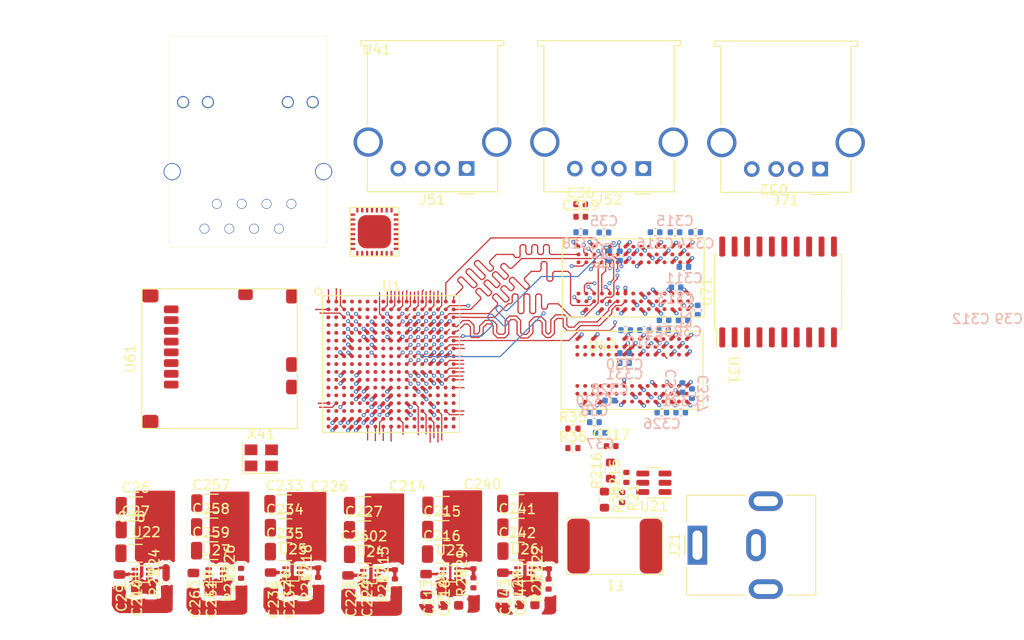
<source format=kicad_pcb>
(kicad_pcb (version 20240108) (generator "pcbnew") (generator_version "8.0")
  (layers (0 "F.Cu" signal "L1 (Sig)") (1 "In1.Cu" power "L2 (GND)") (2 "In2.Cu" power "L3 (PWR)") (3 "In3.Cu" signal "L4 (Sig)") (4 "In4.Cu" power "L5 (GND)") (5 "In5.Cu" signal "L6 (Sig)") (6 "In6.Cu" power "L7 (GND)") (7 "In7.Cu" signal "L8 (Sig)") (8 "In8.Cu" power "L9 (GND)") (31 "B.Cu" signal "L10 (Sig)") (34 "B.Paste" user) (35 "F.Paste" user) (36 "B.SilkS" user "B.Silkscreen") (37 "F.SilkS" user "F.Silkscreen") (38 "B.Mask" user) (39 "F.Mask" user) (44 "Edge.Cuts" user))
  (net 0 "")
  (net 1 "5V")
  (net 2 "GND")
  (net 3 "Net-(U1E-DDR_RESETN)")
  (net 4 "VCC_1_2")
  (net 5 "VCC_3_3_C")
  (net 6 "VCC_2_5")
  (net 7 "USBA_5V")
  (net 8 "USBA_DM")
  (net 9 "USBA_DP")
  (net 10 "USBA_SHLD")
  (net 11 "USBB_5V")
  (net 12 "USBB_DM")
  (net 13 "USBB_DP")
  (net 14 "USBB_SHLD")
  (net 16 "unconnected-(U1A-PA31-PadR17)")
  (net 17 "SD_VDD")
  (net 23 "/Power Managment_2/VCC_3_3_A_SW")
  (net 24 "/Power Managment_2/VCC_3_3_B_FB")
  (net 25 "Net-(U27-SW)")
  (net 26 "Net-(U27-FB)")
  (net 35 "PB23_MDIO")
  (net 36 "PB21_ETH_TX_D1")
  (net 37 "/MPU-SAMA5D27C_1/PB18_NC")
  (net 38 "/MPU-SAMA5D27C_1/PB9_NC")
  (net 39 "/MPU-SAMA5D27C_1/PB8_NC")
  (net 40 "/MPU-SAMA5D27C_1/PB3_NC")
  (net 41 "/MPU-SAMA5D27C_1/PB2_NC")
  (net 42 "/MPU-SAMA5D27C_1/PB1_NC")
  (net 43 "/DDR2_3/DDR_D19")
  (net 44 "/DDR2_3/DDR_D20")
  (net 45 "/DDR2_3/DDR_D23")
  (net 46 "/DDR2_3/DDR_D1")
  (net 47 "/DDR2_3/DDR_D3")
  (net 48 "/DDR2_3/DDR_D4")
  (net 49 "/DDR2_3/DDR_D6")
  (net 50 "/DDR2_3/DDR_A11")
  (net 51 "/DDR2_3/DDR_A12")
  (net 52 "PB27_UART_TX")
  (net 53 "/MPU-SAMA5D27C_1/PB25_NC")
  (net 54 "PB20_ETH_TX_D0")
  (net 55 "/MPU-SAMA5D27C_1/PB13_NC")
  (net 56 "/MPU-SAMA5D27C_1/PB11_NC")
  (net 57 "/MPU-SAMA5D27C_1/PB4_NC")
  (net 58 "/MPU-SAMA5D27C_1/PB5_NC")
  (net 59 "/DDR2_3/DDR_D16")
  (net 60 "/DDR2_3/DDR_D17")
  (net 61 "/DDR2_3/DDR_DQS2-")
  (net 62 "/DDR2_3/DDR_D22")
  (net 63 "/DDR2_3/DDR_D0")
  (net 64 "/DDR2_3/DDR_DQS0+")
  (net 65 "/DDR2_3/DDR_DQS0-")
  (net 66 "/DDR2_3/DDR_D7")
  (net 67 "/DDR2_3/DDR_A3")
  (net 68 "/DDR2_3/DDR_A2")
  (net 69 "/MPU-SAMA5D27C_1/PB31_NC")
  (net 70 "/MPU-SAMA5D27C_1/PB28_NC")
  (net 71 "PB22_MDC")
  (net 72 "PB17_ETH_RXER_ISO")
  (net 73 "PB14_ETH_RXC_BC")
  (net 74 "/MPU-SAMA5D27C_1/PB7_NC")
  (net 75 "/MPU-SAMA5D27C_1/PB6_NC")
  (net 76 "/DDR2_3/DDR_DQM2")
  (net 77 "/DDR2_3/DDR_D18")
  (net 78 "/DDR2_3/DDR_DQS2+")
  (net 79 "/DDR2_3/DDR_DQM0")
  (net 80 "/DDR2_3/DDR_D2")
  (net 81 "/DDR2_3/DDR_D5")
  (net 82 "/DDR2_3/DDR_A8")
  (net 83 "/DDR2_3/DDR_A10")
  (net 84 "/DDR2_3/DDR_A4")
  (net 85 "/DDR2_3/DDR_A1")
  (net 86 "/MPU-SAMA5D27C_1/PC9_NC")
  (net 87 "/MPU-SAMA5D27C_1/PB30_NC")
  (net 88 "/MPU-SAMA5D27C_1/PB29_NC")
  (net 89 "PB19_ETH_RXD1_PHYAD2")
  (net 90 "PB16_ETH_RXDIV_CONFIG2")
  (net 91 "/MPU-SAMA5D27C_1/PB12_NC")
  (net 92 "/MPU-SAMA5D27C_1/PC31_NC")
  (net 93 "/DDR2_3/DDR_D21")
  (net 94 "/DDR2_3/DDR_A9")
  (net 95 "/DDR2_3/DDR_CLK-")
  (net 96 "/MPU-SAMA5D27C_1/PC12_NC")
  (net 97 "/MPU-SAMA5D27C_1/PC11_NC")
  (net 98 "/MPU-SAMA5D27C_1/PC10_NC")
  (net 99 "PB26_UART_RX")
  (net 100 "PB24_~{INTRP}_NAND")
  (net 101 "/MPU-SAMA5D27C_1/PC28_NC")
  (net 102 "/MPU-SAMA5D27C_1/PD1_NC")
  (net 103 "/DDR2_3/DDR_CAL")
  (net 104 "/DDR2_3/DDR_CLK+")
  (net 105 "/MPU-SAMA5D27C_1/PC17_NC")
  (net 106 "/MPU-SAMA5D27C_1/PC15_NC")
  (net 107 "/MPU-SAMA5D27C_1/PC13_NC")
  (net 108 "/MPU-SAMA5D27C_1/PC14_NC")
  (net 109 "/MPU-SAMA5D27C_1/PC30_NC")
  (net 110 "/DDR2_3/DDR_A7")
  (net 111 "/DDR2_3/DDR_A0")
  (net 112 "/DDR2_3/DDR_RAS")
  (net 113 "/DDR2_3/DDR_A6")
  (net 114 "/DDR2_3/DDR_WE")
  (net 115 "/DDR2_3/DDR_CKE")
  (net 116 "/DDR2_3/DDR_BA2")
  (net 117 "/MPU-SAMA5D27C_1/PC21_NC")
  (net 118 "/MPU-SAMA5D27C_1/PC19_NC")
  (net 119 "/MPU-SAMA5D27C_1/PC20_NC")
  (net 120 "/MPU-SAMA5D27C_1/PC23_NC")
  (net 121 "/MPU-SAMA5D27C_1/PC16_NC")
  (net 122 "/MPU-SAMA5D27C_1/PC29_NC")
  (net 123 "/MPU-SAMA5D27C_1/PD2_NC")
  (net 124 "/MPU-SAMA5D27C_1/PD0_NC")
  (net 125 "/DDR2_3/DDR_A13")
  (net 126 "/DDR2_3/DDR_CAS")
  (net 127 "/DDR2_3/DDR_CS")
  (net 128 "/DDR2_3/DDR_A5")
  (net 129 "/DDR2_3/DDR_DQM1")
  (net 130 "/DDR2_3/DDR_D9")
  (net 131 "/DDR2_3/DDR_D8")
  (net 132 "/MPU-SAMA5D27C_1/PC24_NC")
  (net 133 "/MPU-SAMA5D27C_1/PC22_NC")
  (net 134 "/MPU-SAMA5D27C_1/PC25_NC")
  (net 135 "/MPU-SAMA5D27C_1/PC18_NC")
  (net 136 "PB15_ETH_TX_EN")
  (net 137 "/MPU-SAMA5D27C_1/PB10_NC")
  (net 138 "/MPU-SAMA5D27C_1/PC27_NC")
  (net 139 "/DDR2_3/DDR_D25")
  (net 140 "/DDR2_3/DDR_DQM3")
  (net 141 "/DDR2_3/DDR_BA0")
  (net 142 "/DDR2_3/DDR_BA1")
  (net 143 "/DDR2_3/DDR_D10")
  (net 144 "/MPU-SAMA5D27C_1/PD8_NC")
  (net 145 "/MPU-SAMA5D27C_1/PD6_NC")
  (net 146 "/MPU-SAMA5D27C_1/PD10_NC")
  (net 147 "/MPU-SAMA5D27C_1/PD5_NC")
  (net 148 "/MPU-SAMA5D27C_1/PD18_NC")
  (net 149 "/MPU-SAMA5D27C_1/PD4_NC")
  (net 150 "/MPU-SAMA5D27C_1/PD7_NC")
  (net 151 "/MPU-SAMA5D27C_1/PB0_NC")
  (net 152 "/MPU-SAMA5D27C_1/PC26_NC")
  (net 153 "/MPU-SAMA5D27C_1/PC8_NC")
  (net 154 "/DDR2_3/DDR_D26")
  (net 155 "/DDR2_3/DDR_D24")
  (net 156 "/DDR2_3/DDR_D13")
  (net 157 "/DDR2_3/DDR_DQS1-")
  (net 158 "/DDR2_3/DDR_DQS1+")
  (net 159 "/MPU-SAMA5D27C_1/PD3_NC")
  (net 160 "/MPU-SAMA5D27C_1/PD17_NC")
  (net 161 "/MPU-SAMA5D27C_1/PD14_NC")
  (net 162 "/MPU-SAMA5D27C_1/PD19_NC")
  (net 163 "/MPU-SAMA5D27C_1/PD15_NC")
  (net 164 "/MPU-SAMA5D27C_1/PD12_NC")
  (net 165 "/MPU-SAMA5D27C_1/PD9_NC")
  (net 166 "/MPU-SAMA5D27C_1/PC6_NC")
  (net 167 "/DDR2_3/DDR_D27")
  (net 168 "/DDR2_3/DDR_D14")
  (net 169 "/DDR2_3/DDR_D15")
  (net 170 "/DDR2_3/DDR_D12")
  (net 171 "/DDR2_3/DDR_D11")
  (net 172 "/MPU-SAMA5D27C_1/PD16_NC")
  (net 173 "/MPU-SAMA5D27C_1/PD13_NC")
  (net 174 "/MPU-SAMA5D27C_1/PD22_NC")
  (net 175 "/MPU-SAMA5D27C_1/PD25_NC")
  (net 176 "/MPU-SAMA5D27C_1/PD24_NC")
  (net 177 "/MPU-SAMA5D27C_1/PD27_NC")
  (net 178 "/MPU-SAMA5D27C_1/PD30_NC")
  (net 179 "/MPU-SAMA5D27C_1/PC5_NC")
  (net 180 "/DDR2_3/DDR_D29")
  (net 181 "/DDR2_3/DDR_D30")
  (net 182 "/DDR2_3/DDR_D28")
  (net 183 "/DDR2_3/DDR_DQS3-")
  (net 184 "/DDR2_3/DDR_DQS3+")
  (net 185 "/MPU-SAMA5D27C_1/PD11_NC")
  (net 186 "/MPU-SAMA5D27C_1/PD20_NC")
  (net 187 "/MPU-SAMA5D27C_1/PD23_NC")
  (net 188 "/MPU-SAMA5D27C_1/PD28_NC")
  (net 189 "/MPU-SAMA5D27C_1/PD31_NC")
  (net 190 "/MPU-SAMA5D27C_1/PIOBU7_NC")
  (net 191 "/MPU-SAMA5D27C_1/PA16_NC")
  (net 192 "/MPU-SAMA5D27C_1/PC4_NC")
  (net 193 "/MPU-SAMA5D27C_1/PA14_NC")
  (net 194 "/MPU-SAMA5D27C_1/PC3_NC")
  (net 195 "/MPU-SAMA5D27C_1/PC7_NC")
  (net 196 "/DDR2_3/DDR_D31")
  (net 197 "/MPU-SAMA5D27C_1/PD21_NC")
  (net 198 "/MPU-SAMA5D27C_1/PD26_NC")
  (net 199 "/MPU-SAMA5D27C_1/PD29_NC")
  (net 200 "/MPU-SAMA5D27C_1/PIOBU1_NC")
  (net 201 "/MPU-SAMA5D27C_1/PA8_NC")
  (net 202 "/MPU-SAMA5D27C_1/PA9_NC")
  (net 203 "/MPU-SAMA5D27C_1/PC1_NC")
  (net 204 "/MPU-SAMA5D27C_1/PC2_NC")
  (net 205 "/MPU-SAMA5D27C_1/PA12_NC")
  (net 206 "/MPU-SAMA5D27C_1/PA15_NC")
  (net 207 "/MPU-SAMA5D27C_1/PA17_NC")
  (net 208 "/MPU-SAMA5D27C_1/XIN32")
  (net 209 "/MPU-SAMA5D27C_1/XOUT32")
  (net 210 "/MPU-SAMA5D27C_1/TST")
  (net 211 "/MPU-SAMA5D27C_1/PIOBU5_NC")
  (net 212 "/MPU-SAMA5D27C_1/PIOBU6_NC")
  (net 213 "/MPU-SAMA5D27C_1/PA1_NC")
  (net 214 "PA20_SD_DAT2")
  (net 215 "/MPU-SAMA5D27C_1/PA11_NC")
  (net 216 "/MPU-SAMA5D27C_1/PA13_NC")
  (net 217 "/MPU-SAMA5D27C_1/PC0_NC")
  (net 218 "/MPU-SAMA5D27C_1/PIOBU2_NC")
  (net 219 "/MPU-SAMA5D27C_1/PIOBU0_NC")
  (net 220 "/MPU-SAMA5D27C_1/PIOBU4_NC")
  (net 221 "/MPU-SAMA5D27C_1/PIOBU3_NC")
  (net 222 "/MPU-SAMA5D27C_1/VBG")
  (net 223 "/MPU-SAMA5D27C_1/PA3_NC")
  (net 224 "/MPU-SAMA5D27C_1/PA6_NC")
  (net 225 "PA21_SD_DAT3")
  (net 226 "PA30_SD_DET_SW")
  (net 227 "PA28_SD_CMD")
  (net 228 "/MPU-SAMA5D27C_1/COMPP_NC")
  (net 229 "/MPU-SAMA5D27C_1/VDDAUIDOPLL")
  (net 230 "/MPU-SAMA5D27C_1/VDDOSC")
  (net 231 "/MPU-SAMA5D27C_1/HHSDPDATC_NC")
  (net 232 "/MPU-SAMA5D27C_1/SDCAL")
  (net 233 "/MPU-SAMA5D27C_1/PA2_NC")
  (net 234 "/MPU-SAMA5D27C_1/PA5_NC")
  (net 235 "/MPU-SAMA5D27C_1/PA7_NC")
  (net 236 "PA19_SD_DAT1")
  (net 237 "/MPU-SAMA5D27C_1/COMPN_NC")
  (net 238 "/MPU-SAMA5D27C_1/VDDPLLA")
  (net 239 "/MPU-SAMA5D27C_1/XOUT")
  (net 240 "/MPU-SAMA5D27C_1/XIN")
  (net 241 "/MPU-SAMA5D27C_1/HHSDMSTRC_NC")
  (net 242 "/MPU-SAMA5D27C_1/PA0_NC")
  (net 243 "/MPU-SAMA5D27C_1/PA4_NC")
  (net 244 "/MPU-SAMA5D27C_1/PA10_NC")
  (net 245 "PA18_SD_DAT0")
  (net 246 "PA22_SD_CLK")
  (net 247 "/Power Managment_2/PS_GRP2_EN")
  (net 248 "/Power Managment_2/PS_GRP1_EN")
  (net 249 "VCC_3_3_A")
  (net 250 "/UART_7/VDD")
  (net 251 "/UART_7/OSC1")
  (net 252 "/UART_7/OSC2")
  (net 253 "/UART_7/~{RST}")
  (net 254 "/UART_7/TX_LED")
  (net 255 "/UART_7/RX_LED")
  (net 263 "/UART_7/VUSB")
  (net 264 "/UART_7/D-")
  (net 265 "/UART_7/D+")
  (net 266 "/Ethernet_MAC_4/ETH_XI")
  (net 267 "/Ethernet_MAC_4/ETH_XO")
  (net 268 "/MPU-SAMA5D27C_1/PA26_NC")
  (net 269 "/MPU-SAMA5D27C_1/PA25_NC")
  (net 270 "/MPU-SAMA5D27C_1/PA23_NC")
  (net 271 "/MPU-SAMA5D27C_1/PA27_NC")
  (net 272 "/MPU-SAMA5D27C_1/PA24_NC")
  (net 273 "/Ethernet_MAC_4/ETH_RXD2_PHYAD1")
  (net 274 "/Ethernet_MAC_4/RXM")
  (net 275 "/Ethernet_MAC_4/ETH_RXD3_PHYAD0")
  (net 276 "/Ethernet_MAC_4/REXT")
  (net 277 "/Ethernet_MAC_4/ETH_RXDIV_CONFIG2")
  (net 278 "/Ethernet_MAC_4/VDDA_3V3")
  (net 279 "/Ethernet_MAC_4/ETH_CRS_CONFI1")
  (net 280 "/Ethernet_MAC_4/ETH_RXC_BC")
  (net 281 "/Ethernet_MAC_4/ETH_TX_EN")
  (net 282 "/Ethernet_MAC_4/ETH_LED1")
  (net 283 "/Ethernet_MAC_4/ETH_RXER_ISO")
  (net 284 "/Ethernet_MAC_4/TXP")
  (net 285 "/Ethernet_MAC_4/ETH_COL_CONFI2")
  (net 286 "/Ethernet_MAC_4/ETH_LED0")
  (net 287 "/Ethernet_MAC_4/MDIO")
  (net 289 "/Ethernet_MAC_4/ETH_RXD0_DUPLEX")
  (net 290 "/Ethernet_MAC_4/RXP")
  (net 291 "~{RESET}")
  (net 293 "/Ethernet_MAC_4/TXM")
  (net 294 "/Ethernet_MAC_4/~{INTRP}_NAND")
  (net 295 "/Ethernet_MAC_4/ETH_RXD1_PHYAD2")
  (net 296 "/Ethernet_MAC_4/VDDIO")
  (net 297 "/Ethernet_MAC_4/ETH_TX_D0")
  (net 298 "DDR_VREF")
  (net 299 "/Ethernet_MAC_4/MDC")
  (net 300 "/Ethernet_MAC_4/ETH_TX_D1")
  (net 302 "CH_GND")
  (net 303 "/Ethernet_MAC_4/LED0_PWR")
  (net 304 "/Ethernet_MAC_4/CT1")
  (net 305 "/Ethernet_MAC_4/CT2")
  (net 306 "/Ethernet_MAC_4/LED1_PWR")
  (net 308 "SD_CMD")
  (net 309 "DET_LEVER")
  (net 310 "SD_CLK")
  (net 311 "SD_DET_SW")
  (net 312 "/Power Managment_2/VCC_3_3_A_FB")
  (net 313 "/Power Managment_2/VCC_3_3_B_SW")
  (net 314 "/Power Managment_2/VCC_3_3_C_SW")
  (net 315 "/Power Managment_2/VCC_3_3_C_FB")
  (net 316 "/Power Managment_2/VCC_1_2_SW")
  (net 317 "/Power Managment_2/VCC_1_2_DDR_SW")
  (net 318 "/Power Managment_2/VCC_1_2_FB")
  (net 319 "/Power Managment_2/VCC_1_2_DDR_FB")
  (net 320 "VCC_1_8_DDR")
  (net 321 "USB_UART_SHLD")
  (net 322 "/Power Managment_2/PS_GRP1_EN_DIV")
  (net 323 "/Power Managment_2/PS_GRP2_EN_DIV")
  (net 324 "VCC")
  (net 325 "Net-(U31-ODT)")
  (net 326 "Net-(U32-ODT)")
  (footprint "Inductor_SMD:L_0805_2012Metric" (layer "F.Cu") (at 109.58 113.775 -90)
    (property "Reference" "L26")
    (property "Value" "1u")
  )
  (footprint "Resistor_SMD:R_0402_1005Metric" (layer "F.Cu") (at 114.43 111.725 90)
    (property "Reference" "R218")
    (property "Value" "10k")
  )
  (footprint "Capacitor_SMD:C_1206_3216Metric" (layer "F.Cu") (at 134.79 105.645)
    (property "Reference" "C240")
    (property "Value" "10u")
  )
  (footprint "Capacitor_SMD:C_0603_1608Metric" (layer "F.Cu") (at 119.26 115.375 90)
    (property "Reference" "C228")
    (property "Value" "22u")
  )
  (footprint "Resistor_SMD:R_0402_1005Metric" (layer "F.Cu") (at 114.43 113.725 90)
    (property "Reference" "R217")
    (property "Value" "10k")
  )
  (footprint "Capacitor_SMD:C_1206_3216Metric" (layer "F.Cu") (at 103.48 110.475)
    (property "Reference" "C259")
    (property "Value" "0.1u")
  )
  (footprint "Capacitor_SMD:C_1206_3216Metric" (layer "F.Cu") (at 119.13 110.85)
    (property "Reference" "C2602")
    (property "Value" "0.1u")
  )
  (footprint "Connector_USB:USB_A_Molex_67643_Horizontal" (layer "F.Cu") (at 165.8 71.41 180)
    (property "Reference" "J71")
    (property "Value" "USB_A")
  )
  (footprint "fryelabs_kicad_footprint_lib:TPS564247DRLR" (layer "F.Cu") (at 119.79 112.99)
    (property "Reference" "U24")
    (property "Value" "TPS564242DRL")
  )
  (footprint "Capacitor_SMD:C_0402_1005Metric" (layer "F.Cu") (at 144.42 99.77)
    (property "Reference" "C317")
    (property "Value" "10u")
  )
  (footprint "Capacitor_SMD:C_1206_3216Metric" (layer "F.Cu") (at 119.12 105.86)
    (property "Reference" "C226")
    (property "Value" "10u")
  )
  (footprint "Capacitor_SMD:C_0603_1608Metric" (layer "F.Cu") (at 120.89 115.38 90)
    (property "Reference" "C229")
    (property "Value" "22u")
  )
  (footprint "Inductor_SMD:L_0805_2012Metric" (layer "F.Cu") (at 117.5 114.07 -90)
    (property "Reference" "L25")
    (property "Value" "2.2u")
  )
  (footprint "Inductor_SMD:L_0805_2012Metric" (layer "F.Cu") (at 125.485 113.935 -90)
    (property "Reference" "L24")
    (property "Value" "2.2u")
  )
  (footprint "Resistor_SMD:R_0402_1005Metric" (layer "F.Cu") (at 140.5 99.975)
    (property "Reference" "R36")
    (property "Value" "100k")
  )
  (footprint "Resistor_SMD:R_0603_1608Metric" (layer "F.Cu") (at 144.35 102.275 90)
    (property "Reference" "R216")
    (property "Value" "36.5k")
  )
  (footprint "Capacitor_SMD:C_1206_3216Metric" (layer "F.Cu") (at 95.77 105.88)
    (property "Reference" "C26")
    (property "Value" "10u")
  )
  (footprint "fryelabs_kicad_footprint_lib:TPS564247DRLR" (layer "F.Cu") (at 135.565 112.72)
    (property "Reference" "U26")
    (property "Value" "TPS564242DRL")
  )
  (footprint "Capacitor_SMD:C_1206_3216Metric" (layer "F.Cu") (at 95.74 110.74)
    (property "Reference" "C28")
    (property "Value" "0.1u")
  )
  (footprint "Capacitor_SMD:C_1206_3216Metric" (layer "F.Cu") (at 127.145 105.835)
    (property "Reference" "C214")
    (property "Value" "10u")
  )
  (footprint "Connector_USB:USB_A_Molex_67643_Horizontal" (layer "F.Cu") (at 129.635 71.355 180)
    (property "Reference" "J51")
    (property "Value" "USB_A")
  )
  (footprint "Resistor_SMD:R_0402_1005Metric" (layer "F.Cu") (at 98.89 113.75 90)
    (property "Reference" "R23")
    (property "Value" "100k")
  )
  (footprint "fryelabs_kicad_footprint_lib:TPS564247DRLR" (layer "F.Cu") (at 111.84 112.725)
    (property "Reference" "U25")
    (property "Value" "TPS564242DRL")
  )
  (footprint "Package_TO_SOT_SMD:SOT-23-6" (layer "F.Cu") (at 148.7875 103.525 180)
    (property "Reference" "U21")
    (property "Value" "LM3880")
  )
  (footprint "Connector_USB:USB_A_Molex_67643_Horizontal" (layer "F.Cu") (at 147.7 71.36 180)
    (property "Reference" "J52")
    (property "Value" "USB_A")
  )
  (footprint "Resistor_SMD:R_0402_1005Metric" (layer "F.Cu") (at 122.29 111.92 90)
    (property "Reference" "R213")
    (property "Value" "22.1k")
  )
  (footprint "Capacitor_SMD:C_1206_3216Metric" (layer "F.Cu") (at 127.125 108.315)
    (property "Reference" "C215")
    (property "Value" "10u")
  )
  (footprint "Oscillator:Oscillator_SMD_Abracon_ASE-4Pin_3.2x2.5mm" (layer "F.Cu") (at 108.625 100.975)
    (property "Reference" "X41")
    (property "Value" "ECS-2520MV-xxx-xx")
  )
  (footprint "Resistor_SMD:R_0402_1005Metric" (layer "F.Cu") (at 130.325 113.765 90)
    (property "Reference" "R28")
    (property "Value" "100k")
  )
  (footprint "Package_SO:SOIC-20W_7.5x12.8mm_P1.27mm" (layer "F.Cu") (at 161.49 83.99 90)
    (property "Reference" "U71")
    (property "Value" "MCP2200-I-SO")
  )
  (footprint "Capacitor_SMD:C_1206_3216Metric" (layer "F.Cu") (at 103.505 105.6)
    (property "Reference" "C257")
    (property "Value" "10u")
  )
  (footprint "Resistor_SMD:R_0402_1005Metric" (layer "F.Cu") (at 138.015 113.895 90)
    (property "Reference" "R221")
    (property "Value" "20k")
  )
  (footprint "Resistor_SMD:R_0402_1005Metric" (layer "F.Cu") (at 106.555 113.81 90)
    (property "Reference" "R225")
    (property "Value" "32k")
  )
  (footprint "Capacitor_SMD:C_0603_1608Metric" (layer "F.Cu") (at 103.305 115.45 90)
    (property "Reference" "C260")
    (property "Value" "22u")
  )
  (footprint "Capacitor_SMD:C_0603_1608Metric" (layer "F.Cu") (at 127.225 115.315 90)
    (property "Reference" "C217")
    (property "Value" "22u")
  )
  (footprint "Capacitor_SMD:C_1206_3216Metric" (layer "F.Cu") (at 95.77 108.31)
    (property "Reference" "C27")
    (property "Value" "10u")
  )
  (footprint "Connector_BarrelJack:BarrelJack_CUI_PJ-063AH_Horizontal" (layer "F.Cu") (at 153.235 109.91 90)
    (property "Reference" "J21")
    (property "Value" "Barrel_Jack_Switch_Pin3Ring")
  )
  (footprint "Capacitor_SMD:C_1206_3216Metric" (layer "F.Cu") (at 110.98 105.675)
    (property "Reference" "C233")
    (property "Value" "10u")
  )
  (footprint "Capacitor_SMD:C_1206_3216Metric" (layer "F.Cu") (at 134.815 110.52)
    (property "Reference" "C242")
    (property "Value" "0.1u")
  )
  (footprint "Resistor_SMD:R_0402_1005Metric" (layer "F.Cu") (at 138.04 111.82 90)
    (property "Reference" "R222")
    (property "Value" "10k")
  )
  (footprint "Capacitor_SMD:C_0603_1608Metric" (layer "F.Cu") (at 135.04 115.245 90)
    (property "Reference" "C243")
    (property "Value" "22u")
  )
  (footprint "Capacitor_SMD:C_0402_1005Metric" (layer "F.Cu") (at 141.29 75.01)
    (property "Reference" "C36")
    (property "Value" "1u")
  )
  (footprint "fryelabs_kicad_footprint_lib:TPS564247DRLR" (layer "F.Cu") (at 103.98 112.825)
    (property "Reference" "U27")
    (property "Value" "TPS564242DRL")
  )
  (footprint "Resistor_SMD:R_0402_1005Metric" (layer "F.Cu") (at 140.5 97.985)
    (property "Reference" "R35")
    (property "Value" "100k")
  )
  (footprint "Resistor_SMD:R_0402_1005Metric" (layer "F.Cu") (at 98.86 111.71 90)
    (property "Reference" "R24")
    (property "Value" "22.1k")
  )
  (footprint "Inductor_SMD:L_0805_2012Metric" (layer "F.Cu") (at 133.34 113.795 -90)
    (property "Reference" "L28")
    (property "Value" "1u")
  )
  (footprint "Resistor_SMD:R_0402_1005Metric" (layer "F.Cu") (at 130.325 111.815 90)
    (property "Reference" "R29")
    (property "Value" "22.1k")
  )
  (footprint "fryelabs_kicad_footprint_lib:W972GG6KB-25" (layer "F.Cu") (at 146.675 82.55 -90)
    (property "Reference" "U32")
    (property "Value" "W972GG6KB-25")
  )
  (footprint "Capacitor_SMD:C_0603_1608Metric" (layer "F.Cu") (at 136.615 115.245 90)
    (property "Reference" "C244")
    (property "Value" "22u")
  )
  (footprint "Inductor_SMD:L_0805_2012Metric" (layer "F.Cu") (at 101.68 113.825 -90)
    (property "Reference" "L29")
    (property "Value" "1u")
  )
  (footprint "fryelabs_kicad_footprint_lib:TPS564247DRLR" (layer "F.Cu") (at 96.42 112.87)
    (property "Reference" "U22")
    (property "Value" "TPS564242DRL")
  )
  (footprint "Resistor_SMD:R_0402_1005Metric" (layer "F.Cu") (at 145.525 105.025 -90)
    (property "Reference" "R21")
    (property "Value" "100k")
  )
  (footprint "Capacitor_SMD:C_0603_1608Metric" (layer "F.Cu") (at 111.33 115.475 90)
    (property "Reference" "C236")
    (property "Value" "22u")
  )
  (footprint "Capacitor_SMD:C_0603_1608Metric" (layer "F.Cu") (at 97.34 115.29 90)
    (property "Reference" "C210")
    (property "Value" "22u")
  )
  (footprint "Capacitor_SMD:C_1206_3216Metric" (layer "F.Cu") (at 127.105 110.825)
    (property "Reference" "C216")
    (property "Value" "0.1u")
  )
  (footprint "Capacitor_SMD:C_1206_3216Metric" (layer "F.Cu") (at 111.03 110.575)
    (property "Reference" "C235")
    (property "Value" "0.1u")
  )
  (footprint "Resistor_SMD:R_0603_1608Metric" (layer "F.Cu") (at 143.725 105.25 -90)
    (property "Reference" "R22")
    (property "Value" "36.5k")
  )
  (footprint "Capacitor_SMD:C_0603_1608Metric" (layer "F.Cu") (at 95.77 115.3 90)
    (property "Reference" "C29")
    (property "Value" "22u")
  )
  (footprint "Capacitor_SMD:C_0603_1608Metric" (layer "F.Cu") (at 128.815 115.295 90)
    (property "Reference" "C218")
    (property "Value" "22u")
  )
  (footprint "Resistor_SMD:R_0402_1005Metric" (layer "F.Cu") (at 106.555 111.775 90)
    (property "Reference" "R226")
    (property "Value" "10k")
  )
  (footprint "Capacitor_SMD:C_0603_1608Metric" (layer "F.Cu") (at 104.955 115.425 90)
    (property "Reference" "C261")
    (property "Value" "22u")
  )
  (footprint "Resistor_SMD:R_0402_1005Metric" (layer "F.Cu") (at 122.29 113.88 90)
    (property "Reference" "R212")
    (property "Value" "100k")
  )
  (footprint "fryelabs_kicad_footprint_lib:W972GG6KB-25" (layer "F.Cu") (at 146.555 92.01 -90)
    (property "Reference" "U31")
    (property "Value" "W972GG6KB-25")
  )
  (footprint "Capacitor_SMD:C_0402_1005Metric" (layer "F.Cu") (at 141.3 76.29)
    (property "Reference" "C319")
    (property "Value" "1u")
  )
  (footprint "fryelabs_kicad_footprint_lib:KSZ8081RNB" (layer "F.Cu") (at 120.2 77.825)
    (property "Reference" "U41")
    (property "Value" "KSZ8081RNB")
  )
  (footprint "fryelabs_kicad_footprint_lib:0ZCF0050FF2C" (layer "F.Cu") (at 144.78 110.01 180)
    (property "Reference" "F1")
    (property "Value" "Fuse")
  )
  (footprint "fryelabs_kicad_footprint_lib:ATSAMA5D27C" (layer "F.Cu") (at 121.9 91.375)
    (property "Reference" "U1")
    (property "Value" "ATSAMA5D27C")
  )
  (footprint "Capacitor_SMD:C_1206_3216Metric" (layer "F.Cu") (at 119.12 108.34)
    (property "Reference" "C227")
    (property "Value" "10u")
  )
  (footprint "fryelabs_kicad_footprint_lib:TPS564247DRLR" (layer "F.Cu") (at 127.955 112.825)
    (property "Reference" "U23")
    (property "Value" "TPS564242DRL")
  )
  (footprint "Capacitor_SMD:C_1206_3216Metric" (layer "F.Cu") (at 134.815 108.07)
    (property "Reference" "C241")
    (property "Value" "10u")
  )
  (footprint "Inductor_SMD:L_0805_2012Metric" (layer "F.Cu") (at 94.11 113.98 -90)
    (property "Reference" "L21")
    (property "Value" "2.2u")
  )
  (footprint "Capacitor_SMD:C_0603_1608Metric" (layer "F.Cu") (at 112.93 115.475 90)
    (property "Reference" "C237")
    (property "Value" "22u")
  )
  (footprint "fryelabs_kicad_footprint_lib:molex_5025700893" (layer "F.Cu") (at 104.36 90.82 90)
    (property "Reference" "U61")
    (property "Value" "molex_5025700893")
  )
  (footprint "Capacitor_SMD:C_1206_3216Metric" (layer "F.Cu") (at 103.48 108.05)
    (property "Reference" "C258")
    (property "Value" "10u")
  )
  (footprint "fryelabs_kicad_footprint_lib:SI-60110-F" (layer "F.Cu") (at 107.2556 68.619 180)
    (property "Reference" "U42")
    (property "Value" "SI-60110-F")
  )
  (footprint "Capacitor_SMD:C_1206_3216Metric" (layer "F.Cu") (at 111.03 108.125)
    (property "Reference" "C234")
    (property "Value" "10u")
  )
  (footprint "Resistor_SMD:R_0402_1005Metric" (layer "F.Cu") (at 145.975 102.975 90)
    (property "Reference" "R215")
    (property "Value" "100k")
  )
  (footprint "Capacitor_SMD:C_0402_1005Metric" (layer "B.Cu") (at 142.7 97.325 180)
    (property "Reference" "C38")
    (property "Value" "100n")
  )
  (footprint "Capacitor_SMD:C_0402_1005Metric" (layer "B.Cu") (at 144.21 80.27 -90)
    (property "Reference" "C34")
    (property "Value" "1n")
  )
  (footprint "Capacitor_SMD:C_0402_1005Metric" (layer "B.Cu") (at 152.68 94.39 90)
    (property "Reference" "C327")
    (property "Value" "1n")
  )
  (footprint "Capacitor_SMD:C_0402_1005Metric" (layer "B.Cu") (at 145.9 87.9 180)
    (property "Reference" "C39")
    (property "Value" "100n")
  )
  (footprint "Capacitor_SMD:C_0402_1005Metric" (layer "B.Cu") (at 151.7 93.78 -90)
    (property "Reference" "C325")
    (property "Value" "100n")
  )
  (footprint "Capacitor_SMD:C_0402_1005Metric" (layer "B.Cu") (at 149.775 87.9 180)
    (property "Reference" "C312")
    (property "Value" "100n")
  )
  (footprint "Capacitor_SMD:C_0402_1005Metric" (layer "B.Cu") (at 153.27 85.84 -90)
    (property "Reference" "C322")
    (property "Value" "100n")
  )
  (footprint "Capacitor_SMD:C_0402_1005Metric" (layer "B.Cu") (at 153.06 77.87)
    (property "Reference" "C314")
    (property "Value" "1n")
  )
  (footprint "Capacitor_SMD:C_0402_1005Metric" (layer "B.Cu") (at 150.94 77.88 180)
    (property "Reference" "C315")
    (property "Value" "1n")
  )
  (footprint "Capacitor_SMD:C_0402_1005Metric" (layer "B.Cu") (at 145.3 80.29 -90)
    (property "Reference" "C33")
    (property "Value" "100n")
  )
  (footprint "Capacitor_SMD:C_0402_1005Metric" (layer "B.Cu") (at 151.775 86.875)
    (property "Reference" "C323")
    (property "Value" "100n")
  )
  (footprint "Capacitor_SMD:C_0402_1005Metric" (layer "B.Cu") (at 145.78 91.26)
    (property "Reference" "C331")
    (property "Value" "100nf")
  )
  (footprint "Capacitor_SMD:C_0402_1005Metric" (layer "B.Cu") (at 148.91 77.87)
    (property "Reference" "C316")
    (property "Value" "1n")
  )
  (footprint "Capacitor_SMD:C_0402_1005Metric" (layer "B.Cu") (at 141.3 77.875)
    (property "Reference" "C318")
    (property "Value" "1u")
  )
  (footprint "Capacitor_SMD:C_0402_1005Metric" (layer "B.Cu") (at 147.825 87.9)
    (property "Reference" "C310")
    (property "Value" "100n")
  )
  (footprint "Capacitor_SMD:C_0402_1005Metric" (layer "B.Cu") (at 143.675 77.9 180)
    (property "Reference" "C35")
    (property "Value" "10u")
  )
  (footprint "Capacitor_SMD:C_0402_1005Metric" (layer "B.Cu") (at 151.86 81.42)
    (property "Reference" "C311")
    (property "Value" "100n")
  )
  (footprint "Capacitor_SMD:C_0402_1005Metric" (layer "B.Cu") (at 142.7 96.275 180)
    (property "Reference" "C320")
    (property "Value" "100n")
  )
  (footprint "Capacitor_SMD:C_0402_1005Metric" (layer "B.Cu") (at 151.525 96.325 180)
    (property "Reference" "C321")
    (property "Value" "100n")
  )
  (footprint "Capacitor_SMD:C_0402_1005Metric" (layer "B.Cu") (at 143.3 98.4)
    (property "Reference" "C37")
    (property "Value" "1u")
  )
  (footprint "Capacitor_SMD:C_0402_1005Metric" (layer "B.Cu") (at 149.6 96.325)
    (property "Reference" "C326")
    (property "Value" "1n")
  )
  (footprint "Capacitor_SMD:C_0402_1005Metric" (layer "B.Cu") (at 144.27 95.11 180)
    (property "Reference" "C328")
    (property "Value" "1n")
  )
  (footprint "Capacitor_SMD:C_0402_1005Metric" (layer "B.Cu") (at 149.825 86.875)
    (property "Reference" "C324")
    (property "Value" "100n")
  )
  (footprint "Capacitor_SMD:C_0402_1005Metric" (layer "B.Cu") (at 151.05 83.525)
    (property "Reference" "C313")
    (property "Value" "100n")
  )
  (footprint "Capacitor_SMD:C_0402_1005Metric" (layer "B.Cu") (at 145.79 90.25)
    (property "Reference" "C330")
    (property "Value" "100n")
  )
  (segment (start 148.155 94.41) (end 148.16 94.41) (width 0.35) (layer "F.Cu") (net 2))
  (segment (start 146.555 94.41) (end 146.56 94.41) (width 0.35) (layer "F.Cu") (net 2))
  (segment (start 119.87 113.49) (end 119.84 113.52) (width 0.15) (layer "F.Cu") (net 2))
  (segment (start 125.116098 93.786098) (end 125.505 94.175) (width 0.35) (layer "F.Cu") (net 2))
  (segment (start 149.755 89.61) (end 149.755 89.595) (width 0.35) (layer "F.Cu") (net 2))
  (segment (start 111.1 113.225) (end 111.63 113.225) (width 0.35) (layer "F.Cu") (net 2))
  (segment (start 95.86 113.55) (end 95.86 113.67) (width 0.35) (layer "F.Cu") (net 2))
  (segment (start 146.925 89.24) (end 146.925 89.225) (width 0.35) (layer "F.Cu") (net 2))
  (segment (start 148.165 89.61) (end 148.525 89.25) (width 0.35) (layer "F.Cu") (net 2))
  (segment (start 149.075 84.15) (end 148.675 83.75) (width 0.35) (layer "F.Cu") (net 2))
  (segment (start 149.755 94.41) (end 149.755 94.42) (width 0.35) (layer "F.Cu") (net 2))
  (segment (start 142.185 78.875) (end 142.21 78.9) (width 0.35) (layer "F.Cu") (net 2))
  (segment (start 135.04 114.47) (end 135.59 113.92) (width 0.35) (layer "F.Cu") (net 2))
  (segment (start 146.675 84.95) (end 146.7 84.975) (width 0.35) (layer "F.Cu") (net 2))
  (segment (start 149.755 89.595) (end 150.1 89.25) (width 0.35) (layer "F.Cu") (net 2))
  (segment (start 125.925 88.175) (end 126.275 87.825) (width 0.35) (layer "F.Cu") (net 2))
  (segment (start 125.9 87.375) (end 125.93 87.375) (width 0.35) (layer "F.Cu") (net 2))
  (segment (start 146.555 89.61) (end 145.755 90.41) (width 0.35) (layer "F.Cu") (net 2))
  (segment (start 148.65 80.525) (end 148.6 80.475) (width 0.35) (layer "F.Cu") (net 2))
  (segment (start 120.3 88.17) (end 119.93 87.8) (width 0.35) (layer "F.Cu") (net 2))
  (segment (start 117.9 90.57) (end 117.53 90.2) (width 0.35) (layer "F.Cu") (net 2))
  (segment (start 95.68 113.37) (end 95.86 113.55) (width 0.35) (layer "F.Cu") (net 2))
  (segment (start 111.33 114.7) (end 111.78 114.25) (width 0.35) (layer "F.Cu") (net 2))
  (segment (start 125.914833 87.375) (end 126.289833 87) (width 0.35) (layer "F.Cu") (net 2))
  (segment (start 119.84 113.52) (end 119.84 113.27) (width 0.35) (layer "F.Cu") (net 2))
  (segment (start 148.675 83.75) (end 148.7 83.775) (width 0.35) (layer "F.Cu") (net 2))
  (segment (start 145.875 84.15) (end 145.875 83.575) (width 0.35) (layer "F.Cu") (net 2))
  (segment (start 125.9 95.375) (end 125.905 95.375) (width 0.35) (layer "F.Cu") (net 2))
  (segment (start 120.3 96.175) (end 120.3 96.22548) (width 0.35) (layer "F.Cu") (net 2))
  (segment (start 125.08252 93.786098) (end 125.116098 93.786098) (width 0.35) (layer "F.Cu") (net 2))
  (segment (start 127.715 113.715) (end 127.955 113.475) (width 0.25) (layer "F.Cu") (net 2))
  (segment (start 120.89 114.605) (end 120.625 114.605) (width 0.35) (layer "F.Cu") (net 2))
  (segment (start 126.255 87.825) (end 126.275 87.825) (width 0.35) (layer "F.Cu") (net 2))
  (segment (start 149.875 80.15) (end 150.25 79.775) (width 0.35) (layer "F.Cu") (net 2))
  (segment (start 124.305 88.175) (end 124.705 87.775) (width 0.35) (layer "F.Cu") (net 2))
  (segment (start 149.755 94.42) (end 149.375 94.8) (width 0.35) (layer "F.Cu") (net 2))
  (segment (start 119.5 88.975) (end 119.5 88.97) (width 0.35) (layer "F.Cu") (net 2))
  (segment (start 148.7 85.35) (end 148.7 85.375) (width 0.35) (layer "F.Cu") (net 2))
  (segment (start 95.68 113.37) (end 96.040338 113.37) (width 0.35) (layer "F.Cu") (net 2))
  (segment (start 151.355 89.595) (end 151.725 89.225) (width 0.35) (layer "F.Cu") (net 2))
  (segment (start 121.9 88.175) (end 121.9 88.17) (width 0.35) (layer "F.Cu") (net 2))
  (segment (start 146.275 80.55) (end 146.225 80.6) (width 0.35) (layer "F.Cu") (net 2))
  (segment (start 151.355 94.41) (end 151.355 94.405) (width 0.35) (layer "F.Cu") (net 2))
  (segment (start 150.275 79.75) (end 150.275 79.775) (width 0.35) (layer "F.Cu") (net 2))
  (segment (start 127.605 113.715) (end 127.715 113.715) (width 0.25) (layer "F.Cu") (net 2))
  (segment (start 148.675 85.35) (end 148.7 85.35) (width 0.35) (layer "F.Cu") (net 2))
  (segment (start 111.78 113.725) (end 111.78 113.375) (width 0.35) (layer "F.Cu") (net 2))
  (segment (start 146.925 89.225) (end 146.94 89.225) (width 0.35) (layer "F.Cu") (net 2))
  (segment (start 125.9 87.375) (end 125.914833 87.375) (width 0.35) (layer "F.Cu") (net 2))
  (segment (start 142.675 79.35) (end 142.66 79.35) (width 0.35) (layer "F.Cu") (net 2))
  (segment (start 117.1 92.975) (end 117.1 92.98) (width 0.35) (layer "F.Cu") (net 2))
  (segment (start 135.24 113.22) (end 135.59 112.87) (width 0.35) (layer "F.Cu") (net 2))
  (segment (start 127.215 113.325) (end 127.605 113.715) (width 0.25) (layer "F.Cu") (net 2))
  (segment (start 135.59 113.495) (end 135.59 112.87) (width 0.35) (layer "F.Cu") (net 2))
  (segment (start 150.25 79.775) (end 150.275 79.75) (width 0.35) (layer "F.Cu") (net 2))
  (segment (start 126.3 86.989833) (end 126.289833 87) (width 0.35) (layer "F.Cu") (net 2))
  (segment (start 149.075 80.95) (end 149.475 80.55) (width 0.35) (layer "F.Cu") (net 2))
  (segment (start 121.9 95.405) (end 121.505 95.8) (width 0.35) (layer "F.Cu") (net 2))
  (segment (start 125.905 91.375) (end 126.28 91) (width 0.35) (layer "F.Cu") (net 2))
  (segment (start 146.7 84.975) (end 147.075 85.35) (width 0.35) (layer "F.Cu") (net 2))
  (segment (start 151.875 85.375) (end 151.9 85.375) (width 0.35) (layer "F.Cu") (net 2))
  (segment (start 151.355 94.405) (end 151 94.05) (width 0.35) (layer "F.Cu") (net 2))
  (segment (start 146.94 89.225) (end 146.865 89.3) (width 0.35) (layer "F.Cu") (net 2))
  (segment (start 149.475 85.325) (end 149.525 85.275) (width 0.35) (layer "F.Cu") (net 2))
  (segment (start 121.88252 93.82248) (end 121.505 94.2) (width 0.35) (layer "F.Cu") (net 2))
  (segment (start 152.155 90.41) (end 152.475 90.09) (width 0.35) (layer "F.Cu") (net 2))
  (segment (start 152.275 80.95) (end 152.7 80.525) (width 0.35) (layer "F.Cu") (net 2))
  (segment (start 134.825 113.22) (end 135.24 113.22) (width 0.35) (layer "F.Cu") (net 2))
  (segment (start 152.155 93.61) (end 152.165 93.61) (width 0.35) (layer "F.Cu") (net 2))
  (segment (start 126.289833 87) (end 126.3 87) (width 0.35) (layer "F.Cu") (net 2))
  (segment (start 117.88 96.975) (end 117.48 97.375) (width 0.35) (layer "F.Cu") (net 2))
  (segment (start 146.555 89.61) (end 146.925 89.24) (width 0.35) (layer "F.Cu") (net 2))
  (segment (start 96.39 113.020338) (end 96.39 111.42) (width 0.35) (layer "F.Cu") (net 2))
  (segment (start 145.755 93.005) (end 145.75 93) (width 0.35) (layer "F.Cu") (net 2))
  (segment (start 97.16 113.37) (end 96.86 113.67) (width 0.35) (layer "F.Cu") (net 2))
  (segment (start 117.9 89.77) (end 117.505 89.375) (width 0.35) (layer "F.Cu") (net 2))
  (segment (start 142.2 78.89) (end 142.2 78.875) (width 0.35) (layer "F.Cu") (net 2))
  (segment (start 118.7 97.775) (end 118.7 97.78) (width 0.35) (layer "F.Cu") (net 2))
  (segment (start 120.3 88.175) (end 120.3 88.17) (width 0.35) (layer "F.Cu") (net 2))
  (segment (start 124.3 92.175) (end 124.305 92.175) (width 0.35) (layer "F.Cu") (net 2))
  (segment (start 127.955 113.475) (end 127.955 111.855) (width 0.25) (layer "F.Cu") (net 2))
  (segment (start 112.755 114.7) (end 111.78 113.725) (width 0.35) (layer "F.Cu") (net 2))
  (segment (start 145.875 83.575) (end 145.875 83.6) (width 0.35) (layer "F.Cu") (net 2))
  (segment (start 123.5 88.155) (end 123.88 87.775) (width 0.35) (layer "F.Cu") (net 2))
  (segment (start 121.9 88.97) (end 121.53 88.6) (width 0.35) (layer "F.Cu") (net 2))
  (segment (start 121.9 88.975) (end 121.9 88.97) (width 0.35) (layer "F.Cu") (net 2))
  (segment (start 119.05 113.49) (end 119.62 113.49) (width 0.15) (layer "F.Cu") (net 2))
  (segment (start 142.2 78.875) (end 142.185 78.875) (width 0.35) (layer "F.Cu") (net 2))
  (segment (start 135.865 113.22) (end 135.59 113.495) (width 0.35) (layer "F.Cu") (net 2))
  (segment (start 124.3 88.175) (end 124.305 88.175) (width 0.35) (layer "F.Cu") (net 2))
  (segment (start 96.86 113.67) (end 96.86 113.73) (width 0.35) (layer "F.Cu") (net 2))
  (segment (start 118.7 92.18) (end 118.355 92.525) (width 0.35) (layer "F.Cu") (net 2))
  (segment (start 148.955 90.41) (end 148.955 90.395) (width 0.35) (layer "F.Cu") (net 2))
  (segment (start 141.875 85.775) (end 141.5 86.15) (width 0.35) (layer "F.Cu") (net 2))
  (segment (start 152.7 80.525) (end 152.65 80.575) (width 0.35) (layer "F.Cu") (net 2))
  (segment (start 119.5 94.575) (end 119.5 94.605) (width 0.35) (layer "F.Cu") (net 2))
  (segment (start 111.78 114.25) (end 111.78 113.725) (width 0.35) (layer "F.Cu") (net 2))
  (segment (start 148.275 80.15) (end 148.65 80.525) (width 0.35) (layer "F.Cu") (net 2))
  (segment (start 146.675 80.15) (end 147.025 79.8) (width 0.35) (layer "F.Cu") (net 2))
  (segment (start 148.7 85.375) (end 148.65 85.325) (width 0.35) (layer "F.Cu") (net 2))
  (segment (start 121.9 88.17) (end 121.505 87.775) (width 0.35) (layer "F.Cu") (net 2))
  (segment (start 126.3 87) (end 126.3 86.989833) (width 0.35) (layer "F.Cu") (net 2))
  (segment (start 120.625 114.605) (end 119.84 113.82) (width 0.35) (layer "F.Cu") (net 2))
  (segment (start 147.025 79.8) (end 147.075 79.75) (width 0.35) (layer "F.Cu") (net 2))
  (segment (start 147.075 85.35) (end 147.025 85.3) (width 0.35) (layer "F.Cu") (net 2))
  (segment (start 123.5 88.175) (end 123.5 88.155) (width 0.35) (layer "F.Cu") (net 2))
  (segment (start 112.93 114.7) (end 112.755 114.7) (width 0.35) (layer "F.Cu") (net 2))
  (segment (start 135.59 111.22) (end 136.29 110.52) (width 0.35) (layer "F.Cu") (net 2))
  (segment (start 96.040338 113.37) (end 96.39 113.020338) (width 0.35) (layer "F.Cu") (net 2))
  (segment (start 112.58 113.225) (end 111.93 113.225) (width 0.35) (layer "F.Cu") (net 2))
  (segment (start 148.955 93.61) (end 148.955 93.58) (width 0.35) (layer "F.Cu") (net 2))
  (segment (start 152.475 90.09) (end 152.475 90.075) (width 0.35) (layer "F.Cu") (net 2))
  (segment (start 125.9 91.375) (end 125.905 91.375) (width 0.35) (layer "F.Cu") (net 2))
  (segment (start 118.7 92.175) (end 118.7 92.18) (width 0.35) (layer "F.Cu") (net 2))
  (segment (start 128.695 113.685) (end 128.645 113.735) (width 0.25) (layer "F.Cu") (net 2))
  (segment (start 117.9 96.975) (end 117.88 96.975) (width 0.35) (layer "F.Cu") (net 2))
  (segment (start 117.9 90.575) (end 117.9 90.57) (width 0.35) (layer "F.Cu") (net 2))
  (segment (start 147.075 79.75) (end 147.05 79.8) (width 0.35) (layer "F.Cu") (net 2))
  (segment (start 118.7 97.78) (end 118.305 98.175) (width 0.35) (layer "F.Cu") (net 2))
  (segment (start 143.025 88.325) (end 143.04 88.325) (width 0.35) (layer "F.Cu") (net 2))
  (segment (start 148.155 89.61) (end 148.165 89.61) (width 0.35) (layer "F.Cu") (net 2))
  (segment (start 125.9 92.975) (end 125.93 92.975) (width 0.35) (layer "F.Cu") (net 2))
  (segment (start 119.48 96.975) (end 119.08 97.375) (width 0.35) (layer "F.Cu") (net 2))
  (segment (start 119.26 114.6) (end 119.26 114.4) (width 0.35) (layer "F.Cu") (net 2))
  (segment (start 117.1 92.98) (end 116.73 93.35) (width 0.35) (layer "F.Cu") (net 2))
  (segment (start 145.755 93.61) (end 145.755 93.005) (width 0.35) (layer "F.Cu") (net 2))
  (segment (start 135.59 113.92) (end 135.59 113.495) (width 0.35) (layer "F.Cu") (net 2))
  (segment (start 141.875 85.75) (end 141.875 85.775) (width 0.35) (layer "F.Cu") (net 2))
  (segment (start 126.275 87.825) (end 126.3 87.825) (width 0.35) (layer "F.Cu") (net 2))
  (segment (start 120.53 113.49) (end 119.87 113.49) (width 0.15) (layer "F.Cu") (net 2))
  (segment (start 148.955 93.58) (end 148.6 93.225) (width 0.35) (layer "F.Cu") (net 2))
  (segment (start 141.755 95.22) (end 141.375 95.6) (width 0.35) (layer "F.Cu") (net 2))
  (segment (start 120.3 89.77) (end 119.93 89.4) (width 0.35) (layer "F.Cu") (net 2))
  (segment (start 118.68252 93.786098) (end 118.68252 93.82248) (width 0.35) (layer "F.Cu") (net 2))
  (segment (start 120.3 89.775) (end 120.3 89.77) (width 0.35) (layer "F.Cu") (net 2))
  (segment (start 121.9 95.375) (end 121.9 95.405) (width 0.35) (layer "F.Cu") (net 2))
  (segment (start 149.875 84.95) (end 149.55 85.275) (width 0.35) (layer "F.Cu") (net 2))
  (segment (start 119.5 88.97) (end 119.105 88.575) (width 0.35) (layer "F.Cu") (net 2))
  (segment (start 151.475 80.15) (end 151.875 79.75) (width 0.35) (layer "F.Cu") (net 2))
  (segment (start 125.93 92.975) (end 126.305 93.35) (width 0.35) (layer "F.Cu") (net 2))
  (segment (start 121.88252 93.786098) (end 121.88252 93.82248) (width 0.35) (layer "F.Cu") (net 2))
  (segment (start 119.5 94.605) (end 119.105 95) (width 0.35) (layer "F.Cu") (net 2))
  (segment (start 111.63 113.225) (end 111.78 113.375) (width 0.35) (layer "F.Cu") (net 2))
  (segment (start 125.905 90.575) (end 126.305 90.175) (width 0.35) (layer "F.Cu") (net 2))
  (segment (start 111.78 111.3) (end 112.505 110.575) (width 0.35) (layer "F.Cu") (net 2))
  (segment (start 128.695 113.325) (end 128.695 113.685) (width 0.25) (layer "F.Cu") (net 2))
  (segment (start 118.68252 93.82248) (end 118.305 94.2) (width 0.35) (layer "F.Cu") (net 2))
  (segment (start 120.3 96.22548) (end 119.927755 96.597725) (width 0.35) (layer "F.Cu") (net 2))
  (segment (start 146.56 94.41) (end 146.925 94.775) (width 0.35) (layer "F.Cu") (net 2))
  (segment (start 145.875 80.95) (end 146.275 80.55) (width 0.35) (layer "F.Cu") (net 2))
  (segment (start 151.9 79.75) (end 151.9 79.725) (width 0.35) (layer "F.Cu") (net 2))
  (segment (start 125.9 90.575) (end 125.905 90.575) (width 0.35) (layer "F.Cu") (net 2))
  (segment (start 136.305 113.22) (end 135.865 113.22) (width 0.35) (layer "F.Cu") (net 2))
  (segment (start 149.475 80.55) (end 149.425 80.6) (width 0.35) (layer "F.Cu") (net 2))
  (segment (start 142.555 88.81) (end 143.025 88.34) (width 0.35) (layer "F.Cu") (net 2))
  (segment (start 111.93 113.225) (end 111.78 113.375) (width 0.35) (layer "F.Cu") (net 2))
  (segment (start 125.905 95.375) (end 126.28 95.75) (width 0.35) (layer "F.Cu") (net 2))
  (segment (start 119.62 113.49) (end 119.84 113.27) (width 0.15) (layer "F.Cu") (net 2))
  (segment (start 143.04 88.325) (end 143 88.365) (width 0.35) (layer "F.Cu") (net 2))
  (segment (start 126.3 87.825) (end 126.275 87.805) (width 0.35) (layer "F.Cu") (net 2))
  (segment (start 143.025 88.34) (end 143.025 88.325) (width 0.35) (layer "F.Cu") (net 2))
  (segment (start 151.355 89.61) (end 151.355 89.595) (width 0.35) (layer "F.Cu") (net 2))
  (segment (start 152.275 84.15) (end 151.875 83.75) (width 0.35) (layer "F.Cu") (net 2))
  (segment (start 118.7 96.975) (end 118.7 97.005777) (width 0.35) (layer "F.Cu") (net 2))
  (segment (start 151.875 79.75) (end 151.9 79.75) (width 0.35) (layer "F.Cu") (net 2))
  (segment (start 152.165 93.61) (end 152.55 93.225) (width 0.35) (layer "F.Cu") (net 2))
  (segment (start 149.55 85.275) (end 149.475 85.325) (width 0.35) (layer "F.Cu") (net 2))
  (segment (start 123.505 96.175) (end 123.905 96.575) (width 0.35) (layer "F.Cu") (net 2))
  (segment (start 111.78 113.375) (end 111.78 111.3) (width 0.35) (layer "F.Cu") (net 2))
  (segment (start 148.16 94.41) (end 148.525 94.775) (width 0.35) (layer "F.Cu") (net 2))
  (segment (start 148.275 84.95) (end 148.675 85.35) (width 0.35) (layer "F.Cu") (net 2))
  (segment (start 124.305 92.175) (end 124.705 92.575) (width 0.35) (layer "F.Cu") (net 2))
  (segment (start 119.84 113.82) (end 119.84 113.52) (width 0.35) (layer "F.Cu") (net 2))
  (segment (start 119.84 113.27) (end 119.84 111.62) (width 0.35) (layer "F.Cu") (net 2))
  (segment (start 119.84 111.62) (end 119.69 111.47) (width 0.35) (layer "F.Cu") (net 2))
  (segment (start 119.26 114.4) (end 119.84 113.82) (width 0.35) (layer "F.Cu") (net 2))
  (segment (start 141.755 95.21) (end 141.755 95.22) (width 0.35) (layer "F.Cu") (net 2))
  (segment (start 151.9 79.725) (end 151.875 79.75) (width 0.35) (layer "F.Cu") (net 2))
  (segment (start 151.475 84.95) (end 151.875 85.35) (width 0.35) (layer "F.Cu") (net 2))
  (segment (start 125.9 88.175) (end 125.925 88.175) (width 0.35) (layer "F.Cu") (net 2))
  (segment (start 123.5 96.175) (end 123.505 96.175) (width 0.35) (layer "F.Cu") (net 2))
  (segment (start 118.7 97.005777) (end 118.289841 97.415936) (width 0.35) (layer "F.Cu") (net 2))
  (segment (start 135.59 112.87) (end 135.59 111.22) (width 0.35) (layer "F.Cu") (net 2))
  (segment (start 119.5 96.975) (end 119.48 96.975) (width 0.35) (layer "F.Cu") (net 2))
  (segment (start 142.66 79.35) (end 142.2 78.89) (width 0.35) (layer "F.Cu") (net 2))
  (segment (start 151.875 85.35) (end 151.875 85.375) (width 0.35) (layer "F.Cu") (net 2))
  (segment (start 148.955 93.61) (end 148.985 93.61) (width 0.35) (layer "F.Cu") (net 2))
  (segment (start 117.9 89.775) (end 117.9 89.77) (width 0.35) (layer "F.Cu") (net 2))
  (segment (start 148.955 90.395) (end 149.325 90.025) (width 0.35) (layer "F.Cu") (net 2))
  (segment (start 151.9 85.375) (end 151.85 85.325) (width 0.35) (layer "F.Cu") (net 2))
  (via (at 124.705 92.575) (size 0.42) (drill 0.2) (layers "F.Cu" "B.Cu") (net 2))
  (via (at 149.475 80.55) (size 0.42) (drill 0.2) (layers "F.Cu" "B.Cu") (net 2))
  (via (at 150.1 89.25) (size 0.42) (drill 0.2) (layers "F.Cu" "B.Cu") (net 2))
  (via (at 148.675 83.75) (size 0.42) (drill 0.2) (layers "F.Cu" "B.Cu") (net 2))
  (via (at 148.525 89.25) (size 0.42) (drill 0.2) (layers "F.Cu" "B.Cu") (net 2))
  (via (at 151.9 79.75) (size 0.42) (drill 0.2) (layers "F.Cu" "B.Cu") (net 2))
  (via (at 149.325 90.025) (size 0.42) (drill 0.2) (layers "F.Cu" "B.Cu") (net 2))
  (via (at 117.48 97.375) (size 0.42) (drill 0.2) (layers "F.Cu" "B.Cu") (net 2))
  (via (at 118.355 92.525) (size 0.42) (drill 0.2) (layers "F.Cu" "B.Cu") (net 2))
  (via (at 126.305 93.35) (size 0.42) (drill 0.2) (layers "F.Cu" "B.Cu") (net 2))
  (via (at 126.28 91) (size 0.42) (drill 0.2) (layers "F.Cu" "B.Cu") (net 2))
  (via (at 151.725 89.225) (size 0.42) (drill 0.2) (layers "F.Cu" "B.Cu") (net 2))
  (via (at 126.305 90.175) (size 0.42) (drill 0.2) (layers "F.Cu" "B.Cu") (net 2))
  (via (at 119.105 88.575) (size 0.42) (drill 0.2) (layers "F.Cu" "B.Cu") (net 2))
  (via (at 121.505 87.775) (size 0.42) (drill 0.2) (layers "F.Cu" "B.Cu") (net 2))
  (via (at 145.75 93) (size 0.42) (drill 0.2) (layers "F.Cu" "B.Cu") (net 2))
  (via (at 146.925 94.775) (size 0.42) (drill 0.2) (layers "F.Cu" "B.Cu") (net 2))
  (via (at 119.105 95) (size 0.42) (drill 0.2) (layers "F.Cu" "B.Cu") (net 2))
  (via (at 126.3 87.825) (size 0.42) (drill 0.2) (layers "F.Cu" "B.Cu") (net 2))
  (via (at 116.73 93.35) (size 0.42) (drill 0.2) (layers "F.Cu" "B.Cu") (net 2))
  (via (at 118.289841 97.415936) (size 0.42) (drill 0.2) (layers "F.Cu" "B.Cu") (net 2))
  (via (at 151.875 85.375) (size 0.42) (drill 0.2) (layers "F.Cu" "B.Cu") (net 2))
  (via (at 119.927755 96.597725) (size 0.42) (drill 0.2) (layers "F.Cu" "B.Cu") (net 2))
  (via (at 123.88 87.775) (size 0.42) (drill 0.2) (layers "F.Cu" "B.Cu") (net 2))
  (via (at 123.905 96.575) (size 0.42) (drill 0.2) (layers "F.Cu" "B.Cu") (net 2))
  (via (at 145.875 83.575) (size 0.42) (drill 0.2) (layers "F.Cu" "B.Cu") (net 2))
  (via (at 147.075 79.75) (size 0.42) (drill 0.2) (layers "F.Cu" "B.Cu") (net 2))
  (via (at 149.375 94.8) (size 0.42) (drill 0.2) (layers "F.Cu" "B.Cu") (net 2))
  (via (at 141.5 86.15) (size 0.42) (drill 0.2) (layers "F.Cu" "B.Cu") (net 2))
  (via (at 151.875 83.75) (size 0.42) (drill 0.2) (layers "F.Cu" "B.Cu") (net 2))
  (via (at 152.55 93.225) (size 0.42) (drill 0.2) (layers "F.Cu" "B.Cu") (net 2))
  (via (at 119.93 87.8) (size 0.42) (drill 0.2) (layers "F.Cu" "B.Cu") (net 2))
  (via (at 117.505 89.375) (size 0.42) (drill 0.2) (layers "F.Cu" "B.Cu") (net 2))
  (via (at 149.475 85.325) (size 0.42) (drill 0.2) (layers "F.Cu" "B.Cu") (net 2))
  (via (at 121.505 94.2) (size 0.42) (drill 0.2) (layers "F.Cu" "B.Cu") (net 2))
  (via (at 143.025 88.325) (size 0.42) (drill 0.2) (layers "F.Cu" "B.Cu") (net 2))
  (via (at 148.6 93.225) (size 0.42) (drill 0.2) (layers "F.Cu" "B.Cu") (net 2))
  (via (at 142.2 78.875) (size 0.42) (drill 0.2) (layers "F.Cu" "B.Cu") (net 2))
  (via (at 119.93 89.4) (size 0.42) (drill 0.2) (layers "F.Cu" "B.Cu") (net 2))
  (via (at 126.3 87) (size 0.42) (drill 0.2) (layers "F.Cu" "B.Cu") (net 2))
  (via (at 148.65 80.525) (size 0.42) (drill 0.2) (layers "F.Cu" "B.Cu") (net 2))
  (via (at 150.275 79.75) (size 0.42) (drill 0.2) (layers "F.Cu" "B.Cu") (net 2))
  (via (at 148.7 85.35) (size 0.42) (drill 0.2) (layers "F.Cu" "B.Cu") (net 2))
  (via (at 117.53 90.2) (size 0.42) (drill 0.2) (layers "F.Cu" "B.Cu") (net 2))
  (via (at 148.525 94.775) (size 0.42) (drill 0.2) (layers "F.Cu" "B.Cu") (net 2))
  (via (at 121.53 88.6) (size 0.42) (drill 0.2) (layers "F.Cu" "B.Cu") (net 2))
  (via (at 126.28 95.75) (size 0.42) (drill 0.2) (layers "F.Cu" "B.Cu") (net 2))
  (via (at 121.505 95.8) (size 0.42) (drill 0.2) (layers "F.Cu" "B.Cu") (net 2))
  (via (at 146.925 89.225) (size 0.4) (drill 0.2) (layers "F.Cu" "B.Cu") (net 2))
  (via (at 125.505 94.175) (size 0.42) (drill 0.2) (layers "F.Cu" "B.Cu") (net 2))
  (via (at 141.375 95.6) (size 0.42) (drill 0.2) (layers "F.Cu" "B.Cu") (net 2))
  (via (at 146.275 80.55) (size 0.42) (drill 0.2) (layers "F.Cu" "B.Cu") (net 2))
  (via (at 119.08 97.375) (size 0.42) (drill 0.2) (layers "F.Cu" "B.Cu") (net 2))
  (via (at 118.305 94.2) (size 0.42) (drill 0.2) (layers "F.Cu" "B.Cu") (net 2))
  (via (at 147.075 85.35) (size 0.42) (drill 0.2) (layers "F.Cu" "B.Cu") (net 2))
  (via (at 152.7 80.525) (size 0.42) (drill 0.2) (layers "F.Cu" "B.Cu") (net 2))
  (via (at 151 94.05) (size 0.42) (drill 0.2) (layers "F.Cu" "B.Cu") (net 2))
  (via (at 124.705 87.775) (size 0.42) (drill 0.2) (layers "F.Cu" "B.Cu") (net 2))
  (via (at 118.305 98.175) (size 0.42) (drill 0.2) (layers "F.Cu" "B.Cu") (net 2))
  (via (at 152.475 90.075) (size 0.42) (drill 0.2) (layers "F.Cu" "B.Cu") (net 2))
  (segment (start 127.5 88.175) (end 127.88 87.795) (width 0.12) (layer "F.Cu") (net 3))
  (segment (start 121.88 87.375) (end 121.505 87) (width 0.35) (layer "F.Cu") (net 4))
  (segment (start 120.3 87.375) (end 120.28 87.375) (width 0.35) (layer "F.Cu") (net 4))
  (segment (start 121.9 96.175) (end 121.9 96.205) (width 0.35) (layer "F.Cu") (net 4))
  (segment (start 120.28 87.375) (end 119.93 87.025) (width 0.35) (layer "F.Cu") (net 4))
  (segment (start 125.105 92.175) (end 125.48 92.55) (width 0.35) (layer "F.Cu") (net 4))
  (segment (start 120.3 95.38) (end 119.905 95.775) (width 0.35) (layer "F.Cu") (net 4))
  (segment (start 121.9 94.575) (end 121.9 94.605) (width 0.35) (layer "F.Cu") (net 4))
  (segment (start 121.9 87.375) (end 121.88 87.375) (width 0.35) (layer "F.Cu") (net 4))
  (segment (start 125.1 92.175) (end 125.105 92.175) (width 0.35) (layer "F.Cu") (net 4))
  (segment (start 120.3 95.375) (end 120.3 95.38) (width 0.35) (layer "F.Cu") (net 4))
  (segment (start 117.1 90.575) (end 117.1 90.57) (width 0.35) (layer "F.Cu") (net 4))
  (segment (start 118.7 94.575) (end 118.7 94.58) (width 0.35) (layer "F.Cu") (net 4))
  (segment (start 118.7 94.58) (end 118.305 94.975) (width 0.35) (layer "F.Cu") (net 4))
  (segment (start 121.9 96.205) (end 121.505 96.6) (width 0.35) (layer "F.Cu") (net 4))
  (segment (start 121.9 94.605) (end 121.505 95) (width 0.35) (layer "F.Cu") (net 4))
  (segment (start 117.1 90.57) (end 116.705 90.175) (width 0.35) (layer "F.Cu") (net 4))
  (via (at 116.705 90.175) (size 0.42) (drill 0.2) (layers "F.Cu" "B.Cu") (net 4))
  (via (at 121.505 95) (size 0.42) (drill 0.2) (layers "F.Cu" "B.Cu") (net 4))
  (via (at 125.48 92.55) (size 0.42) (drill 0.2) (layers "F.Cu" "B.Cu") (net 4))
  (via (at 121.505 96.6) (size 0.42) (drill 0.2) (layers "F.Cu" "B.Cu") (net 4))
  (via (at 119.905 95.775) (size 0.42) (drill 0.2) (layers "F.Cu" "B.Cu") (net 4))
  (via (at 118.305 94.975) (size 0.42) (drill 0.2) (layers "F.Cu" "B.Cu") (net 4))
  (via (at 119.93 87.025) (size 0.42) (drill 0.2) (layers "F.Cu" "B.Cu") (net 4))
  (via (at 121.505 87) (size 0.42) (drill 0.2) (layers "F.Cu" "B.Cu") (net 4))
  (segment (start 119.48252 93.786098) (end 119.48252 93.79748) (width 0.35) (layer "F.Cu") (net 5))
  (segment (start 117.1 92.18) (end 116.73 92.55) (width 0.35) (layer "F.Cu") (net 5))
  (segment (start 119.48252 93.79748) (end 119.105 94.175) (width 0.35) (layer "F.Cu") (net 5))
  (segment (start 118.7 92.975) (end 118.7 93.005) (width 0.35) (layer "F.Cu") (net 5))
  (segment (start 118.7 93.005) (end 118.33 93.375) (width 0.35) (layer "F.Cu") (net 5))
  (segment (start 121.1 95.42548) (end 120.727755 95.797725) (width 0.35) (layer "F.Cu") (net 5))
  (segment (start 117.1 92.175) (end 117.1 92.18) (width 0.35) (layer "F.Cu") (net 5))
  (segment (start 121.1 95.375) (end 121.1 95.42548) (width 0.35) (layer "F.Cu") (net 5))
  (via (at 120.727755 95.797725) (size 0.42) (drill 0.2) (layers "F.Cu" "B.Cu") (net 5))
  (via (at 116.73 92.55) (size 0.42) (drill 0.2) (layers "F.Cu" "B.Cu") (net 5))
  (via (at 119.105 94.175) (size 0.42) (drill 0.2) (layers "F.Cu" "B.Cu") (net 5))
  (via (at 118.33 93.375) (size 0.42) (drill 0.2) (layers "F.Cu" "B.Cu") (net 5))
  (segment (start 124.291098 93.786098) (end 124.705 94.2) (width 0.35) (layer "F.Cu") (net 6))
  (segment (start 124.28252 93.786098) (end 124.291098 93.786098) (width 0.35) (layer "F.Cu") (net 6))
  (via (at 124.705 94.2) (size 0.42) (drill 0.2) (layers "F.Cu" "B.Cu") (net 6))
  (segment (start 120.71 96.565) (end 120.73 96.555) (width 0.12) (layer "F.Cu") (net 8))
  (segment (start 120.73 96.545) (end 120.71 96.565) (width 0.12) (layer "F.Cu") (net 8))
  (segment (start 121.1 96.175) (end 120.73 96.545) (width 0.12) (layer "F.Cu") (net 8))
  (via (at 120.71 96.565) (size 0.4) (drill 0.2) (layers "F.Cu" "B.Cu") (net 8))
  (segment (start 121.1 96.975) (end 120.72 97.355) (width 0.12) (layer "F.Cu") (net 9))
  (segment (start 120.72 97.355) (end 120.72 98.505) (width 0.12) (layer "F.Cu") (net 9))
  (segment (start 121.9 97.775) (end 121.9 99.235) (width 0.12) (layer "F.Cu") (net 12))
  (segment (start 121.9 99.235) (end 121.91 99.245) (width 0.12) (layer "F.Cu") (net 12))
  (segment (start 121.1 97.775) (end 121.1 99.175) (width 0.12) (layer "F.Cu") (net 13))
  (segment (start 121.1 99.175) (end 121.11 99.185) (width 0.12) (layer "F.Cu") (net 13))
  (segment (start 128.3 96.175) (end 129.35 96.175) (width 0.12) (layer "F.Cu") (net 16))
  (segment (start 129.35 96.175) (end 129.36 96.165) (width 0.12) (layer "F.Cu") (net 16))
  (segment (start 125.905 96.175) (end 126.305 96.575) (width 0.35) (layer "F.Cu") (net 17))
  (segment (start 122.7 88.955) (end 123.08 88.575) (width 0.35) (layer "F.Cu") (net 17))
  (segment (start 123.505 95.375) (end 123.905 95.775) (width 0.35) (layer "F.Cu") (net 17))
  (segment (start 116.3 97.78) (end 115.905 98.175) (width 0.35) (layer "F.Cu") (net 17))
  (segment (start 119.5 88.145) (end 119.105 87.75) (width 0.35) (layer "F.Cu") (net 17))
  (segment (start 119.5 88.175) (end 119.5 88.145) (width 0.35) (layer "F.Cu") (net 17))
  (segment (start 116.3 97.775) (end 116.3 97.78) (width 0.35) (layer "F.Cu") (net 17))
  (segment (start 123.5 95.375) (end 123.505 95.375) (width 0.35) (layer "F.Cu") (net 17))
  (segment (start 117.9 88.97) (end 117.505 88.575) (width 0.35) (layer "F.Cu") (net 17))
  (segment (start 125.105 94.575) (end 125.505 94.975) (width 0.35) (layer "F.Cu") (net 17))
  (segment (start 125.9 96.175) (end 125.90581 96.175) (width 0.35) (layer "F.Cu") (net 17))
  (segment (start 125.9 96.175) (end 125.905 96.175) (width 0.35) (layer "F.Cu") (net 17))
  (segment (start 122.7 88.975) (end 122.7 88.955) (width 0.35) (layer "F.Cu") (net 17))
  (segment (start 117.9 88.975) (end 117.9 88.97) (width 0.35) (layer "F.Cu") (net 17))
  (segment (start 125.1 94.575) (end 125.105 94.575) (width 0.35) (layer "F.Cu") (net 17))
  (segment (start 120.3 88.975) (end 120.3 88.97) (width 0.35) (layer "F.Cu") (net 17))
  (segment (start 120.3 88.97) (end 119.93 88.6) (width 0.35) (layer "F.Cu") (net 17))
  (via (at 123.905 95.775) (size 0.42) (drill 0.2) (layers "F.Cu" "B.Cu") (net 17))
  (via (at 119.93 88.6) (size 0.42) (drill 0.2) (layers "F.Cu" "B.Cu") (net 17))
  (via (at 115.905 98.175) (size 0.42) (drill 0.2) (layers "F.Cu" "B.Cu") (net 17))
  (via (at 119.105 87.75) (size 0.42) (drill 0.2) (layers "F.Cu" "B.Cu") (net 17))
  (via (at 123.08 88.575) (size 0.42) (drill 0.2) (layers "F.Cu" "B.Cu") (net 17))
  (via (at 125.505 94.975) (size 0.42) (drill 0.2) (layers "F.Cu" "B.Cu") (net 17))
  (via (at 126.305 96.575) (size 0.42) (drill 0.2) (layers "F.Cu" "B.Cu") (net 17))
  (via (at 117.505 88.575) (size 0.42) (drill 0.2) (layers "F.Cu" "B.Cu") (net 17))
  (segment (start 94.11 112.9175) (end 95.0525 112.9175) (width 0.35) (layer "F.Cu") (net 23))
  (segment (start 95.0525 112.9175) (end 95.1 112.87) (width 0.35) (layer "F.Cu") (net 23))
  (segment (start 95.68 112.87) (end 95.1 112.87) (width 0.12) (layer "F.Cu") (net 23))
  (segment (start 130.325 112.325) (end 129.435 112.325) (width 0.25) (layer "F.Cu") (net 24))
  (segment (start 130.325 113.255) (end 130.325 112.325) (width 0.35) (layer "F.Cu") (net 24))
  (segment (start 128.705 112.325) (end 129.435 112.325) (width 0.12) (layer "F.Cu") (net 24))
  (segment (start 115.5 83.805) (end 115.46 83.765) (width 0.12) (layer "F.Cu") (net 35))
  (segment (start 115.5 84.975) (end 115.5 83.805) (width 0.12) (layer "F.Cu") (net 35))
  (segment (start 116.3 84.975) (end 116.3 83.665) (width 0.12) (layer "F.Cu") (net 36))
  (segment (start 116.3 83.665) (end 116.28 83.645) (width 0.12) (layer "F.Cu") (net 36))
  (segment (start 121.9 83.945) (end 121.94 83.905) (width 0.12) (layer "F.Cu") (net 43))
  (segment (start 121.9 84.975) (end 121.9 83.945) (width 0.12) (layer "F.Cu") (net 43))
  (segment (start 122.7 84.975) (end 122.7 83.845) (width 0.12) (layer "F.Cu") (net 44))
  (segment (start 122.7 83.845) (end 122.73 83.815) (width 0.12) (layer "F.Cu") (net 44))
  (segment (start 123.5 83.895) (end 123.53 83.865) (width 0.12) (layer "F.Cu") (net 45))
  (segment (start 123.5 84.975) (end 123.5 83.895) (width 0.12) (layer "F.Cu") (net 45))
  (segment (start 124.3 84.015) (end 124.31 84.005) (width 0.12) (layer "F.Cu") (net 46))
  (segment (start 124.3 84.975) (end 124.3 84.015) (width 0.12) (layer "F.Cu") (net 46))
  (segment (start 125.1 84.975) (end 125.1 83.895) (width 0.12) (layer "F.Cu") (net 47))
  (segment (start 125.1 83.895) (end 125.21 83.785) (width 0.12) (layer "F.Cu") (net 47))
  (segment (start 125.9 84.975) (end 125.9 83.925) (width 0.12) (layer "F.Cu") (net 48))
  (segment (start 125.9 83.925) (end 125.96 83.865) (width 0.12) (layer "F.Cu") (net 48))
  (segment (start 126.7 83.925) (end 126.72 83.905) (width 0.12) (layer "F.Cu") (net 49))
  (segment (start 126.7 84.975) (end 126.7 83.925) (width 0.12) (layer "F.Cu") (net 49))
  (segment (start 142.685 78.46) (end 132.11 78.46) (width 0.12) (layer "F.Cu") (net 50))
  (segment (start 144.084412 80.57) (end 143.855 80.340588) (width 0.12) (layer "F.Cu") (net 50))
  (segment (start 141.936026 83.09) (end 142.705 83.09) (width 0.12) (layer "F.Cu") (net 50))
  (segment (start 143.855 80.340588) (end 143.855 79.63) (width 0.12) (layer "F.Cu") (net 50))
  (segment (start 141.675001 83.351025) (end 141.936026 83.09) (width 0.12) (layer "F.Cu") (net 50))
  (segment (start 144.67173 80.809328) (end 144.432402 80.57) (width 0.12) (layer "F.Cu") (net 50))
  (segment (start 144.235 83.1) (end 144.67173 82.66327) (width 0.12) (layer "F.Cu") (net 50))
  (segment (start 127.5 83.07) (end 127.5 84.975) (width 0.12) (layer "F.Cu") (net 50))
  (segment (start 141.875 84.15) (end 141.675001 83.950001) (width 0.12) (layer "F.Cu") (net 50))
  (segment (start 141.675001 83.950001) (end 141.675001 83.351025) (width 0.12) (layer "F.Cu") (net 50))
  (segment (start 142.705 83.09) (end 142.715 83.1) (width 0.12) (layer "F.Cu") (net 50))
  (segment (start 143.855 79.63) (end 142.685 78.46) (width 0.12) (layer "F.Cu") (net 50))
  (segment (start 144.67173 82.66327) (end 144.67173 80.809328) (width 0.12) (layer "F.Cu") (net 50))
  (segment (start 144.432402 80.57) (end 144.084412 80.57) (width 0.12) (layer "F.Cu") (net 50))
  (segment (start 132.11 78.46) (end 127.5 83.07) (width 0.12) (layer "F.Cu") (net 50))
  (via (at 142.715 83.1) (size 0.4) (drill 0.2) (layers "F.Cu" "B.Cu") (net 50))
  (via (at 144.235 83.1) (size 0.4) (drill 0.2) (layers "F.Cu" "B.Cu") (net 50))
  (segment (start 128.3 84.975) (end 128.3 84.52) (width 0.12) (layer "F.Cu") (net 51))
  (segment (start 135.693893 79.39) (end 135.693893 79.91) (width 0.12) (layer "F.Cu") (net 51))
  (segment (start 131.025632 81.794364) (end 130.488233 81.256965) (width 0.12) (layer "F.Cu") (net 51))
  (segment (start 137.733893 79.15) (end 137.853893 79.15) (width 0.12) (layer "F.Cu") (net 51))
  (segment (start 138.773843 80.15) (end 141.075 80.15) (width 0.12) (layer "F.Cu") (net 51))
  (segment (start 130.06397 81.68123) (end 130.601372 82.218632) (width 0.12) (layer "F.Cu") (net 51))
  (segment (start 135.093893 80.15) (end 135.093893 79.39) (width 0.12) (layer "F.Cu") (net 51))
  (segment (start 128.791176 82.614612) (end 128.87603 82.529759) (width 0.12) (layer "F.Cu") (net 51))
  (segment (start 137.493893 79.91) (end 137.493893 79.39) (width 0.12) (layer "F.Cu") (net 51))
  (segment (start 132.67 80.15) (end 133.439278 80.15) (width 0.12) (layer "F.Cu") (net 51))
  (segment (start 135.333893 79.15) (end 135.453893 79.15) (width 0.12) (layer "F.Cu") (net 51))
  (segment (start 130.60844 83.074228) (end 130.177104 82.642892) (width 0.12) (layer "F.Cu") (net 51))
  (segment (start 138.093893 79.39) (end 138.093893 79.91) (width 0.12) (layer "F.Cu") (net 51))
  (segment (start 134.643893 80.45) (end 134.943893 80.45) (width 0.12) (layer "F.Cu") (net 51))
  (segment (start 130.177104 82.642892) (end 129.639705 82.105493) (width 0.12) (layer "F.Cu") (net 51))
  (segment (start 136.893893 79.39) (end 136.893893 79.91) (width 0.12) (layer "F.Cu") (net 51))
  (segment (start 131.4499 81.370104) (end 131.881233 81.801437) (width 0.12) (layer "F.Cu") (net 51))
  (segment (start 131.456968 82.2257) (end 131.025632 81.794364) (width 0.12) (layer "F.Cu") (net 51))
  (segment (start 129.158872 83.321717) (end 128.791177 82.954022) (width 0.12) (layer "F.Cu") (net 51))
  (segment (start 132.305496 81.377172) (end 132.043866 81.115542) (width 0.12) (layer "F.Cu") (net 51))
  (segment (start 138.333893 80.15) (end 138.453893 80.15) (width 0.12) (layer "F.Cu") (net 51))
  (segment (start 130.601372 82.218632) (end 131.032705 82.649965) (width 0.12) (layer "F.Cu") (net 51))
  (segment (start 129.639706 81.766081) (end 129.724558 81.68123) (width 0.12) (layer "F.Cu") (net 51))
  (segment (start 135.093893 80.3) (end 135.093893 80.15) (width 0.12) (layer "F.Cu") (net 51))
  (segment (start 132.12872 80.691279) (end 132.67 80.15) (width 0.12) (layer "F.Cu") (net 51))
  (segment (start 135.933893 80.15) (end 136.053893 80.15) (width 0.12) (layer "F.Cu") (net 51))
  (segment (start 136.533893 79.15) (end 136.653893 79.15) (width 0.12) (layer "F.Cu") (net 51))
  (segment (start 130.523588 83.498493) (end 130.60844 83.41364) (width 0.12) (layer "F.Cu") (net 51))
  (segment (start 128.3 84.52) (end 129.158871 83.661129) (width 0.12) (layer "F.Cu") (net 51))
  (segment (start 132.220644 81.801437) (end 132.305496 81.716584) (width 0.12) (layer "F.Cu") (net 51))
  (segment (start 133.439278 80.15) (end 134.343893 80.15) (width 0.12) (layer "F.Cu") (net 51))
  (segment (start 130.912498 80.832702) (end 131.4499 81.370104) (width 0.12) (layer "F.Cu") (net 51))
  (segment (start 131.372116 82.649965) (end 131.456968 82.565112) (width 0.12) (layer "F.Cu") (net 51))
  (segment (start 130.488234 80.917553) (end 130.573086 80.832702) (width 0.12) (layer "F.Cu") (net 51))
  (segment (start 132.043866 80.776131) (end 132.12872 80.691279) (width 0.12) (layer "F.Cu") (net 51))
  (segment (start 129.583138 82.897455) (end 130.184177 83.498493) (width 0.12) (layer "F.Cu") (net 51))
  (segment (start 138.453893 80.15) (end 138.773843 80.15) (width 0.12) (layer "F.Cu") (net 51))
  (segment (start 136.293893 79.91) (end 136.293893 79.39) (width 0.12) (layer "F.Cu") (net 51))
  (segment (start 129.215442 82.529759) (end 129.583138 82.897455) (width 0.12) (layer "F.Cu") (net 51))
  (segment (start 137.133893 80.15) (end 137.253893 80.15) (width 0.12) (layer "F.Cu") (net 51))
  (arc (start 129.724558 81.68123) (mid 129.894265 81.610934) (end 130.06397 81.68123) (width 0.12) (layer "F.Cu") (net 51))
  (arc (start 136.653893 79.15) (mid 136.823599 79.220294) (end 136.893893 79.39) (width 0.12) (layer "F.Cu") (net 51))
  (arc (start 128.87603 82.529759) (mid 129.045735 82.459465) (end 129.215442 82.529759) (width 0.12) (layer "F.Cu") (net 51))
  (arc (start 136.293893 79.39) (mid 136.364187 79.220294) (end 136.533893 79.15) (width 0.12) (layer "F.Cu") (net 51))
  (arc (start 134.343893 80.15) (mid 134.449959 80.193934) (end 134.493893 80.3) (width 0.12) (layer "F.Cu") (net 51))
  (arc (start 137.493893 79.39) (mid 137.564187 79.220294) (end 137.733893 79.15) (width 0.12) (layer "F.Cu") (net 51))
  (arc (start 134.493893 80.3) (mid 134.537827 80.406066) (end 134.643893 80.45) (width 0.12) (layer "F.Cu") (net 51))
  (arc (start 129.639705 82.105493) (mid 129.569411 81.935787) (end 129.639706 81.766081) (width 0.12) (layer "F.Cu") (net 51))
  (arc (start 135.093893 79.39) (mid 135.164187 79.220294) (end 135.333893 79.15) (width 0.12) (layer "F.Cu") (net 51))
  (arc (start 130.488233 81.256965) (mid 130.417939 81.087259) (end 130.488234 80.917553) (width 0.12) (layer "F.Cu") (net 51))
  (arc (start 130.60844 83.41364) (mid 130.678735 83.243934) (end 130.60844 83.074228) (width 0.12) (layer "F.Cu") (net 51))
  (arc (start 130.184177 83.498493) (mid 130.353883 83.568787) (end 130.523588 83.498493) (width 0.12) (layer "F.Cu") (net 51))
  (arc (start 136.893893 79.91) (mid 136.964187 80.079706) (end 137.133893 80.15) (width 0.12) (layer "F.Cu") (net 51))
  (arc (start 137.253893 80.15) (mid 137.423599 80.079706) (end 137.493893 79.91) (width 0.12) (layer "F.Cu") (net 51))
  (arc (start 135.453893 79.15) (mid 135.623599 79.220294) (end 135.693893 79.39) (width 0.12) (layer "F.Cu") (net 51))
  (arc (start 132.043866 81.115542) (mid 131.973571 80.945837) (end 132.043866 80.776131) (width 0.12) (layer "F.Cu") (net 51))
  (arc (start 135.693893 79.91) (mid 135.764187 80.079706) (end 135.933893 80.15) (width 0.12) (layer "F.Cu") (net 51))
  (arc (start 130.573086 80.832702) (mid 130.742793 80.762406) (end 130.912498 80.832702) (width 0.12) (layer "F.Cu") (net 51))
  (arc (start 136.053893 80.15) (mid 136.223599 80.079706) (end 136.293893 79.91) (width 0.12) (layer "F.Cu") (net 51))
  (arc (start 129.158871 83.661129) (mid 129.229166 83.491423) (end 129.158872 83.321717) (width 0.12) (layer "F.Cu") (net 51))
  (arc (start 138.093893 79.91) (mid 138.164187 80.079706) (end 138.333893 80.15) (width 0.12) (layer "F.Cu") (net 51))
  (arc (start 128.791177 82.954022) (mid 128.720883 82.784316) (end 128.791176 82.614612) (width 0.12) (layer "F.Cu") (net 51))
  (arc (start 132.305496 81.716584) (mid 132.375791 81.546878) (end 132.305496 81.377172) (width 0.12) (layer "F.Cu") (net 51))
  (arc (start 131.456968 82.565112) (mid 131.527263 82.395406) (end 131.456968 82.2257) (width 0.12) (layer "F.Cu") (net 51))
  (arc (start 131.032705 82.649965) (mid 131.202411 82.720259) (end 131.372116 82.649965) (width 0.12) (layer "F.Cu") (net 51))
  (arc (start 137.853893 79.15) (mid 138.023599 79.220294) (end 138.093893 79.39) (width 0.12) (layer "F.Cu") (net 51))
  (arc (start 134.943893 80.45) (mid 135.049959 80.406066) (end 135.093893 80.3) (width 0.12) (layer "F.Cu") (net 51))
  (arc (start 131.881233 81.801437) (mid 132.050939 81.871731) (end 132.220644 81.801437) (width 0.12) (layer "F.Cu") (net 51))
  (segment (start 115.5 85.775) (end 114.22 85.775) (width 0.12) (layer "F.Cu") (net 52))
  (segment (start 114.22 85.775) (end 114.18 85.815) (width 0.12) (layer "F.Cu") (net 52))
  (segment (start 117.1 85.775) (end 116.72 85.395) (width 0.12) (layer "F.Cu") (net 54))
  (segment (start 116.72 83.755) (end 116.71 83.745) (width 0.12) (layer "F.Cu") (net 54))
  (segment (start 116.72 85.395) (end 116.72 83.755) (width 0.12) (layer "F.Cu") (net 54))
  (segment (start 121.1 85.775) (end 121.52 85.355) (width 0.12) (layer "F.Cu") (net 59))
  (segment (start 121.52 85.355) (end 121.52 83.985) (width 0.12) (layer "F.Cu") (net 59))
  (segment (start 122.28 85.395) (end 122.28 83.965) (width 0.12) (layer "F.Cu") (net 60))
  (segment (start 122.28 83.965) (end 122.29 83.955) (width 0.12) (layer "F.Cu") (net 60))
  (segment (start 121.9 85.775) (end 122.28 85.395) (width 0.12) (layer "F.Cu") (net 60))
  (segment (start 123.08 85.395) (end 123.08 83.965) (width 0.12) (layer "F.Cu") (net 61))
  (segment (start 122.7 85.775) (end 123.08 85.395) (width 0.12) (layer "F.Cu") (net 61))
  (segment (start 123.88 85.395) (end 123.88 84.005) (width 0.12) (layer "F.Cu") (net 62))
  (segment (start 123.5 85.775) (end 123.88 85.395) (width 0.12) (layer "F.Cu") (net 62))
  (segment (start 124.3 85.775) (end 124.68 85.395) (width 0.12) (layer "F.Cu") (net 63))
  (segment (start 124.68 85.395) (end 124.68 83.935) (width 0.12) (layer "F.Cu") (net 63))
  (segment (start 125.1 85.775) (end 125.48 85.395) (width 0.12) (layer "F.Cu") (net 64))
  (segment (start 125.48 85.395) (end 125.48 83.955) (width 0.12) (layer "F.Cu") (net 64))
  (segment (start 125.9 85.775) (end 126.28 85.395) (width 0.12) (layer "F.Cu") (net 65))
  (segment (start 126.28 85.395) (end 126.28 84.005) (width 0.12) (layer "F.Cu") (net 65))
  (segment (start 126.7 85.775) (end 127.08 85.395) (width 0.12) (layer "F.Cu") (net 66))
  (segment (start 127.08 84.125) (end 127.07 84.115) (width 0.12) (layer "F.Cu") (net 66))
  (segment (start 127.08 85.395) (end 127.08 84.125) (width 0.12) (layer "F.Cu") (net 66))
  (segment (start 127.5 85.775) (end 127.88 85.395) (width 0.12) (layer "F.Cu") (net 67))
  (segment (start 127.88 85.395) (end 128.417402 85.395) (width 0.12) (layer "F.Cu") (net 67))
  (segment (start 142.675 80.15) (end 142.67 80.15) (width 0.12) (layer "F.Cu") (net 67))
  (segment (start 142.67 80.15) (end 142.09 79.57) (width 0.12) (layer "F.Cu") (net 67))
  (segment (start 128.417402 85.395) (end 129.42 85.395) (width 0.12) (layer "F.Cu") (net 67))
  (segment (start 129.42 85.395) (end 129.79 85.395) (width 0.12) (layer "F.Cu") (net 67))
  (segment (start 129.42 85.395) (end 129.425 85.4) (width 0.12) (layer "F.Cu") (net 67))
  (via (at 129.79 85.395) (size 0.4) (drill 0.2) (layers "F.Cu" "B.Cu") (net 67))
  (via (at 142.09 79.57) (size 0.4) (drill 0.2) (layers "F.Cu" "B.Cu") (net 67))
  (segment (start 131.969955 84.345019) (end 132.146731 84.168242) (width 0.12) (layer "F.Cu") (net 68))
  (segment (start 131.004754 84.475835) (end 130.637059 84.10814) (width 0.12) (layer "F.Cu") (net 68))
  (segment (start 131.909853 82.835347) (end 132.447255 83.372749) (width 0.12) (layer "F.Cu") (net 68))
  (segment (start 130.05 85.77) (end 131.004753 84.815247) (width 0.12) (layer "F.Cu") (net 68))
  (segment (start 131.42902 84.051573) (end 131.722467 84.345019) (width 0.12) (layer "F.Cu") (net 68))
  (segment (start 128.3 85.775) (end 130.05 85.775) (width 0.12) (layer "F.Cu") (net 68))
  (segment (start 130.05 85.775) (end 130.05 85.77) (width 0.12) (layer "F.Cu") (net 68))
  (segment (start 132.022987 83.79701) (end 131.485588 83.25961) (width 0.12) (layer "F.Cu") (net 68))
  (segment (start 143.45 84.125) (end 143.475 84.15) (width 0.12) (layer "F.Cu") (net 68))
  (segment (start 132.99526 83.072225) (end 132.871516 82.948481) (width 0.12) (layer "F.Cu") (net 68))
  (segment (start 133.182647 81.22314) (end 133.267499 81.138289) (width 0.12) (layer "F.Cu") (net 68))
  (segment (start 133.667013 82.647961) (end 133.843789 82.471184) (width 0.12) (layer "F.Cu") (net 68))
  (segment (start 133.843789 82.223696) (end 133.720045 82.099952) (width 0.12) (layer "F.Cu") (net 68))
  (segment (start 132.818484 83.49649) (end 132.99526 83.319713) (width 0.12) (layer "F.Cu") (net 68))
  (segment (start 133.295784 82.52422) (end 133.419525 82.647961) (width 0.12) (layer "F.Cu") (net 68))
  (segment (start 134.314019 81.505984) (end 134.398871 81.42113) (width 0.12) (layer "F.Cu") (net 68))
  (segment (start 135.25 80.57) (end 143.745 80.57) (width 0.12) (layer "F.Cu") (net 68))
  (segment (start 134.902578 80.917422) (end 135.25 80.57) (width 0.12) (layer "F.Cu") (net 68))
  (segment (start 143.855 80.68) (end 143.855 81.835) (width 0.12) (layer "F.Cu") (net 68))
  (segment (start 132.871516 82.948481) (end 132.334117 82.411081) (width 0.12) (layer "F.Cu") (net 68))
  (segment (start 143.745 80.57) (end 143.855 80.68) (width 0.12) (layer "F.Cu") (net 68))
  (segment (start 132.758382 81.986818) (end 133.295784 82.52422) (width 0.12) (layer "F.Cu") (net 68))
  (segment (start 143.855 81.835) (end 143.45 82.24) (width 0.12) (layer "F.Cu") (net 68))
  (segment (start 133.606911 81.138289) (end 133.974607 81.505985) (width 0.12) (layer "F.Cu") (net 68))
  (segment (start 133.720045 82.099952) (end 133.182646 81.562552) (width 0.12) (layer "F.Cu") (net 68))
  (segment (start 143.45 82.24) (end 143.45 84.125) (width 0.12) (layer "F.Cu") (net 68))
  (segment (start 132.334118 82.071669) (end 132.41897 81.986818) (width 0.12) (layer "F.Cu") (net 68))
  (segment (start 131.485589 82.920198) (end 131.570441 82.835347) (width 0.12) (layer "F.Cu") (net 68))
  (segment (start 132.146731 83.920754) (end 132.022987 83.79701) (width 0.12) (layer "F.Cu") (net 68))
  (segment (start 131.061324 83.683877) (end 131.42902 84.051573) (width 0.12) (layer "F.Cu") (net 68))
  (segment (start 130.637058 83.76873) (end 130.721912 83.683877) (width 0.12) (layer "F.Cu") (net 68))
  (segment (start 134.398871 81.42113) (end 134.902578 80.917422) (width 0.12) (layer "F.Cu") (net 68))
  (segment (start 132.447255 83.372749) (end 132.570996 83.49649) (width 0.12) (layer "F.Cu") (net 68))
  (arc (start 130.637059 84.10814) (mid 130.566765 83.938434) (end 130.637058 83.76873) (width 0.12) (layer "F.Cu") (net 68))
  (arc (start 131.722467 84.345019) (mid 131.846211 84.396275) (end 131.969955 84.345019) (width 0.12) (layer "F.Cu") (net 68))
  (arc (start 132.146731 84.168242) (mid 132.197987 84.044498) (end 132.146731 83.920754) (width 0.12) (layer "F.Cu") (net 68))
  (arc (start 133.974607 81.505985) (mid 134.144312 81.57628) (end 134.314019 81.505984) (width 0.12) (layer "F.Cu") (net 68))
  (arc (start 132.570996 83.49649) (mid 132.69474 83.547746) (end 132.818484 83.49649) (width 0.12) (layer "F.Cu") (net 68))
  (arc (start 133.843789 82.471184) (mid 133.895045 82.34744) (end 133.843789 82.223696) (width 0.12) (layer "F.Cu") (net 68))
  (arc (start 132.41897 81.986818) (mid 132.588677 81.916522) (end 132.758382 81.986818) (width 0.12) (layer "F.Cu") (net 68))
  (arc (start 133.419525 82.647961) (mid 133.543269 82.699217) (end 133.667013 82.647961) (width 0.12) (layer "F.Cu") (net 68))
  (arc (start 131.570441 82.835347) (mid 131.740148 82.765051) (end 131.909853 82.835347) (width 0.12) (layer "F.Cu") (net 68))
  (arc (start 133.267499 81.138289) (mid 133.437206 81.067993) (end 133.606911 81.138289) (width 0.12) (layer "F.Cu") (net 68))
  (arc (start 132.99526 83.319713) (mid 133.046516 83.195969) (end 132.99526 83.072225) (width 0.12) (layer "F.Cu") (net 68))
  (arc (start 132.334117 82.411081) (mid 132.263823 82.241375) (end 132.334118 82.071669) (width 0.12) (layer "F.Cu") (net 68))
  (arc (start 133.182646 81.562552) (mid 133.112352 81.392846) (end 133.182647 81.22314) (width 0.12) (layer "F.Cu") (net 68))
  (arc (start 131.485588 83.25961) (mid 131.415294 83.089904) (end 131.485589 82.920198) (width 0.12) (layer "F.Cu") (net 68))
  (arc (start 131.004753 84.815247) (mid 131.075048 84.645541) (end 131.004754 84.475835) (width 0.12) (layer "F.Cu") (net 68))
  (arc (start 130.721912 83.683877) (mid 130.891617 83.613583) (end 131.061324 83.683877) (width 0.12) (layer "F.Cu") (net 68))
  (segment (start 117.08252 86.586098) (end 116.651422 86.155) (width 0.12) (layer "F.Cu") (net 71))
  (segment (start 116.651422 86.155) (end 114.63 86.155) (width 0.12) (layer "F.Cu") (net 71))
  (segment (start 117.48 86.195) (end 117.48 86.183578) (width 0.12) (layer "F.Cu") (net 72))
  (segment (start 117.491422 86.195) (end 117.48 86.195) (width 0.12) (layer "F.Cu") (net 72))
  (segment (start 117.48 86.183578) (end 117.48 86.183578) (width 0.12) (layer "F.Cu") (net 72))
  (segment (start 117.48 86.183578) (end 117.48 86.175) (width 0.12) (layer "F.Cu") (net 72))
  (segment (start 117.88252 86.586098) (end 117.491422 86.195) (width 0.12) (layer "F.Cu") (net 72))
  (via (at 117.48 86.195) (size 0.4) (drill 0.2) (layers "F.Cu" "B.Cu") (net 72))
  (segment (start 118.341422 86.245) (end 118.3 86.225) (width 0.12) (layer "F.Cu") (net 73))
  (segment (start 118.68252 86.586098) (end 118.341422 86.245) (width 0.12) (layer "F.Cu") (net 73))
  (segment (start 118.3 86.225) (end 118.34 86.245) (width 0.12) (layer "F.Cu") (net 73))
  (via (at 118.3 86.225) (size 0.4) (drill 0.2) (layers "F.Cu" "B.Cu") (net 73))
  (segment (start 120.72 86.223578) (end 120.72 84.095) (width 0.12) (layer "F.Cu") (net 76))
  (segment (start 121.08252 86.586098) (end 120.72 86.223578) (width 0.12) (layer "F.Cu") (net 76))
  (segment (start 120.72 84.095) (end 120.71 84.085) (width 0.12) (layer "F.Cu") (net 76))
  (segment (start 121.55 86.253578) (end 121.49 86.205) (width 0.12) (layer "F.Cu") (net 77))
  (segment (start 121.49 86.205) (end 121.55 86.245) (width 0.12) (layer "F.Cu") (net 77))
  (segment (start 121.88252 86.586098) (end 121.55 86.253578) (width 0.12) (layer "F.Cu") (net 77))
  (via (at 121.49 86.205) (size 0.4) (drill 0.2) (layers "F.Cu" "B.Cu") (net 77))
  (segment (start 123.06 86.205) (end 123.01 86.255) (width 0.12) (layer "F.Cu") (net 78))
  (segment (start 123.01 86.258618) (end 123.06 86.205) (width 0.12) (layer "F.Cu") (net 78))
  (segment (start 122.68252 86.586098) (end 123.01 86.258618) (width 0.12) (layer "F.Cu") (net 78))
  (via (at 123.06 86.205) (size 0.4) (drill 0.2) (layers "F.Cu" "B.Cu") (net 78))
  (segment (start 123.48252 86.586098) (end 123.813618 86.255) (width 0.12) (layer "F.Cu") (net 79))
  (segment (start 123.813618 86.255) (end 123.82 86.255) (width 0.12) (layer "F.Cu") (net 79))
  (segment (start 124.28252 86.586098) (end 124.623618 86.245) (width 0.12) (layer "F.Cu") (net 80))
  (segment (start 124.623618 86.245) (end 124.69 86.225) (width 0.12) (layer "F.Cu") (net 80))
  (segment (start 124.69 86.225) (end 124.64 86.245) (width 0.12) (layer "F.Cu") (net 80))
  (via (at 124.69 86.225) (size 0.4) (drill 0.2) (layers "F.Cu" "B.Cu") (net 80))
  (segment (start 125.08252 86.586098) (end 125.493618 86.175) (width 0.12) (layer "F.Cu") (net 81))
  (segment (start 125.51 86.175) (end 125.5 86.175) (width 0.12) (layer "F.Cu") (net 81))
  (segment (start 125.493618 86.175) (end 125.51 86.175) (width 0.12) (layer "F.Cu") (net 81))
  (via (at 125.51 86.175) (size 0.4) (drill 0.2) (layers "F.Cu" "B.Cu") (net 81))
  (segment (start 125.88252 86.586098) (end 126.233618 86.235) (width 0.12) (layer "F.Cu") (net 82))
  (segment (start 126.28 86.195) (end 126.25 86.235) (width 0.12) (layer "F.Cu") (net 82))
  (segment (start 141.89 84.95) (end 142.22 84.62) (width 0.12) (layer "F.Cu") (net 82))
  (segment (start 141.875 84.95) (end 141.89 84.95) (width 0.12) (layer "F.Cu") (net 82))
  (segment (start 126.233618 86.235) (end 126.28 86.195) (width 0.12) (layer "F.Cu") (net 82))
  (via (at 142.22 84.62) (size 0.4) (drill 0.2) (layers "F.Cu" "B.Cu") (net 82))
  (via (at 126.28 86.195) (size 0.4) (drill 0.2) (layers "F.Cu" "B.Cu") (net 82))
  (segment (start 143.475 80.15) (end 143.46 80.15) (width 0.12) (layer "F.Cu") (net 83))
  (segment (start 126.68252 86.586098) (end 127.093618 86.175) (width 0.12) (layer "F.Cu") (net 83))
  (segment (start 127.093618 86.175) (end 127.1 86.175) (width 0.12) (layer "F.Cu") (net 83))
  (segment (start 143.46 80.15) (end 143.1 79.79) (width 0.12) (layer "F.Cu") (net 83))
  (via (at 127.1 86.175) (size 0.4) (drill 0.2) (layers "F.Cu" "B.Cu") (net 83))
  (via (at 143.1 79.79) (size 0.4) (drill 0.2) (layers "F.Cu" "B.Cu") (net 83))
  (segment (start 133.745023 84.374974) (end 133.207624 83.837574) (width 0.12) (layer "F.Cu") (net 84))
  (segment (start 138.684523 81.88) (end 138.804523 81.88) (width 0.12) (layer "F.Cu") (net 84))
  (segment (start 127.48252 86.586098) (end 127.86252 86.206098) (width 0.12) (layer "F.Cu") (net 84))
  (segment (start 134.848116 82.932477) (end 135.555221 83.639581) (width 0.12) (layer "F.Cu") (net 84))
  (segment (start 137.484523 80.88) (end 137.604523 80.88) (width 0.12) (layer "F.Cu") (net 84))
  (segment (start 136.405882 81.88) (end 137.004523 81.88) (width 0.12) (layer "F.Cu") (net 84))
  (segment (start 134.42385 83.356739) (end 134.056155 82.989044) (width 0.12) (layer "F.Cu") (net 84))
  (segment (start 132.359094 84.346694) (end 132.443948 84.261841) (width 0.12) (layer "F.Cu") (net 84))
  (segment (start 136.24 81.88) (end 136.405882 81.88) (width 0.12) (layer "F.Cu") (net 84))
  (segment (start 129.23051 86.206098) (end 129.232635 86.208223) (width 0.12) (layer "F.Cu") (net 84))
  (segment (start 133.207625 83.498162) (end 133.292477 83.413311) (width 0.12) (layer "F.Cu") (net 84))
  (segment (start 134.338997 83.781006) (end 134.423849 83.696152) (width 0.12) (layer "F.Cu") (net 84))
  (segment (start 134.056154 82.649634) (end 134.141008 82.564781) (width 0.12) (layer "F.Cu") (net 84))
  (segment (start 129.232635 86.208223) (end 129.240858 86.2) (width 0.12) (layer "F.Cu") (net 84))
  (segment (start 140.26 85.18) (end 140.45 85.37) (width 0.12) (layer "F.Cu") (net 84))
  (segment (start 140.26 82.15) (end 140.26 85.18) (width 0.12) (layer "F.Cu") (net 84))
  (segment (start 127.86252 86.206098) (end 129.23051 86.206098) (width 0.12) (layer "F.Cu") (net 84))
  (segment (start 137.844523 81.12) (end 137.844523 81.64) (width 0.12) (layer "F.Cu") (net 84))
  (segment (start 142.255 85.37) (end 142.675 84.95) (width 0.12) (layer "F.Cu") (net 84))
  (segment (start 132.78336 84.261841) (end 133.151056 84.629537) (width 0.12) (layer "F.Cu") (net 84))
  (segment (start 135.894632 83.639581) (end 135.979484 83.554728) (width 0.12) (layer "F.Cu") (net 84))
  (segment (start 140.45 85.37) (end 142.255 85.37) (width 0.12) (layer "F.Cu") (net 84))
  (segment (start 138.804523 81.88) (end 139.186241 81.88) (width 0.12) (layer "F.Cu") (net 84))
  (segment (start 129.240858 86.2) (end 131.92 86.2) (width 0.12) (layer "F.Cu") (net 84))
  (segment (start 135.979484 83.215316) (end 135.611788 82.84762) (width 0.12) (layer "F.Cu") (net 84))
  (segment (start 134.423849 83.696152) (end 134.423849 83.696151) (width 0.12) (layer "F.Cu") (net 84))
  (segment (start 133.151056 84.629537) (end 133.479859 84.958339) (width 0.12) (layer "F.Cu") (net 84))
  (segment (start 135.696642 82.423357) (end 136.24 81.88) (width 0.12) (layer "F.Cu") (net 84))
  (segment (start 137.844523 81.64) (end 137.844523 82.64) (width 0.12) (layer "F.Cu") (net 84))
  (segment (start 131.92 86.2) (end 132.726789 85.393211) (width 0.12) (layer "F.Cu") (net 84))
  (segment (start 133.904123 84.534074) (end 133.745023 84.374974) (width 0.12) (layer "F.Cu") (net 84))
  (segment (start 134.48042 82.564781) (end 134.848116 82.932477) (width 0.12) (layer "F.Cu") (net 84))
  (segment (start 139.99 81.88) (end 140.26 82.15) (width 0.12) (layer "F.Cu") (net 84))
  (segment (start 138.084523 82.88) (end 138.204523 82.88) (width 0.12) (layer "F.Cu") (net 84))
  (segment (start 139.186241 81.88) (end 139.99 81.88) (width 0.12) (layer "F.Cu") (net 84))
  (segment (start 133.631889 83.413311) (end 133.999585 83.781007) (width 0.12) (layer "F.Cu") (net 84))
  (segment (start 133.798057 84.958339) (end 133.904123 84.852272) (width 0.12) (layer "F.Cu") (net 84))
  (segment (start 137.244523 81.64) (end 137.244523 81.12) (width 0.12) (layer "F.Cu") (net 84))
  (segment (start 132.72679 85.053799) (end 132.359095 84.686104) (width 0.12) (layer "F.Cu") (net 84))
  (segment (start 135.611788 82.508209) (end 135.696642 82.423357) (width 0.12) (layer "F.Cu") (net 84))
  (segment (start 138.444523 82.64) (end 138.444523 82.12) (width 0.12) (layer "F.Cu") (net 84))
  (arc (start 137.004523 81.88) (mid 137.174229 81.809706) (end 137.244523 81.64) (width 0.12) (layer "F.Cu") (net 84))
  (arc (start 132.443948 84.261841) (mid 132.613653 84.191547) (end 132.78336 84.261841) (width 0.12) (layer "F.Cu") (net 84))
  (arc (start 135.555221 83.639581) (mid 135.724927 83.709875) (end 135.894632 83.639581) (width 0.12) (layer "F.Cu") (net 84))
  (arc (start 134.141008 82.564781) (mid 134.310713 82.494487) (end 134.48042 82.564781) (width 0.12) (layer "F.Cu") (net 84))
  (arc (start 137.844523 82.64) (mid 137.914817 82.809706) (end 138.084523 82.88) (width 0.12) (layer "F.Cu") (net 84))
  (arc (start 133.479859 84.958339) (mid 133.638958 85.02424) (end 133.798057 84.958339) (width 0.12) (layer "F.Cu") (net 84))
  (arc (start 138.444523 82.12) (mid 138.514817 81.950294) (end 138.684523 81.88) (width 0.12) (layer "F.Cu") (net 84))
  (arc (start 135.979484 83.554728) (mid 136.049779 83.385022) (end 135.979484 83.215316) (width 0.12) (layer "F.Cu") (net 84))
  (arc (start 135.611788 82.84762) (mid 135.541493 82.677915) (end 135.611788 82.508209) (width 0.12) (layer "F.Cu") (net 84))
  (arc (start 133.999585 83.781007) (mid 134.16929 83.851302) (end 134.338997 83.781006) (width 0.12) (layer "F.Cu") (net 84))
  (arc (start 137.244523 81.12) (mid 137.314817 80.950294) (end 137.484523 80.88) (width 0.12) (layer "F.Cu") (net 84))
  (arc (start 133.904123 84.852272) (mid 133.970024 84.693173) (end 133.904123 84.534074) (width 0.12) (layer "F.Cu") (net 84))
  (arc (start 134.056155 82.989044) (mid 133.985861 82.819338) (end 134.056154 82.649634) (width 0.12) (layer "F.Cu") (net 84))
  (arc (start 137.604523 80.88) (mid 137.774229 80.950294) (end 137.844523 81.12) (width 0.12) (layer "F.Cu") (net 84))
  (arc (start 133.292477 83.413311) (mid 133.462184 83.343015) (end 133.631889 83.413311) (width 0.12) (layer "F.Cu") (net 84))
  (arc (start 133.207624 83.837574) (mid 133.13733 83.667868) (end 133.207625 83.498162) (width 0.12) (layer "F.Cu") (net 84))
  (arc (start 132.359095 84.686104) (mid 132.288801 84.516398) (end 132.359094 84.346694) (width 0.12) (layer "F.Cu") (net 84))
  (arc (start 132.726789 85.393211) (mid 132.797084 85.223505) (end 132.72679 85.053799) (width 0.12) (layer "F.Cu") (net 84))
  (arc (start 138.204523 82.88) (mid 138.374229 82.809706) (end 138.444523 82.64) (width 0.12) (layer "F.Cu") (net 84))
  (arc (start 134.423849 83.696151) (mid 134.494144 83.526445) (end 134.42385 83.356739) (width 0.12) (layer "F.Cu") (net 84))
  (segment (start 134.291223 84.96) (end 134.291223 84.44) (width 0.12) (layer "F.Cu") (net 85))
  (segment (start 136.331223 86.2) (end 136.451223 86.2) (width 0.12) (layer "F.Cu") (net 85))
  (segment (start 143.095 85.106544) (end 143.095 81.33) (width 0.12) (layer "F.Cu") (net 85))
  (segment (start 135.131223 86.2) (end 135.251223 86.2) (width 0.12) (layer "F.Cu") (net 85))
  (segment (start 135.491223 85.96) (end 135.491223 85.2) (width 0.12) (layer "F.Cu") (net 85))
  (segment (start 135.731223 84.2) (end 135.851223 84.2) (width 0.12) (layer "F.Cu") (net 85))
  (segment (start 139 85.2) (end 140.35 86.55) (width 0.12) (layer "F.Cu") (net 85))
  (segment (start 137.291223 85.2) (end 137.291223 85.51) (width 0.12) (layer "F.Cu") (net 85))
  (segment (start 136.691223 85.2) (end 136.691223 84.44) (width 0.12) (layer "F.Cu") (net 85))
  (segment (start 136.691223 85.96) (end 136.691223 85.2) (width 0.12) (layer "F.Cu") (net 85))
  (segment (start 138.251223 85.2) (end 138.680721 85.2) (width 0.12) (layer "F.Cu") (net 85))
  (segment (start 138.680721 85.2) (end 139 85.2) (width 0.12) (layer "F.Cu") (net 85))
  (segment (start 138.131223 85.2) (end 138.251223 85.2) (width 0.12) (layer "F.Cu") (net 85))
  (segment (start 137.291223 84.44) (end 137.291223 85.2) (width 0.12) (layer "F.Cu") (net 85))
  (segment (start 132.48 86.6) (end 133.88 85.2) (width 0.12) (layer "F.Cu") (net 85))
  (segment (start 141.651544 86.55) (end 143.095 85.106544) (width 0.12) (layer "F.Cu") (net 85))
  (segment (start 135.491223 85.2) (end 135.491223 84.44) (width 0.12) (layer "F.Cu") (net 85))
  (segment (start 134.891223 84.96) (end 134.891223 85.96) (width 0.12) (layer "F.Cu") (net 85))
  (segment (start 137.531223 85.75) (end 137.651223 85.75) (width 0.12) (layer "F.Cu") (net 85))
  (segment (start 136.091223 84.44) (end 136.091223 85.2) (width 0.12) (layer "F.Cu") (net 85))
  (segment (start 128.28252 86.586098) (end 129.736098 86.586098) (width 0.12) (layer "F.Cu") (net 85))
  (segment (start 134.891223 84.44) (end 134.891223 84.96) (width 0.12) (layer "F.Cu") (net 85))
  (segment (start 143.095 81.33) (end 143.475 80.95) (width 0.12) (layer "F.Cu") (net 85))
  (segment (start 137.891223 85.51) (end 137.891223 85.44) (width 0.12) (layer "F.Cu") (net 85))
  (segment (start 133.88 85.2) (end 134.051223 85.2) (width 0.12) (layer "F.Cu") (net 85))
  (segment (start 140.35 86.55) (end 141.651544 86.55) (width 0.12) (layer "F.Cu") (net 85))
  (segment (start 134.531223 84.2) (end 134.651223 84.2) (width 0.12) (layer "F.Cu") (net 85))
  (segment (start 136.931223 84.2) (end 137.051223 84.2) (width 0.12) (layer "F.Cu") (net 85))
  (segment (start 129.75 86.6) (end 132.48 86.6) (width 0.12) (layer "F.Cu") (net 85))
  (segment (start 129.736098 86.586098) (end 129.75 86.6) (width 0.12) (layer "F.Cu") (net 85))
  (segment (start 136.091223 85.2) (end 136.091223 85.96) (width 0.12) (layer "F.Cu") (net 85))
  (arc (start 134.291223 84.44) (mid 134.361517 84.270294) (end 134.531223 84.2) (width 0.12) (layer "F.Cu") (net 85))
  (arc (start 137.291223 85.51) (mid 137.361517 85.679706) (end 137.531223 85.75) (width 0.12) (layer "F.Cu") (net 85))
  (arc (start 136.091223 85.96) (mid 136.161517 86.129706) (end 136.331223 86.2) (width 0.12) (layer "F.Cu") (net 85))
  (arc (start 136.451223 86.2) (mid 136.620929 86.129706) (end 136.691223 85.96) (width 0.12) (layer "F.Cu") (net 85))
  (arc (start 137.891223 85.44) (mid 137.961517 85.270294) (end 138.131223 85.2) (width 0.12) (layer "F.Cu") (net 85))
  (arc (start 136.691223 84.44) (mid 136.761517 84.270294) (end 136.931223 84.2) (width 0.12) (layer "F.Cu") (net 85))
  (arc (start 137.651223 85.75) (mid 137.820929 85.679706) (end 137.891223 85.51) (width 0.12) (layer "F.Cu") (net 85))
  (arc (start 134.651223 84.2) (mid 134.820929 84.270294) (end 134.891223 84.44) (width 0.12) (layer "F.Cu") (net 85))
  (arc (start 135.251223 86.2) (mid 135.420929 86.129706) (end 135.491223 85.96) (width 0.12) (layer "F.Cu") (net 85))
  (arc (start 135.491223 84.44) (mid 135.561517 84.270294) (end 135.731223 84.2) (width 0.12) (layer "F.Cu") (net 85))
  (arc (start 134.891223 85.96) (mid 134.961517 86.129706) (end 135.131223 86.2) (width 0.12) (layer "F.Cu") (net 85))
  (arc (start 135.851223 84.2) (mid 136.020929 84.270294) (end 136.091223 84.44) (width 0.12) (layer "F.Cu") (net 85))
  (arc (start 134.051223 85.2) (mid 134.220929 85.129706) (end 134.291223 84.96) (width 0.12) (layer "F.Cu") (net 85))
  (arc (start 137.051223 84.2) (mid 137.220929 84.270294) (end 137.291223 84.44) (width 0.12) (layer "F.Cu") (net 85))
  (segment (start 117.52 86.995) (end 117.51 86.975) (width 0.12) (layer "F.Cu") (net 89))
  (segment (start 117.51 86.975) (end 117.52 86.975) (width 0.12) (layer "F.Cu") (net 89))
  (segment (start 117.9 87.375) (end 117.52 86.995) (width 0.12) (layer "F.Cu") (net 89))
  (via (at 117.51 86.975) (size 0.4) (drill 0.2) (layers "F.Cu" "B.Cu") (net 89))
  (segment (start 118.29 87.005) (end 118.29 86.965) (width 0.12) (layer "F.Cu") (net 90))
  (segment (start 118.29 86.965) (end 118.33 87.005) (width 0.12) (layer "F.Cu") (net 90))
  (segment (start 118.33 87.005) (end 118.29 87.005) (width 0.12) (layer "F.Cu") (net 90))
  (segment (start 118.7 87.375) (end 118.33 87.005) (width 0.12) (layer "F.Cu") (net 90))
  (via (at 118.29 87.005) (size 0.4) (drill 0.2) (layers "F.Cu" "B.Cu") (net 90))
  (segment (start 123.09 87.005) (end 123.04 87.045) (width 0.12) (layer "F.Cu") (net 93))
  (segment (start 123.03 87.045) (end 123.09 87.005) (width 0.12) (layer "F.Cu") (net 93))
  (segment (start 122.7 87.375) (end 123.03 87.045) (width 0.12) (layer "F.Cu") (net 93))
  (via (at 123.09 87.005) (size 0.4) (drill 0.2) (layers "F.Cu" "B.Cu") (net 93))
  (segment (start 125.1 87.375) (end 125.48 86.995) (width 0.12) (layer "F.Cu") (net 94))
  (segment (start 125.48 86.995) (end 125.48 86.975) (width 0.12) (layer "F.Cu") (net 94))
  (segment (start 125.5 86.975) (end 125.49 86.985) (width 0.12) (layer "F.Cu") (net 94))
  (segment (start 141.875 80.95) (end 141.485 81.34) (width 0.12) (layer "F.Cu") (net 94))
  (segment (start 141.485 81.34) (end 140.37 81.34) (width 0.12) (layer "F.Cu") (net 94))
  (segment (start 125.48 86.975) (end 125.5 86.975) (width 0.12) (layer "F.Cu") (net 94))
  (via (at 125.48 86.975) (size 0.4) (drill 0.2) (layers "F.Cu" "B.Cu") (net 94))
  (via (at 140.37 81.34) (size 0.4) (drill 0.2) (layers "F.Cu" "B.Cu") (net 94))
  (segment (start 144.812402 85.012598) (end 145.012402 85.012598) (width 0.12) (layer "F.Cu") (net 95))
  (segment (start 129.894876 86.911092) (end 130.385288 87.401504) (width 0.12) (layer "F.Cu") (net 95))
  (segment (start 133.575 86.884141) (end 134.006989 86.452152) (width 0.12) (layer "F.Cu") (net 95))
  (segment (start 145.075 84.95) (end 144.998186 84.95) (width 0.12) (layer "F.Cu") (net 95))
  (segment (start 139.877832 87.386202) (end 140.087947 87.596317) (width 0.12) (layer "F.Cu") (net 95))
  (segment (start 135.74205 88.335) (end 136.045 88.03205) (width 0.12) (layer "F.Cu") (net 95))
  (segment (start 140.59874 87.596317) (end 141.132738 87.062319) (width 0.12) (layer "F.Cu") (net 95))
  (segment (start 130.425 88.285) (end 130.72337 88.285) (width 0.12) (layer "F.Cu") (net 95))
  (segment (start 129.257278 86.911092) (end 129.894876 86.911092) (width 0.12) (layer "F.Cu") (net 95))
  (segment (start 138.239386 86.828984) (end 138.73337 86.335) (width 0.12) (layer "F.Cu") (net 95))
  (segment (start 135.155 88.15337) (end 135.33663 88.335) (width 0.12) (layer "F.Cu") (net 95))
  (segment (start 138.73337 86.335) (end 139.60663 86.335) (width 0.12) (layer "F.Cu") (net 95))
  (segment (start 136.045 87.056288) (end 136.566012 86.535276) (width 0.12) (layer "F.Cu") (net 95))
  (segment (start 132.289995 86.895) (end 132.717683 87.322688) (width 0.12) (layer "F.Cu") (net 95))
  (segment (start 139.877832 86.606202) (end 139.877832 87.386202) (width 0.12) (layer "F.Cu") (net 95))
  (segment (start 134.710306 86.452152) (end 135.155 86.896846) (width 0.12) (layer "F.Cu") (net 95))
  (segment (start 135.33663 88.335) (end 135.74205 88.335) (width 0.12) (layer "F.Cu") (net 95))
  (segment (start 132.932367 88.320737) (end 133.390058 88.320737) (width 0.12) (layer "F.Cu") (net 95))
  (segment (start 128.475 87.55) (end 128.61837 87.55) (width 0.12) (layer "F.Cu") (net 95))
  (segment (start 135.155 86.896846) (end 135.155 88.15337) (width 0.12) (layer "F.Cu") (net 95))
  (segment (start 133.575 88.135795) (end 133.575 86.884141) (width 0.12) (layer "F.Cu") (net 95))
  (segment (start 132.717683 87.322688) (end 132.717683 88.106053) (width 0.12) (layer "F.Cu") (net 95))
  (segment (start 133.390058 88.320737) (end 133.575 88.135795) (width 0.12) (layer "F.Cu") (net 95))
  (segment (start 142.969481 87.062319) (end 144.1659 85.8659) (width 0.12) (layer "F.Cu") (net 95))
  (segment (start 144.1659 85.6591) (end 144.812402 85.012598) (width 0.12) (layer "F.Cu") (net 95))
  (segment (start 136.045 88.03205) (end 136.045 87.056288) (width 0.12) (layer "F.Cu") (net 95))
  (segment (start 134.006989 86.452152) (end 134.710306 86.452152) (width 0.12) (layer "F.Cu") (net 95))
  (segment (start 140.087947 87.596317) (end 140.59874 87.596317) (width 0.12) (layer "F.Cu") (net 95))
  (segment (start 128.3 87.375) (end 128.475 87.55) (width 0.12) (layer "F.Cu") (net 95))
  (segment (start 137.725 88.094285) (end 137.91722 88.286505) (width 0.12) (layer "F.Cu") (net 95))
  (segment (start 130.955 87.47337) (end 131.53337 86.895) (width 0.12) (layer "F.Cu") (net 95))
  (segment (start 131.53337 86.895) (end 132.289995 86.895) (width 0.12) (layer "F.Cu") (net 95))
  (segment (start 137.91722 88.286505) (end 138.032121 88.286505) (width 0.12) (layer "F.Cu") (net 95))
  (segment (start 145.012402 85.012598) (end 145.075 84.95) (width 0.12) (layer "F.Cu") (net 95))
  (segment (start 136.566012 86.535276) (end 137.273122 86.535276) (width 0.12) (layer "F.Cu") (net 95))
  (segment (start 137.273122 86.535276) (end 137.725 86.987154) (width 0.12) (layer "F.Cu") (net 95))
  (segment (start 128.61837 87.55) (end 129.257278 86.911092) (width 0.12) (layer "F.Cu") (net 95))
  (segment (start 138.239386 88.07924) (end 138.239386 86.828984) (width 0.12) (layer "F.Cu") (net 95))
  (segment (start 130.955 88.05337) (end 130.955 87.47337) (width 0.12) (layer "F.Cu") (net 95))
  (segment (start 130.385288 87.401504) (end 130.385288 88.245288) (width 0.12) (layer "F.Cu") (net 95))
  (segment (start 144.1659 85.8659) (end 144.1659 85.6591) (width 0.12) (layer "F.Cu") (net 95))
  (segment (start 137.725 86.987154) (end 137.725 88.094285) (width 0.12) (layer "F.Cu") (net 95))
  (segment (start 130.385288 88.245288) (end 130.425 88.285) (width 0.12) (layer "F.Cu") (net 95))
  (segment (start 139.60663 86.335) (end 139.877832 86.606202) (width 0.12) (layer "F.Cu") (net 95))
  (segment (start 132.717683 88.106053) (end 132.932367 88.320737) (width 0.12) (layer "F.Cu") (net 95))
  (segment (start 141.132738 87.062319) (end 142.969481 87.062319) (width 0.12) (layer "F.Cu") (net 95))
  (segment (start 130.72337 88.285) (end 130.955 88.05337) (width 0.12) (layer "F.Cu") (net 95))
  (segment (start 138.032121 88.286505) (end 138.239386 88.07924) (width 0.12) (layer "F.Cu") (net 95))
  (segment (start 117.9 88.175) (end 117.52 87.795) (width 0.12) (layer "F.Cu") (net 99))
  (segment (start 117.49 87.765) (end 117.51 87.795) (width 0.12) (layer "F.Cu") (net 99))
  (segment (start 117.52 87.795) (end 117.49 87.765) (width 0.12) (layer "F.Cu") (net 99))
  (via (at 117.49 87.765) (size 0.4) (drill 0.2) (layers "F.Cu" "B.Cu") (net 99))
  (segment (start 118.33 87.805) (end 118.29 87.805) (width 0.12) (layer "F.Cu") (net 100))
  (segment (start 118.29 87.765) (end 118.32 87.795) (width 0.12) (layer "F.Cu") (net 100))
  (segment (start 118.7 88.175) (end 118.33 87.805) (width 0.12) (layer "F.Cu") (net 100))
  (segment (start 118.29 87.805) (end 118.29 87.765) (width 0.12) (layer "F.Cu") (net 100))
  (via (at 118.29 87.805) (size 0.4) (drill 0.2) (layers "F.Cu" "B.Cu") (net 100))
  (segment (start 125.5 87.775) (end 125.53 87.775) (width 0.12) (layer "F.Cu") (net 103))
  (segment (start 125.53 87.775) (end 125.53 87.745) (width 0.12) (layer "F.Cu") (net 103))
  (segment (start 125.1 88.175) (end 125.5 87.775) (width 0.12) (layer "F.Cu") (net 103))
  (segment (start 125.53 87.745) (end 125.52 87.755) (width 0.12) (layer "F.Cu") (net 103))
  (via (at 125.53 87.775) (size 0.4) (drill 0.2) (layers "F.Cu" "B.Cu") (net 103))
  (segment (start 131.325 87.62663) (end 131.68663 87.265) (width 0.12) (layer "F.Cu") (net 104))
  (segment (start 131.68663 87.265) (end 132.136735 87.265) (width 0.12) (layer "F.Cu") (net 104))
  (segment (start 128.69163 88) (end 129.410538 87.281092) (width 0.12) (layer "F.Cu") (net 104))
  (segment (start 131.325 88.20663) (end 131.325 87.62663) (width 0.12) (layer "F.Cu") (net 104))
  (segment (start 130.87663 88.655) (end 131.325 88.20663) (width 0.12) (layer "F.Cu") (net 104))
  (segment (start 137.355 88.247545) (end 137.76396 88.656505) (width 0.12) (layer "F.Cu") (net 104))
  (segment (start 132.136735 87.265) (end 132.347683 87.475948) (width 0.12) (layer "F.Cu") (net 104))
  (segment (start 139.507832 86.759462) (end 139.507832 87.539462) (width 0.12) (layer "F.Cu") (net 104))
  (segment (start 129.410538 87.281092) (end 129.741616 87.281092) (width 0.12) (layer "F.Cu") (net 104))
  (segment (start 138.609386 88.2325) (end 138.609386 86.982244) (width 0.12) (layer "F.Cu") (net 104))
  (segment (start 136.719272 86.905276) (end 137.119862 86.905276) (width 0.12) (layer "F.Cu") (net 104))
  (segment (start 135.89531 88.705) (end 136.415 88.18531) (width 0.12) (layer "F.Cu") (net 104))
  (segment (start 139.507832 87.539462) (end 139.934687 87.966317) (width 0.12) (layer "F.Cu") (net 104))
  (segment (start 133.945 88.289055) (end 133.945 87.037401) (width 0.12) (layer "F.Cu") (net 104))
  (segment (start 133.543318 88.690737) (end 133.945 88.289055) (width 0.12) (layer "F.Cu") (net 104))
  (segment (start 138.185381 88.656505) (end 138.609386 88.2325) (width 0.12) (layer "F.Cu") (net 104))
  (segment (start 128.475 88) (end 128.69163 88) (width 0.12) (layer "F.Cu") (net 104))
  (segment (start 143.007319 87.432319) (end 143.025 87.45) (width 0.12) (layer "F.Cu") (net 104))
  (segment (start 134.160249 86.822152) (end 134.557046 86.822152) (width 0.12) (layer "F.Cu") (net 104))
  (segment (start 144.4841 85.803498) (end 144.917598 85.37) (width 0.12) (layer "F.Cu") (net 104))
  (segment (start 130.015288 88.516918) (end 130.15337 88.655) (width 0.12) (layer "F.Cu") (net 104))
  (segment (start 134.785 87.050106) (end 134.785 88.30663) (width 0.12) (layer "F.Cu") (net 104))
  (segment (start 134.557046 86.822152) (end 134.785 87.050106) (width 0.12) (layer "F.Cu") (net 104))
  (segment (start 138.88663 86.705) (end 139.45337 86.705) (width 0.12) (layer "F.Cu") (net 104))
  (segment (start 136.415 88.18531) (end 136.415 87.209548) (width 0.12) (layer "F.Cu") (net 104))
  (segment (start 137.355 87.140414) (end 137.355 88.247545) (width 0.12) (layer "F.Cu") (net 104))
  (segment (start 143.025 87.45) (end 143.2182 87.45) (width 0.12) (layer "F.Cu") (net 104))
  (segment (start 128.3 88.175) (end 128.475 88) (width 0.12) (layer "F.Cu") (net 104))
  (segment (start 129.741616 87.281092) (end 130.015288 87.554764) (width 0.12) (layer "F.Cu") (net 104))
  (segment (start 140.752 87.966317) (end 141.285998 87.432319) (width 0.12) (layer "F.Cu") (net 104))
  (segment (start 136.415 87.209548) (end 136.719272 86.905276) (width 0.12) (layer "F.Cu") (net 104))
  (segment (start 134.785 88.30663) (end 135.18337 88.705) (width 0.12) (layer "F.Cu") (net 104))
  (segment (start 139.934687 87.966317) (end 140.752 87.966317) (width 0.12) (layer "F.Cu") (net 104))
  (segment (start 141.285998 87.432319) (end 143.007319 87.432319) (width 0.12) (layer "F.Cu") (net 104))
  (segment (start 145.875 84.95) (end 145.455 85.37) (width 0.12) (layer "F.Cu") (net 104))
  (segment (start 130.15337 88.655) (end 130.87663 88.655) (width 0.12) (layer "F.Cu") (net 104))
  (segment (start 144.917598 85.37) (end 144.975 85.37) (width 0.12) (layer "F.Cu") (net 104))
  (segment (start 132.779107 88.690737) (end 133.543318 88.690737) (width 0.12) (layer "F.Cu") (net 104))
  (segment (start 132.347683 88.259313) (end 132.779107 88.690737) (width 0.12) (layer "F.Cu") (net 104))
  (segment (start 133.945 87.037401) (end 134.160249 86.822152) (width 0.12) (layer "F.Cu") (net 104))
  (segment (start 144.4841 86.1841) (end 144.4841 85.803498) (width 0.12) (layer "F.Cu") (net 104))
  (segment (start 130.015288 87.554764) (end 130.015288 88.516918) (width 0.12) (layer "F.Cu") (net 104))
  (segment (start 137.119862 86.905276) (end 137.355 87.140414) (width 0.12) (layer "F.Cu") (net 104))
  (segment (start 143.2182 87.45) (end 144.4841 86.1841) (width 0.12) (layer "F.Cu") (net 104))
  (segment (start 139.45337 86.705) (end 139.507832 86.759462) (width 0.12) (layer "F.Cu") (net 104))
  (segment (start 145.455 85.37) (end 144.905 85.37) (width 0.12) (layer "F.Cu") (net 104))
  (segment (start 135.18337 88.705) (end 135.89531 88.705) (width 0.12) (layer "F.Cu") (net 104))
  (segment (start 138.609386 86.982244) (end 138.88663 86.705) (width 0.12) (layer "F.Cu") (net 104))
  (segment (start 132.347683 87.475948) (end 132.347683 88.259313) (width 0.12) (layer "F.Cu") (net 104))
  (segment (start 137.76396 88.656505) (end 138.185381 88.656505) (width 0.12) (layer "F.Cu") (net 104))
  (segment (start 141.875 80.15) (end 141.614241 79.889241) (width 0.12) (layer "F.Cu") (net 110))
  (segment (start 141.614241 79.889241) (end 141.614241 79.19) (width 0.12) (layer "F.Cu") (net 110))
  (segment (start 123.86 88.615) (end 123.91 88.585) (width 0.12) (layer "F.Cu") (net 110))
  (segment (start 123.5 88.975) (end 123.86 88.615) (width 0.12) (layer "F.Cu") (net 110))
  (segment (start 123.91 88.585) (end 123.88 88.615) (width 0.12) (layer "F.Cu") (net 110))
  (via (at 123.91 88.585) (size 0.4) (drill 0.2) (layers "F.Cu" "B.Cu") (net 110))
  (via (at 141.614241 79.19) (size 0.4) (drill 0.2) (layers "F.Cu" "B.Cu") (net 110))
  (segment (start 144.695 82.979412) (end 145.05173 82.622682) (width 0.12) (layer "F.Cu") (net 111))
  (segment (start 124.66 88.615) (end 124.68 88.615) (width 0.12) (layer "F.Cu") (net 111))
  (segment (start 144.432402 84.53) (end 144.695 84.267402) (width 0.12) (layer "F.Cu") (net 111))
  (segment (start 143.475 84.95) (end 143.895 84.53) (width 0.12) (layer "F.Cu") (net 111))
  (segment (start 124.3 88.975) (end 124.66 88.615) (width 0.12) (layer "F.Cu") (net 111))
  (segment (start 124.68 88.615) (end 124.68 88.595) (width 0.12) (layer "F.Cu") (net 111))
  (segment (start 143.895 84.53) (end 144.432402 84.53) (width 0.12) (layer "F.Cu") (net 111))
  (segment (start 145.05173 82.622682) (end 145.05173 82.31) (width 0.12) (layer "F.Cu") (net 111))
  (segment (start 124.68 88.595) (end 124.7 88.575) (width 0.12) (layer "F.Cu") (net 111))
  (segment (start 144.695 84.267402) (end 144.695 82.979412) (width 0.12) (layer "F.Cu") (net 111))
  (via (at 124.68 88.615) (size 0.4) (drill 0.2) (layers "F.Cu" "B.Cu") (net 111))
  (via (at 145.05173 82.31) (size 0.4) (drill 0.2) (layers "F.Cu" "B.Cu") (net 111))
  (segment (start 125.49 88.575) (end 125.5 88.575) (width 0.12) (layer "F.Cu") (net 112))
  (segment (start 145.075 84.15) (end 145.075 83.53) (width 0.12) (layer "F.Cu") (net 112))
  (segment (start 125.1 88.975) (end 125.49 88.585) (width 0.12) (layer "F.Cu") (net 112))
  (segment (start 125.49 88.585) (end 125.49 88.575) (width 0.12) (layer "F.Cu") (net 112))
  (segment (start 125.5 88.575) (end 125.53 88.545) (width 0.12) (layer "F.Cu") (net 112))
  (via (at 145.075 83.53) (size 0.4) (drill 0.2) (layers "F.Cu" "B.Cu") (net 112))
  (via (at 125.49 88.575) (size 0.4) (drill 0.2) (layers "F.Cu" "B.Cu") (net 112))
  (segment (start 126.29 88.585) (end 126.27 88.605) (width 0.12) (layer "F.Cu") (net 113))
  (segment (start 125.9 88.975) (end 126.28 88.595) (width 0.12) (layer "F.Cu") (net 113))
  (segment (start 126.29 88.595) (end 126.29 88.585) (width 0.12) (layer "F.Cu") (net 113))
  (segment (start 142.675 84.15) (end 142.675 84.051572) (width 0.12) (layer "F.Cu") (net 113))
  (segment (start 126.28 88.595) (end 126.29 88.595) (width 0.12) (layer "F.Cu") (net 113))
  (segment (start 142.675 84.051572) (end 142.093428 83.47) (width 0.12) (layer "F.Cu") (net 113))
  (via (at 142.093428 83.47) (size 0.4) (drill 0.2) (layers "F.Cu" "B.Cu") (net 113))
  (via (at 126.29 88.595) (size 0.4) (drill 0.2) (layers "F.Cu" "B.Cu") (net 113))
  (segment (start 127.08 88.575) (end 127.02 88.655) (width 0.12) (layer "F.Cu") (net 114))
  (segment (start 126.7 88.975) (end 127.08 88.575) (width 0.12) (layer "F.Cu") (net 114))
  (segment (start 145.075 80.95) (end 145.075 81.78) (width 0.12) (layer "F.Cu") (net 114))
  (via (at 127.08 88.575) (size 0.4) (drill 0.2) (layers "F.Cu" "B.Cu") (net 114))
  (via (at 145.075 81.78) (size 0.4) (drill 0.2) (layers "F.Cu" "B.Cu") (net 114))
  (segment (start 129.165 88.595) (end 129.25 88.51) (width 0.12) (layer "F.Cu") (net 115))
  (segment (start 127.88 88.595) (end 129.165 88.595) (width 0.12) (layer "F.Cu") (net 115))
  (segment (start 145.229302 79.995698) (end 145.229302 78.913329) (width 0.12) (layer "F.Cu") (net 115))
  (segment (start 145.075 80.15) (end 145.229302 79.995698) (width 0.12) (layer "F.Cu") (net 115))
  (segment (start 127.88 88.595) (end 127.5 88.975) (width 0.12) (layer "F.Cu") (net 115))
  (via (at 145.229302 78.913329) (size 0.4) (drill 0.2) (layers "F.Cu" "B.Cu") (net 115))
  (via (at 129.25 88.51) (size 0.4) (drill 0.2) (layers "F.Cu" "B.Cu") (net 115))
  (segment (start 133.692247 87.391966) (end 133.777099 87.307113) (width 0.12) (layer "B.Cu") (net 115))
  (segment (start 144.52643 79.34) (end 144.817402 79.34) (width 0.12) (layer "B.Cu") (net 115))
  (segment (start 144.817402 79.34) (end 145.229302 78.9281) (width 0.12) (layer "B.Cu") (net 115))
  (segment (start 133.918523 85.751478) (end 134.212318 85.457682) (width 0.12) (layer "B.Cu") (net 115))
  (segment (start 133.777099 86.967701) (end 133.239697 86.430299) (width 0.12) (layer "B.Cu") (net 115))
  (segment (start 132.702299 85.553488) (end 132.787151 85.468637) (width 0.12) (layer "B.Cu") (net 115))
  (segment (start 132.278035 86.317166) (end 132.645731 86.684862) (width 0.12) (layer "B.Cu") (net 115))
  (segment (start 129.25 88.51) (end 131.16 88.51) (width 0.12) (layer "B.Cu") (net 115))
  (segment (start 133.239697 86.430299) (end 132.702298 85.8929) (width 0.12) (layer "B.Cu") (net 115))
  (segment (start 143.48 79.947402) (end 143.48 79.64) (width 0.12) (layer "B.Cu") (net 115))
  (segment (start 131.16 88.51) (end 132.221464 87.448536) (width 0.12) (layer "B.Cu") (net 115))
  (segment (start 133.126563 85.468637) (end 133.494259 85.836333) (width 0.12) (layer "B.Cu") (net 115))
  (segment (start 133.833671 85.836332) (end 133.918523 85.751478) (width 0.12) (layer "B.Cu") (net 115))
  (segment (start 143.48 79.64) (end 143.81 79.31) (width 0.12) (layer "B.Cu") (net 115))
  (segment (start 145.229302 78.9281) (end 145.229302 78.913329) (width 0.12) (layer "B.Cu") (net 115))
  (segment (start 131.853769 86.402019) (end 131.938623 86.317166) (width 0.12) (layer "B.Cu") (net 115))
  (segment (start 132.221465 87.109124) (end 131.85377 86.741429) (width 0.12) (layer "B.Cu") (net 115))
  (segment (start 132.645731 86.684862) (end 133.352836 87.391966) (width 0.12) (layer "B.Cu") (net 115))
  (segment (start 141.017402 82.41) (end 143.48 79.947402) (width 0.12) (layer "B.Cu") (net 115))
  (segment (start 134.212318 85.457682) (end 137.26 82.41) (width 0.12) (layer "B.Cu") (net 115))
  (segment (start 144.49643 79.31) (end 144.52643 79.34) (width 0.12) (layer "B.Cu") (net 115))
  (segment (start 137.26 82.41) (end 141.017402 82.41) (width 0.12) (layer "B.Cu") (net 115))
  (segment (start 143.81 79.31) (end 144.49643 79.31) (width 0.12) (layer "B.Cu") (net 115))
  (arc (start 133.777099 87.307113) (mid 133.847394 87.137407) (end 133.777099 86.967701) (width 0.12) (layer "B.Cu") (net 115))
  (arc (start 131.938623 86.317166) (mid 132.108328 86.246872) (end 132.278035 86.317166) (width 0.12) (layer "B.Cu") (net 115))
  (arc (start 131.85377 86.741429) (mid 131.783476 86.571723) (end 131.853769 86.402019) (width 0.12) (layer "B.Cu") (net 115))
  (arc (start 133.494259 85.836333) (mid 133.663964 85.906628) (end 133.833671 85.836332) (width 0.12) (layer "B.Cu") (net 115))
  (arc (start 132.221464 87.448536) (mid 132.291759 87.27883) (end 132.221465 87.109124) (width 0.12) (layer "B.Cu") (net 115))
  (arc (start 132.787151 85.468637) (mid 132.956858 85.398341) (end 133.126563 85.468637) (width 0.12) (layer "B.Cu") (net 115))
  (arc (start 132.702298 85.8929) (mid 132.632004 85.723194) (end 132.702299 85.553488) (width 0.12) (layer "B.Cu") (net 115))
  (arc (start 133.352836 87.391966) (mid 133.522542 87.46226) (end 133.692247 87.391966) (width 0.12) (layer "B.Cu") (net 115))
  (segment (start 144.66 78.965) (end 144.275 79.35) (width 0.12) (layer "F.Cu") (net 116))
  (segment (start 142.165 87.935) (end 141.122729 87.935) (width 0.12) (layer "F.Cu") (net 116))
  (segment (start 142.15 87.95) (end 142.165 87.935) (width 0.12) (layer "F.Cu") (net 116))
  (segment (start 141.122729 87.935) (end 140.097729 88.96) (width 0.12) (layer "F.Cu") (net 116))
  (segment (start 129.37 88.965) (end 130.065 88.965) (width 0.12) (layer "F.Cu") (net 116))
  (segment (start 130.065 88.965) (end 130.075 88.975) (width 0.12) (layer "F.Cu") (net 116))
  (segment (start 142.165 87.935) (end 144.315 87.935) (width 0.12) (layer "F.Cu") (net 116))
  (segment (start 144.81 87.44) (end 144.81 87.1) (width 0.12) (layer "F.Cu") (net 116))
  (segment (start 138.385 88.965) (end 130.065 88.965) (width 0.12) (layer "F.Cu") (net 116))
  (segment (start 144.66 78.96) (end 144.66 78.965) (width 0.12) (layer "F.Cu") (net 116))
  (segment (start 129.36 88.975) (end 129.37 88.965) (width 0.12) (layer "F.Cu") (net 116))
  (segment (start 140.097729 88.96) (end 138.39 88.96) (width 0.12) (layer "F.Cu") (net 116))
  (segment (start 144.315 87.935) (end 144.81 87.44) (width 0.12) (layer "F.Cu") (net 116))
  (segment (start 138.39 88.96) (end 138.385 88.965) (width 0.12) (layer "F.Cu") (net 116))
  (segment (start 128.3 88.975) (end 129.36 88.975) (width 0.12) (layer "F.Cu") (net 116))
  (via (at 144.81 87.1) (size 0.4) (drill 0.2) (layers "F.Cu" "B.Cu") (net 116))
  (via (at 144.66 78.96) (size 0.4) (drill 0.2) (layers "F.Cu" "B.Cu") (net 116))
  (segment (start 144.66 78.945229) (end 144.66 78.96) (width 0.12) (layer "B.Cu") (net 116))
  (segment (start 144.73 79.03) (end 144.66 78.96) (width 0.12) (layer "B.Cu") (net 116))
  (segment (start 141.075 84.95) (end 141.07 84.95) (width 0.12) (layer "F.Cu") (net 125))
  (segment (start 123.88 89.395) (end 123.88 89.385) (width 0.12) (layer "F.Cu") (net 125))
  (segment (start 123.89 89.385) (end 123.88 89.395) (width 0.12) (layer "F.Cu") (net 125))
  (segment (start 123.5 89.775) (end 123.88 89.395) (width 0.12) (layer "F.Cu") (net 125))
  (segment (start 141.07 84.95) (end 140.64 84.52) (width 0.12) (layer "F.Cu") (net 125))
  (segment (start 123.88 89.385) (end 123.89 89.385) (width 0.12) (layer "F.Cu") (net 125))
  (via (at 140.64 84.52) (size 0.4) (drill 0.2) (layers "F.Cu" "B.Cu") (net 125))
  (via (at 123.88 89.385) (size 0.4) (drill 0.2) (layers "F.Cu" "B.Cu") (net 125))
  (segment (start 144.275 83.905) (end 143.83 83.46) (width 0.12) (layer "F.Cu") (net 126))
  (segment (start 124.7 89.375) (end 124.69 89.385) (width 0.12) (layer "F.Cu") (net 126))
  (segment (start 144.275 84.15) (end 144.275 83.905) (width 0.12) (layer "F.Cu") (net 126))
  (segment (start 124.3 89.775) (end 124.67 89.405) (width 0.12) (layer "F.Cu") (net 126))
  (segment (start 124.7 89.405) (end 124.7 89.375) (width 0.12) (layer "F.Cu") (net 126))
  (segment (start 124.67 89.405) (end 124.7 89.405) (width 0.12) (layer "F.Cu") (net 126))
  (via (at 124.7 89.405) (size 0.4) (drill 0.2) (layers "F.Cu" "B.Cu") (net 126))
  (via (at 143.83 83.46) (size 0.4) (drill 0.2) (layers "F.Cu" "B.Cu") (net 126))
  (segment (start 144.275 84.95) (end 144.26 84.95) (width 0.12) (layer "F.Cu") (net 127))
  (segment (start 144.26 84.95) (end 143.97 85.24) (width 0.12) (layer "F.Cu") (net 127))
  (segment (start 125.1 89.775) (end 125.49 89.385) (width 0.12) (layer "F.Cu") (net 127))
  (segment (start 144.275 84.95) (end 144.275 84.945) (width 0.12) (layer "F.Cu") (net 127))
  (segment (start 125.49 89.385) (end 125.42 89.455) (width 0.12) (layer "F.Cu") (net 127))
  (via (at 143.97 85.24) (size 0.4) (drill 0.2) (layers "F.Cu" "B.Cu") (net 127))
  (via (at 125.49 89.385) (size 0.4) (drill 0.2) (layers "F.Cu" "B.Cu") (net 127))
  (segment (start 126.31 89.365) (end 126.32 89.365) (width 0.12) (layer "F.Cu") (net 128))
  (segment (start 125.9 89.775) (end 126.31 89.365) (width 0.12) (layer "F.Cu") (net 128))
  (segment (start 142.675 80.95) (end 142.675 81.026814) (width 0.12) (layer "F.Cu") (net 128))
  (segment (start 126.32 89.365) (end 126.32 89.355) (width 0.12) (layer "F.Cu") (net 128))
  (segment (start 126.32 89.355) (end 126.32 89.355) (width 0.12) (layer "F.Cu") (net 128))
  (segment (start 142.675 80.95) (end 142.675 81.315) (width 0.12) (layer "F.Cu") (net 128))
  (segment (start 142.675 81.315) (end 142.34 81.65) (width 0.12) (layer "F.Cu") (net 128))
  (via (at 142.34 81.65) (size 0.4) (drill 0.2) (layers "F.Cu" "B.Cu") (net 128))
  (via (at 126.32 89.365) (size 0.4) (drill 0.2) (layers "F.Cu" "B.Cu") (net 128))
  (segment (start 126.7 89.775) (end 127.01 89.465) (width 0.12) (layer "F.Cu") (net 129))
  (segment (start 127.01 89.515) (end 127.07 89.365) (width 0.12) (layer "F.Cu") (net 129))
  (segment (start 127.07 89.365) (end 127.01 89.395) (width 0.12) (layer "F.Cu") (net 129))
  (segment (start 127.01 89.465) (end 127.01 89.515) (width 0.12) (layer "F.Cu") (net 129))
  (segment (start 127.01 89.395) (end 127.01 89.455) (width 0.12) (layer "F.Cu") (net 129))
  (via (at 127.07 89.365) (size 0.4) (drill 0.2) (layers "F.Cu" "B.Cu") (net 129))
  (segment (start 127.88 89.395) (end 129.32 89.395) (width 0.12) (layer "F.Cu") (net 130))
  (segment (start 127.5 89.775) (end 127.88 89.395) (width 0.12) (layer "F.Cu") (net 130))
  (segment (start 128.3 89.775) (end 129.41 89.775) (width 0.12) (layer "F.Cu") (net 131))
  (segment (start 119.92 90.195) (end 119.9 90.195) (width 0.12) (layer "F.Cu") (net 136))
  (segment (start 119.9 90.195) (end 119.9 90.175) (width 0.12) (layer "F.Cu") (net 136))
  (segment (start 120.3 90.575) (end 119.92 90.195) (width 0.12) (layer "F.Cu") (net 136))
  (segment (start 119.9 90.175) (end 119.93 90.205) (width 0.12) (layer "F.Cu") (net 136))
  (via (at 119.9 90.195) (size 0.4) (drill 0.2) (layers "F.Cu" "B.Cu") (net 136))
  (segment (start 122.7 90.575) (end 123.09 90.185) (width 0.12) (layer "F.Cu") (net 139))
  (via (at 123.09 90.185) (size 0.4) (drill 0.2) (layers "F.Cu" "B.Cu") (net 139))
  (segment (start 123.91 90.185) (end 123.82 90.265) (width 0.12) (layer "F.Cu") (net 140))
  (segment (start 123.81 90.265) (end 123.91 90.185) (width 0.12) (layer "F.Cu") (net 140))
  (segment (start 123.5 90.575) (end 123.81 90.265) (width 0.12) (layer "F.Cu") (net 140))
  (via (at 123.91 90.185) (size 0.4) (drill 0.2) (layers "F.Cu" "B.Cu") (net 140))
  (segment (start 144.917598 80.57) (end 145.232402 80.57) (width 0.12) (layer "F.Cu") (net 141))
  (segment (start 124.66 90.215) (end 124.7 90.195) (width 0.12) (layer "F.Cu") (net 141))
  (segment (start 145.5 81.324656) (end 145.5 81.31) (width 0.12) (layer "F.Cu") (net 141))
  (segment (start 145.454657 80.792255) (end 145.454657 81.369999) (width 0.12) (layer "F.Cu") (net 141))
  (segment (start 145.232402 80.57) (end 145.454657 80.792255) (width 0.12) (layer "F.Cu") (net 141))
  (segment (start 124.3 90.575) (end 124.66 90.215) (width 0.12) (layer "F.Cu") (net 141))
  (segment (start 145.454657 81.369999) (end 145.5 81.324656) (width 0.12) (layer "F.Cu") (net 141))
  (segment (start 144.275 80.15) (end 144.497598 80.15) (width 0.12) (layer "F.Cu") (net 141))
  (segment (start 144.497598 80.15) (end 144.917598 80.57) (width 0.12) (layer "F.Cu") (net 141))
  (segment (start 124.7 90.195) (end 124.67 90.215) (width 0.12) (layer "F.Cu") (net 141))
  (via (at 137.5 86.17) (size 0.4) (drill 0.2) (layers "F.Cu" "B.Cu") (net 141))
  (via (at 145.454657 81.369999) (size 0.4) (drill 0.2) (layers "F.Cu" "B.Cu") (net 141))
  (via (at 124.7 90.195) (size 0.4) (drill 0.2) (layers "F.Cu" "B.Cu") (net 141))
  (segment (start 133.06 90.61) (end 137.5 86.17) (width 0.12) (layer "B.Cu") (net 141))
  (segment (start 125.115 90.61) (end 133.06 90.61) (width 0.12) (layer "B.Cu") (net 141))
  (segment (start 124.7 90.195) (end 125.115 90.61) (width 0.12) (layer "B.Cu") (net 141))
  (segment (start 144.275 81.55327) (end 144.29173 81.57) (width 0.12) (layer "F.Cu") (net 142))
  (segment (start 144.275 80.95) (end 144.275 81.55327) (width 0.12) (layer "F.Cu") (net 142))
  (segment (start 125.5 90.195) (end 125.5 90.185) (width 0.12) (layer "F.Cu") (net 142))
  (segment (start 125.49 90.185) (end 125.5 90.195) (width 0.12) (layer "F.Cu") (net 142))
  (segment (start 125.1 90.575) (end 125.49 90.185) (width 0.12) (layer "F.Cu") (net 142))
  (via (at 144.29173 81.57) (size 0.4) (drill 0.2) (layers "F.Cu" "B.Cu") (net 142))
  (via (at 125.5 90.195) (size 0.4) (drill 0.2) (layers "F.Cu" "B.Cu") (net 142))
  (segment (start 128.3 90.575) (end 129.23 90.575) (width 0.12) (layer "F.Cu") (net 143))
  (segment (start 123.9 90.975) (end 123.91 90.975) (width 0.12) (layer "F.Cu") (net 154))
  (segment (start 123.91 90.965) (end 123.85 91.025) (width 0.12) (layer "F.Cu") (net 154))
  (segment (start 123.5 91.375) (end 123.9 90.975) (width 0.12) (layer "F.Cu") (net 154))
  (segment (start 123.91 90.975) (end 123.91 90.965) (width 0.12) (layer "F.Cu") (net 154))
  (via (at 123.91 90.975) (size 0.4) (drill 0.2) (layers "F.Cu" "B.Cu") (net 154))
  (segment (start 124.71 90.975) (end 124.71 90.965) (width 0.12) (layer "F.Cu") (net 155))
  (segment (start 124.3 91.375) (end 124.7 90.975) (width 0.12) (layer "F.Cu") (net 155))
  (segment (start 124.7 90.975) (end 124.71 90.975) (width 0.12) (layer "F.Cu") (net 155))
  (segment (start 124.71 90.965) (end 124.68 90.995) (width 0.12) (layer "F.Cu") (net 155))
  (via (at 124.71 90.975) (size 0.4) (drill 0.2) (layers "F.Cu" "B.Cu") (net 155))
  (segment (start 125.47 91.005) (end 125.49 91.005) (width 0.12) (layer "F.Cu") (net 156))
  (segment (start 125.49 90.985) (end 125.44 91.035) (width 0.12) (layer "F.Cu") (net 156))
  (segment (start 125.1 91.375) (end 125.47 91.005) (width 0.12) (layer "F.Cu") (net 156))
  (segment (start 125.49 91.005) (end 125.49 90.985) (width 0.12) (layer "F.Cu") (net 156))
  (via (at 125.49 91.005) (size 0.4) (drill 0.2) (layers "F.Cu" "B.Cu") (net 156))
  (segment (start 127.88 90.995) (end 129.31 90.995) (width 0.12) (layer "F.Cu") (net 157))
  (segment (start 127.5 91.375) (end 127.88 90.995) (width 0.12) (layer "F.Cu") (net 157))
  (segment (start 128.3 91.375) (end 129.33 91.375) (width 0.12) (layer "F.Cu") (net 158))
  (segment (start 129.33 91.375) (end 129.34 91.365) (width 0.12) (layer "F.Cu") (net 158))
  (segment (start 123.87 92.545) (end 123.9 92.555) (width 0.12) (layer "F.Cu") (net 167))
  (segment (start 123.5 92.175) (end 123.87 92.545) (width 0.12) (layer "F.Cu") (net 167))
  (segment (start 123.9 92.555) (end 123.87 92.555) (width 0.12) (layer "F.Cu") (net 167))
  (via (at 123.9 92.555) (size 0.4) (drill 0.2) (layers "F.Cu" "B.Cu") (net 167))
  (segment (start 126.29 92.565) (end 126.3 92.575) (width 0.12) (layer "F.Cu") (net 168))
  (segment (start 126.28 92.555) (end 126.28 92.565) (width 0.12) (layer "F.Cu") (net 168))
  (segment (start 126.28 92.565) (end 126.29 92.565) (width 0.12) (layer "F.Cu") (net 168))
  (segment (start 125.9 92.175) (end 126.28 92.555) (width 0.12) (layer "F.Cu") (net 168))
  (via (at 126.28 92.565) (size 0.4) (drill 0.2) (layers "F.Cu" "B.Cu") (net 168))
  (segment (start 126.7 92.175) (end 127.12 92.595) (width 0.12) (layer "F.Cu") (net 169))
  (segment (start 127.12 92.595) (end 127.1 92.575) (width 0.12) (layer "F.Cu") (net 169))
  (via (at 127.12 92.595) (size 0.4) (drill 0.2) (layers "F.Cu" "B.Cu") (net 169))
  (segment (start 127.88 91.795) (end 129.29 91.795) (width 0.12) (layer "F.Cu") (net 170))
  (segment (start 127.5 92.175) (end 127.88 91.795) (width 0.12) (layer "F.Cu") (net 170))
  (segment (start 128.3 92.175) (end 129.33 92.175) (width 0.12) (layer "F.Cu") (net 171))
  (segment (start 129.33 92.175) (end 129.36 92.145) (width 0.12) (layer "F.Cu") (net 171))
  (segment (start 149.755 90.41) (end 150.12 90.775) (width 0.12) (layer "F.Cu") (net 171))
  (segment (start 123.9 93.375) (end 123.9 93.385) (width 0.12) (layer "F.Cu") (net 180))
  (segment (start 123.5 92.975) (end 123.9 93.375) (width 0.12) (layer "F.Cu") (net 180))
  (segment (start 123.91 93.385) (end 123.88 93.355) (width 0.12) (layer "F.Cu") (net 180))
  (segment (start 123.9 93.385) (end 123.91 93.385) (width 0.12) (layer "F.Cu") (net 180))
  (via (at 123.9 93.385) (size 0.4) (drill 0.2) (layers "F.Cu" "B.Cu") (net 180))
  (segment (start 124.3 92.975) (end 124.7 93.375) (width 0.12) (layer "F.Cu") (net 181))
  (segment (start 124.7 93.375) (end 124.68 93.355) (width 0.12) (layer "F.Cu") (net 181))
  (via (at 124.7 93.375) (size 0.4) (drill 0.2) (layers "F.Cu" "B.Cu") (net 181))
  (segment (start 125.52 93.385) (end 125.52 93.395) (width 0.12) (layer "F.Cu") (net 182))
  (segment (start 125.52 93.395) (end 125.48 93.355) (width 0.12) (layer "F.Cu") (net 182))
  (segment (start 125.1 92.975) (end 125.51 93.385) (width 0.12) (layer "F.Cu") (net 182))
  (segment (start 125.51 93.385) (end 125.52 93.385) (width 0.12) (layer "F.Cu") (net 182))
  (via (at 125.52 93.385) (size 0.4) (drill 0.2) (layers "F.Cu" "B.Cu") (net 182))
  (segment (start 128.583876 92.595) (end 129.233876 92.595) (width 0.12) (layer "F.Cu") (net 183))
  (segment (start 129.233876 92.595) (end 129.24 92.595) (width 0.12) (layer "F.Cu") (net 183))
  (segment (start 127.5 92.975) (end 127.88 92.595) (width 0.12) (layer "F.Cu") (net 183))
  (segment (start 127.88 92.595) (end 128.583876 92.595) (width 0.12) (layer "F.Cu") (net 183))
  (segment (start 129.29 92.975) (end 129.33 92.935) (width 0.12) (layer "F.Cu") (net 184))
  (segment (start 128.3 92.975) (end 129.29 92.975) (width 0.12) (layer "F.Cu") (net 184))
  (segment (start 128.28252 93.786098) (end 129.368902 93.786098) (width 0.12) (layer "F.Cu") (net 196))
  (segment (start 114.5 95.375) (end 114.45 95.425) (width 0.12) (layer "F.Cu") (net 208))
  (segment (start 115.5 95.375) (end 114.5 95.375) (width 0.12) (layer "F.Cu") (net 208))
  (segment (start 116.3 95.375) (end 115.88 95.795) (width 0.12) (layer "F.Cu") (net 209))
  (segment (start 114.59 95.795) (end 114.58 95.805) (width 0.12) (layer "F.Cu") (net 209))
  (segment (start 115.88 95.795) (end 114.59 95.795) (width 0.12) (layer "F.Cu") (net 209))
  (segment (start 116.71 95.775) (end 116.73 95.755) (width 0.12) (layer "F.Cu") (net 210))
  (segment (start 117.1 95.375) (end 116.73 95.745) (width 0.12) (layer "F.Cu") (net 210))
  (segment (start 116.73 95.745) (end 116.71 95.775) (width 0.12) (layer "F.Cu") (net 210))
  (via (at 116.71 95.775) (size 0.4) (drill 0.2) (layers "F.Cu" "B.Cu") (net 210))
  (segment (start 124.3 95.375) (end 124.68 95.755) (width 0.12) (layer "F.Cu") (net 214))
  (segment (start 124.68 95.755) (end 124.68 98.605) (width 0.12) (layer "F.Cu") (net 214))
  (segment (start 119.1 96.585) (end 119.12 96.565) (width 0.12) (layer "F.Cu") (net 222))
  (segment (start 119.5 96.175) (end 119.12 96.555) (width 0.12) (layer "F.Cu") (net 222))
  (segment (start 119.12 96.555) (end 119.1 96.585) (width 0.12) (layer "F.Cu") (net 222))
  (via (at 119.1 96.585) (size 0.4) (drill 0.2) (layers "F.Cu" "B.Cu") (net 222))
  (segment (start 125.1 96.175) (end 125.48 96.555) (width 0.12) (layer "F.Cu") (net 225))
  (segment (start 125.48 96.555) (end 125.48 98.515) (width 0.12) (layer "F.Cu") (net 225))
  (segment (start 127.08 96.555) (end 127.08 99.145) (width 0.12) (layer "F.Cu") (net 226))
  (segment (start 126.7 96.175) (end 127.08 96.555) (width 0.12) (layer "F.Cu") (net 226))
  (segment (start 127.5 96.175) (end 127.88 96.555) (width 0.12) (layer "F.Cu") (net 227))
  (segment (start 127.88 96.555) (end 129.29 96.555) (width 0.12) (layer "F.Cu") (net 227))
  (segment (start 117.1 96.975) (end 117.1 97.02548) (width 0.35) (layer "F.Cu") (net 229))
  (segment (start 117.1 97.02548) (end 116.727755 97.397725) (width 0.35) (layer "F.Cu") (net 229))
  (via (at 116.727755 97.397725) (size 0.42) (drill 0.2) (layers "F.Cu" "B.Cu") (net 229))
  (segment (start 120.3 96.98) (end 119.905 97.375) (width 0.35) (layer "F.Cu") (net 230))
  (segment (start 120.3 96.975) (end 120.3 96.98) (width 0.35) (layer "F.Cu") (net 230))
  (via (at 119.905 97.375) (size 0.42) (drill 0.2) (layers "F.Cu" "B.Cu") (net 230))
  (segment (start 123.12 97.395) (end 123.12 98.575) (width 0.12) (layer "F.Cu") (net 232))
  (segment (start 122.7 96.975) (end 123.12 97.395) (width 0.12) (layer "F.Cu") (net 232))
  (segment (start 125.9 96.975) (end 126.28 97.355) (width 0.12) (layer "F.Cu") (net 236))
  (segment (start 126.28 98.905) (end 126.29 98.915) (width 0.12) (layer "F.Cu") (net 236))
  (segment (start 126.28 97.355) (end 126.28 98.905) (width 0.12) (layer "F.Cu") (net 236))
  (segment (start 117.9 97.775) (end 117.9 97.78) (width 0.35) (layer "F.Cu") (net 238))
  (segment (start 117.9 97.78) (end 117.505 98.175) (width 0.35) (layer "F.Cu") (net 238))
  (via (at 117.505 98.175) (size 0.42) (drill 0.2) (layers "F.Cu" "B.Cu") (net 238))
  (segment (start 119.5 97.775) (end 119.5 99.145) (width 0.12) (layer "F.Cu") (net 239))
  (segment (start 120.3 97.775) (end 120.3 99.195) (width 0.12) (layer "F.Cu") (net 240))
  (segment (start 120.3 99.195) (end 120.29 99.205) (width 0.12) (layer "F.Cu") (net 240))
  (segment (start 125.9 99.335) (end 125.89 99.345) (width 0.12) (layer "F.Cu") (net 245))
  (segment (start 125.9 97.775) (end 125.9 99.335) (width 0.12) (layer "F.Cu") (net 245))
  (segment (start 126.7 97.775) (end 126.7 99.355) (width 0.12) (layer "F.Cu") (net 246))
  (segment (start 116.3 97.005) (end 115.905 97.4) (width 0.35) (layer "F.Cu") (net 249))
  (segment (start 116.3 96.975) (end 116.3 97.005) (width 0.35) (layer "F.Cu") (net 249))
  (segment (start 120.3 94.575) (end 120.3 94.625753) (width 0.35) (layer "F.Cu") (net 249))
  (segment (start 120.3 94.625753) (end 119.91497 95.010783) (width 0.35) (layer "F.Cu") (net 249))
  (via (at 119.91497 95.010783) (size 0.42) (drill 0.2) (layers "F.Cu" "B.Cu") (net 249))
  (via (at 115.905 97.4) (size 0.42) (drill 0.2) (layers "F.Cu" "B.Cu") (net 249))
  (segment (start 127.5 87.375) (end 127.515 87.375) (width 0.35) (layer "F.Cu") (net 298))
  (segment (start 127.55 90.575) (end 127.95 90.175) (width 0.35) (layer "F.Cu") (net 298))
  (segment (start 146.115 89.25) (end 146.125 89.25) (width 0.35) (layer "F.Cu") (net 298))
  (segment (start 145.755 89.61) (end 146.115 89.25) (width 0.35) (layer "F.Cu") (net 298))
  (segment (start 146.275 79.75) (end 146.175 79.85) (width 0.35) (layer "F.Cu") (net 298))
  (segment (start 127.5 90.575) (end 127.55 90.575) (width 0.35) (layer "F.Cu") (net 298))
  (segment (start 127.5 87.375) (end 127.5 87.355) (width 0.35) (layer "F.Cu") (net 298))
  (segment (start 145.875 80.15) (end 146.275 79.75) (width 0.35) (layer "F.Cu") (net 298))
  (segment (start 127.5 90.575) (end 127.505 90.575) (width 0.35) (layer "F.Cu") (net 298))
  (segment (start 127.515 87.375) (end 127.9 86.99) (width 0.35) (layer "F.Cu") (net 298))
  (via (at 127.9 86.99) (size 0.4) (drill 0.2) (layers "F.Cu" "B.Cu") (net 298))
  (via (at 146.275 79.75) (size 0.42) (drill 0.2) (layers "F.Cu" "B.Cu") (net 298))
  (via (at 146.125 89.25) (size 0.42) (drill 0.2) (layers "F.Cu" "B.Cu") (net 298))
  (via (at 127.95 90.175) (size 0.4) (drill 0.2) (layers "F.Cu" "B.Cu") (net 298))
  (segment (start 97.17 112.37) (end 97.78 112.37) (width 0.12) (layer "F.Cu") (net 312))
  (segment (start 97.79 112.36) (end 97.78 112.37) (width 0.25) (layer "F.Cu") (net 312))
  (segment (start 98.89 112.25) (end 98.86 112.22) (width 0.75) (layer "F.Cu") (net 312))
  (segment (start 98.86 112.22) (end 98.29 112.22) (width 0.25) (layer "F.Cu") (net 312))
  (segment (start 98.89 113.24) (end 98.89 112.25) (width 0.75) (layer "F.Cu") (net 312))
  (segment (start 98.15 112.36) (end 97.79 112.36) (width 0.25) (layer "F.Cu") (net 312))
  (segment (start 98.29 112.22) (end 98.15 112.36) (width 0.25) (layer "F.Cu") (net 312))
  (segment (start 126.5575 112.8725) (end 126.605 112.825) (width 0.25) (layer "F.Cu") (net 313))
  (segment (start 125.485 112.8725) (end 126.5575 112.8725) (width 0.25) (layer "F.Cu") (net 313))
  (segment (start 127.215 112.825) (end 126.605 112.825) (width 0.12) (layer "F.Cu") (net 313))
  (segment (start 119.05 112.99) (end 118.47 112.99) (width 0.15) (layer "F.Cu") (net 314))
  (segment (start 118.4525 113.0075) (end 118.47 112.99) (width 0.35) (layer "F.Cu") (net 314))
  (segment (start 118.47 112.99) (end 118.465 112.995) (width 0.15) (layer "F.Cu") (net 314))
  (segment (start 117.5 113.0075) (end 118.4525 113.0075) (width 0.35) (layer "F.Cu") (net 314))
  (segment (start 122.29 112.43) (end 121.32 112.43) (width 0.35) (layer "F.Cu") (net 315))
  (segment (start 121.32 112.43) (end 121.26 112.49) (width 0.35) (layer "F.Cu") (net 315))
  (segment (start 122.29 113.37) (end 122.29 112.43) (width 0.35) (layer "F.Cu") (net 315))
  (segment (start 120.54 112.49) (end 121.26 112.49) (width 0.15) (layer "F.Cu") (net 315))
  (segment (start 111.1 112.725) (end 110.53 112.725) (width 0.15) (layer "F.Cu") (net 316))
  (segment (start 109.58 112.7125) (end 110.3925 112.7125) (width 0.35) (layer "F.Cu") (net 316))
  (segment (start 110.53 112.725) (end 110.405 112.725) (width 0.15) (layer "F.Cu") (net 316))
  (segment (start 110.3925 112.7125) (end 110.405 112.725) (width 0.35) (layer "F.Cu") (net 316))
  (segment (start 134.1775 112.7325) (end 134.19 112.72) (width 0.35) (layer "F.Cu") (net 317))
  (segment (start 133.34 112.7325) (end 134.1775 112.7325) (width 0.35) (layer "F.Cu") (net 317))
  (segment (start 134.825 112.72) (end 134.19 112.72) (width 0.12) (layer "F.Cu") (net 317))
  (segment (start 114.43 112.235) (end 113.365 112.235) (width 0.35) (layer "F.Cu") (net 318))
  (segment (start 113.365 112.235) (end 113.355 112.225) (width 0.35) (layer "F.Cu") (net 318))
  (segment (start 112.59 112.225) (end 113.355 112.225) (width 0.15) (layer "F.Cu") (net 318))
  (segment (start 114.43 112.235) (end 114.43 113.215) (width 0.35) (layer "F.Cu") (net 318))
  (segment (start 138.04 113.36) (end 138.015 113.385) (width 0.35) (layer "F.Cu") (net 319))
  (segment (start 136.315 112.22) (end 137.09 112.22) (width 0.12) (layer "F.Cu") (net 319))
  (segment (start 137.2 112.33) (end 137.09 112.22) (width 0.35) (layer "F.Cu") (net 319))
  (segment (start 138.04 112.33) (end 137.2 112.33) (width 0.35) (layer "F.Cu") (net 319))
  (segment (start 138.04 112.33) (end 138.04 113.36) (width 0.35) (layer "F.Cu") (net 319))
  (segment (start 141.4 88.35) (end 141.4 88.375) (width 0.35) (layer "F.Cu") (net 320))
  (segment (start 150.275 83.75) (end 150.3 83.775) (width 0.35) (layer "F.Cu") (net 320))
  (segment (start 150.535 93.61) (end 150.125 93.2) (width 0.35) (layer "F.Cu") (net 320))
  (segment (start 150.555 93.61) (end 150.56 93.61) (width 0.35) (layer "F.Cu") (net 320))
  (segment (start 147.9 86.175) (end 147.9 86.2) (width 0.35) (layer "F.Cu") (net 320))
  (segment (start 151.05 88.35) (end 151.025 88.35) (width 0.35) (layer "F.Cu") (net 320))
  (segment (start 152.6 88.365) (end 152.615 88.35) (width 0.35) (layer "F.Cu") (net 320))
  (segment (start 123.88 87) (end 123.88 86.975) (width 0.35) (layer "F.Cu") (net 320))
  (segment (start 150.675 80.95) (end 151.075 80.55) (width 0.35) (layer "F.Cu") (net 320))
  (segment (start 126.7 91.375) (end 126.705 91.375) (width 0.35) (layer "F.Cu") (net 320))
  (segment (start 149.075 79.35) (end 149.1 79.35) (width 0.35) (layer "F.Cu") (net 320))
  (segment (start 124.3 87.375) (end 124.3 87.355) (width 0.35) (layer "F.Cu") (net 320))
  (segment (start 149.525 78.925) (end 149.525 78.9) (width 0.15) (layer "F.Cu") (net 320))
  (segment (start 149.5 78.925) (end 149.525 78.925) (width 0.15) (layer "F.Cu") (net 320))
  (segment (start 152.75 78.875) (end 152.7 78.925) (width 0.35) (layer "F.Cu") (net 320))
  (segment (start 149.1 79.35) (end 149.525 78.925) (width 0.35) (layer "F.Cu") (net 320))
  (segment (start 126.7 87.35712) (end 127.06712 86.99) (width 0.35) (layer "F.Cu") (net 320))
  (segment (start 147.05 81.35) (end 147.05 81.375) (width 0.35) (layer "F.Cu") (net 320))
  (segment (start 151.075 80.55) (end 151.05 80.575) (width 0.35) (layer "F.Cu") (net 320))
  (segment (start 126.7 88.175) (end 126.7 88.142136) (width 0.35) (layer "F.Cu") (net 320))
  (segment (start 150.675 84.15) (end 150.275 83.75) (width 0.35) (layer "F.Cu") (net 320))
  (segment (start 123.905 86.975) (end 123.855 87.025) (width 0.35) (layer "F.Cu") (net 320))
  (segment (start 145.875 79.35) (end 146.325 78.9) (width 0.35) (layer "F.Cu") (net 320))
  (segment (start 124.705 86.95) (end 124.63 87.025) (width 0.35) (layer "F.Cu") (net 320))
  (segment (start 147.875 79.75) (end 147.8 79.675) (width 0.35) (layer "F.Cu") (net 320))
  (segment (start 145.755 88.81) (end 146.15 88.415) (width 0.35) (layer "F.Cu") (net 320))
  (segment (start 147.355 95.21) (end 147.36 95.21) (width 0.35) (layer "F.Cu") (net 320))
  (segment (start 150.89 90.075) (end 150.9 90.075) (width 0.35) (layer "F.Cu") (net 320))
  (segment (start 141.05 79.35) (end 140.575 78.875) (width 0.35) (layer "F.Cu") (net 320))
  (segment (start 143.475 85.75) (end 143.05 86.175) (width 0.35) (layer "F.Cu") (net 320))
  (segment (start 146.15 88.415) (end 146.15 88.4) (width 0.35) (layer "F.Cu") (net 320))
  (segment (start 152.155 95.23) (end 152.525 95.6) (width 0.35) (layer "F.Cu") (net 320))
  (segment (start 147.475 84.15) (end 147.875 84.55) (width 0.35) (layer "F.Cu") (net 320))
  (segment (start 140.55 78.85) (end 140.57 78.87) (width 0.35) (layer "F.Cu") (net 320))
  (segment (start 150.555 90.41) (end 150.89 90.075) (width 0.35) (layer "F.Cu") (net 320))
  (segment (start 126.705 91.375) (end 127.08 91) (width 0.35) (layer "F.Cu") (net 320))
  (segment (start 150.555 93.61) (end 150.535 93.61) (width 0.35) (layer "F.Cu") (net 320))
  (segment (start 151.015 88.35) (end 151.05 88.35) (width 0.35) (layer "F.Cu") (net 320))
  (segment (start 123.505 87.375) (end 123.88 87) (width 0.35) (layer "F.Cu") (net 320))
  (segment (start 147.365 90.41) (end 147.725 90.05) (width 0.35) (layer "F.Cu") (net 320))
  (segment (start 152.6 88.375) (end 152.6 88.365) (width 0.35) (layer "F.Cu") (net 320))
  (segment (start 126.7 87.375) (end 126.7 87.35712) (width 0.35) (layer "F.Cu") (net 320))
  (segment (start 147.355 90.41) (end 147.365 90.41) (width 0.35) (layer "F.Cu") (net 320))
  (segment (start 147.475 85.75) (end 147.9 86.175) (width 0.35) (layer "F.Cu") (net 320))
  (segment (start 147.475 79.35) (end 147.875 79.75) (width 0.35) (layer "F.Cu") (net 320))
  (segment (start 143.355 95.22) (end 142.975 95.6) (width 0.35) (layer "F.Cu") (net 320))
  (segment (start 147.355 93.61) (end 147.355 93.63) (width 0.35) (layer "F.Cu") (net 320))
  (segment (start 143.355 95.21) (end 143.355 95.22) (width 0.35) (layer "F.Cu") (net 320))
  (segment (start 147.075 81.35) (end 147.05 81.35) (width 0.35) (layer "F.Cu") (net 320))
  (segment (start 152.155 88.81) (end 152.59 88.375) (width 0.35) (layer "F.Cu") (net 320))
  (segment (start 147.75 88.4) (end 147.725 88.45) (width 0.35) (layer "F.Cu") (net 320))
  (segment (start 147.9 86.2) (end 147.925 86.2) (width 0.35) (layer "F.Cu") (net 320))
  (segment (start 149.375 89.225) (end 149.35 89.2) (width 0.35) (layer "F.Cu") (net 320))
  (segment (start 151.1 86.175) (end 151.075 86.15) (width 0.35) (layer "F.Cu") (net 320))
  (segment (start 149.345 89.2) (end 149.375 89.225) (width 0.35) (layer "F.Cu") (net 320))
  (segment (start 150.675 79.35) (end 151.075 78.95) (width 0.35) (layer "F.Cu") (net 320))
  (segment (start 124.3 87.355) (end 124.655 87) (width 0.35) (layer "F.Cu") (net 320))
  (segment (start 152.65 85.375) (end 152.65 85.35) (width 0.35) (layer "F.Cu") (net 320))
  (segment (start 141.39 88.375) (end 141.4 88.35) (width 0.35) (layer "F.Cu") (net 320))
  (segment (start 145.755 95.22) (end 145.425 95.55) (width 0.35) (layer "F.Cu") (net 320))
  (segment (start 152.675 85.35) (end 152.65 85.375) (width 0.35) (layer "F.Cu") (net 320))
  (segment (start 126.7 88.175) (end 126.705 88.175) (width 0.35) (layer "F.Cu") (net 320))
  (segment (start 147.9 84.575) (end 147.85 84.525) (width 0.35) (layer "F.Cu") (net 320))
  (segment (start 140.955 88.81) (end 141.39 88.375) (width 0.35) (layer "F.Cu") (net 320))
  (segment (start 145.875 85.75) (end 145.45 86.175) (width 0.35) (layer "F.Cu") (net 320))
  (segment (start 140.575 78.875) (end 140.55 78.85) (width 0.35) (layer "F.Cu") (net 320))
  (segment (start 147.925 86.2) (end 147.9 86.175) (width 0.35) (layer "F.Cu") (net 320))
  (segment (start 152.275 79.35) (end 152.725 78.9) (width 0.35) (layer "F.Cu") (net 320))
  (segment (start 152.155 95.21) (end 152.155 95.23) (width 0.35) (layer "F.Cu") (net 320))
  (segment (start 126.7 87.375) (end 126.705 87.375) (width 0.35) (layer "F.Cu") (net 320))
  (segment (start 123.88 86.975) (end 123.905 86.975) (width 0.35) (layer "F.Cu") (net 320))
  (segment (start 150.555 95.21) (end 150.56 95.21) (width 0.35) (layer "F.Cu") (net 320))
  (segment (start 152.725 78.9) (end 152.75 78.9) (width 0.35) (layer "F.Cu") (net 320))
  (segment (start 126.7 88.142136) (end 127.057136 87.785) (width 0.35) (layer "F.Cu") (net 320))
  (segment (start 149.075 85.75) (end 149.525 86.2) (width 0.35) (layer "F.Cu") (net 320))
  (segment (start 146.325 78.9) (end 146.3 78.925) (width 0.35) (layer "F.Cu") (net 320))
  (segment (start 124.655 87) (end 124.705 87) (width 0.35) (layer "F.Cu") (net 320))
  (segment (start 149.525 86.2) (end 149.5 86.175) (width 0.35) (layer "F.Cu") (net 320))
  (segment (start 148.96 95.21) (end 149.325 95.575) (width 0.35) (layer "F.Cu") (net 320))
  (segment (start 148.955 88.81) (end 149.345 89.2) (width 0.35) (layer "F.Cu") (net 320))
  (segment (start 145.755 95.21) (end 145.755 95.22) (width 0.35) (layer "F.Cu") (net 320))
  (segment (start 152.75 78.9) (end 152.75 78.875) (width 0.35) (layer "F.Cu") (net 320))
  (segment (start 124.705 87) (end 124.705 86.95) (width 0.35) (layer "F.Cu") (net 320))
  (segment (start 152.59 88.375) (end 152.6 88.375) (width 0.35) (layer "F.Cu") (net 320))
  (segment (start 147.05 81.375) (end 147.125 81.3) (width 0.35) (layer "F.Cu") (net 320))
  (segment (start 147.355 88.81) (end 147.715 88.45) (width 0.35) (layer "F.Cu") (net 320))
  (segment (start 126.7 90.555) (end 127.08 90.175) (width 0.35) (layer "F.Cu") (net 320))
  (segment (start 126.7 92.975) (end 126.705 92.975) (width 0.35) (layer "F.Cu") (net 320))
  (segment (start 152.615 88.35) (end 152.625 88.35) (width 0.35) (layer "F.Cu") (net 320))
  (segment (start 126.7 90.575) (end 126.7 90.555) (width 0.35) (layer "F.Cu") (net 320))
  (segment (start 147.715 88.45) (end 147.75 88.4) (width 0.35) (layer "F.Cu") (net 320))
  (segment (start 150.675 85.75) (end 151.1 86.175) (width 0.35) (layer "F.Cu") (net 320))
  (segment (start 148.955 95.21) (end 148.96 95.21) (width 0.35) (layer "F.Cu") (net 320))
  (segment (start 147.36 95.21) (end 147.775 95.625) (width 0.35) (layer "F.Cu") (net 320))
  (segment (start 147.475 80.95) (end 147.075 81.35) (width 0.35) (layer "F.Cu") (net 320))
  (segment (start 150.56 95.21) (end 150.95 95.6) (width 0.35) (layer "F.Cu") (net 320))
  (segment (start 149.525 78.9) (end 149.475 78.95) (width 0.15) (layer "F.Cu") (net 320))
  (segment (start 147.9 84.55) (end 147.9 84.575) (width 0.35) (layer "F.Cu") (net 320))
  (segment (start 147.875 84.55) (end 147.9 84.55) (width 0.35) (layer "F.Cu") (net 320))
  (segment (start 123.5 87.375) (end 123.505 87.375) (width 0.35) (layer "F.Cu") (net 320))
  (segment (start 152.275 85.75) (end 152.65 85.375) (width 0.35) (layer "F.Cu") (net 320))
  (segment (start 141.075 79.35) (end 141.05 79.35) (width 0.35) (layer "F.Cu") (net 320))
  (segment (start 150.555 88.81) (end 151.015 88.35) (width 0.35) (layer "F.Cu") (net 320))
  (segment (start 126.705 92.975) (end 127.105 93.375) (width 0.35) (layer "F.Cu") (net 320))
  (segment (start 126.7 87.375) (end 126.711207 87.375) (width 0.35) (layer "F.Cu") (net 320))
  (segment (start 147.355 93.63) (end 147.75 94.025) (width 0.35) (layer "F.Cu") (net 320))
  (segment (start 152.65 85.35) (end 152.675 85.35) (width 0.35) (layer "F.Cu") (net 320))
  (via (at 150.125 93.2) (size 0.42) (drill 0.2) (layers "F.Cu" "B.Cu") (net 320))
  (via (at 151.075 80.55) (size 0.42) (drill 0.2) (layers "F.Cu" "B.Cu") (net 320))
  (via (at 149.375 89.225) (size 0.42) (drill 0.2) (layers "F.Cu" "B.Cu") (net 320))
  (via (at 147.05 81.35) (size 0.42) (drill 0.2) (layers "F.Cu" "B.Cu") (net 320))
  (via (at 147.9 86.2) (size 0.42) (drill 0.2) (layers "F.Cu" "B.Cu") (net 320))
  (via (at 149.525 78.9) (size 0.42) (drill 0.2) (layers "F.Cu" "B.Cu") (net 320))
  (via (at 152.65 85.35) (size 0.42) (drill 0.2) (layers "F.Cu" "B.Cu") (net 320))
  (via (at 152.6 88.375) (size 0.42) (drill 0.2) (layers "F.Cu" "B.Cu") (net 320))
  (via (at 127.105 93.375) (size 0.42) (drill 0.2) (layers "F.Cu" "B.Cu") (net 320))
  (via (at 127.057136 87.785) (size 0.4) (drill 0.2) (layers "F.Cu" "B.Cu") (net 320))
  (via (at 146.325 78.9) (size 0.42) (drill 0.2) (layers "F.Cu" "B.Cu") (net 320))
  (via (at 140.55 78.85) (size 0.42) (drill 0.2) (layers "F.Cu" "B.Cu") (net 320))
  (via (at 143.05 86.175) (size 0.42) (drill 0.2) (layers "F.Cu" "B.Cu") (net 320))
  (via (at 152.525 95.6) (size 0.42) (drill 0.2) (layers "F.Cu" "B.Cu") (net 320))
  (via (at 147.775 95.625) (size 0.42) (drill 0.2) (layers "F.Cu" "B.Cu") (net 320))
  (via (at 149.325 95.575) (size 0.42) (drill 0.2) (layers "F.Cu" "B.Cu") (net 320))
  (via (at 147.875 79.75) (size 0.4) (drill 0.2) (layers "F.Cu" "B.Cu") (net 320))
  (via (at 150.95 95.6) (size 0.42) (drill 0.2) (layers "F.Cu" "B.Cu") (net 320))
  (via (at 147.75 88.4) (size 0.42) (drill 0.2) (layers "F.Cu" "B.Cu") (net 320))
  (via (at 150.9 90.075) (size 0.42) (drill 0.2) (layers "F.Cu" "B.Cu") (net 320))
  (via (at 147.725 90.05) (size 0.42) (drill 0.2) (layers "F.Cu" "B.Cu") (net 320))
  (via (at 124.705 87) (size 0.42) (drill 0.2) (layers "F.Cu" "B.Cu") (net 320))
  (via (at 151.05 88.35) (size 0.42) (drill 0.2) (layers "F.Cu" "B.Cu") (net 320))
  (via (at 147.75 94.025) (size 0.42) (drill 0.2) (layers "F.Cu" "B.Cu") (net 320))
  (via (at 123.88 86.975) (size 0.42) (drill 0.2) (layers "F.Cu" "B.Cu") (net 320))
  (via (at 127.06712 86.99) (size 0.4) (drill 0.2) (layers "F.Cu" "B.Cu") (net 320))
  (via (at 151.1 86.175) (size 0.42) (drill 0.2) (layers "F.Cu" "B.Cu") (net 320))
  (via (at 147.9 84.55) (size 0.42) (drill 0.2) (layers "F.Cu" "B.Cu") (net 320))
  (via (at 146.15 88.4) (size 0.42) (drill 0.2) (layers "F.Cu" "B.Cu") (net 320))
  (via (at 152.75 78.9) (size 0.42) (drill 0.2) (layers "F.Cu" "B.Cu") (net 320))
  (via (at 150.275 83.75) (size 0.42) (drill 0.2) (layers "F.Cu" "B.Cu") (net 320))
  (via (at 149.525 86.2) (size 0.42) (drill 0.2) (layers "F.Cu" "B.Cu") (net 320))
  (via (at 141.4 88.35) (size 0.42) (drill 0.2) (layers "F.Cu" "B.Cu") (net 320))
  (via (at 127.08 91) (size 0.42) (drill 0.2) (layers "F.Cu" "B.Cu") (net 320))
  (via (at 145.45 86.175) (size 0.42) (drill 0.2) (layers "F.Cu" "B.Cu") (net 320))
  (via (at 151.075 78.95) (size 0.42) (drill 0.2) (layers "F.Cu" "B.Cu") (net 320))
  (via (at 127.08 90.175) (size 0.42) (drill 0.2) (layers "F.Cu" "B.Cu") (net 320))
  (via (at 142.975 95.6) (size 0.42) (drill 0.2) (layers "F.Cu" "B.Cu") (net 320))
  (via (at 145.425 95.55) (size 0.42) (drill 0.2) (layers "F.Cu" "B.Cu") (net 320))
  (zone (net 2) (net_name "GND") (layer "F.Cu") (connect_pads yes (clearance 0.508)) (min_thickness 0.25) (fill yes (thermal_gap 0.5) (thermal_bridge_width 0.5))
    (polygon (pts (xy 104.195 113.115) (xy 104.345 113.215) (xy 104.445 113.275) (xy 105.885 113.275) (xy 105.835 115.375) (xy 102.635 115.385) (xy 102.655 113.285) (xy 103.755 113.275) (xy 103.765 111.965) (xy 103.305 111.425) (xy 103.385 104.435) (xy 105.955 104.425) (xy 107.415 104.425) (xy 107.405 111.735) (xy 104.425 111.995) (xy 104.205 112.205)))
  )
  (zone (net 0) (net_name "") (layer "F.Cu") (priority 1) (connect_pads yes (clearance 0.508)) (min_thickness 0.25) (fill yes (thermal_gap 0.5) (thermal_bridge_width 0.5))
    (polygon (pts (xy 125.015 114.055) (xy 126.295 114.065) (xy 126.295 115.325) (xy 126.545 115.365) (xy 129.635 115.365) (xy 129.795 115.245) (xy 129.755 113.765) (xy 130.935 113.775) (xy 130.995 113.865) (xy 130.975 116.545) (xy 130.795 116.745) (xy 130.415 116.835) (xy 125.525 116.845) (xy 125.045 116.585) (xy 124.745 116.055) (xy 124.775 114.185)))
  )
  (zone (net 4) (net_name "VCC_1_2") (layer "F.Cu") (priority 1) (connect_pads yes (clearance 0.508)) (min_thickness 0.25) (fill yes (thermal_gap 0.5) (thermal_bridge_width 0.5))
    (polygon (pts (xy 109.1 114.225) (xy 110.38 114.235) (xy 110.38 115.495) (xy 110.63 115.535) (xy 113.72 115.535) (xy 113.88 115.415) (xy 113.84 113.935) (xy 115.02 113.945) (xy 115.08 114.035) (xy 115.06 116.715) (xy 114.88 116.915) (xy 114.5 117.005) (xy 109.61 117.015) (xy 109.13 116.755) (xy 108.83 116.225) (xy 108.86 114.355)))
  )
  (zone (net 2) (net_name "GND") (layer "F.Cu") (connect_pads yes (clearance 0.508)) (min_thickness 0.25) (fill yes (thermal_gap 0.5) (thermal_bridge_width 0.5))
    (polygon (pts (xy 112.06583 113.153065) (xy 112.21583 113.253065) (xy 112.31583 113.313065) (xy 113.75583 113.313065) (xy 113.70583 115.413065) (xy 110.50583 115.423065) (xy 110.52583 113.323065) (xy 111.62583 113.313065) (xy 111.63583 112.003065) (xy 111.17583 111.463065) (xy 111.25583 104.473065) (xy 113.82583 104.463065) (xy 115.28583 104.463065) (xy 115.27583 111.773065) (xy 112.29583 112.033065) (xy 112.07583 112.243065)))
  )
  (zone (net 2) (net_name "GND") (layer "F.Cu") (connect_pads yes (clearance 0.508)) (min_thickness 0.25) (fill yes (thermal_gap 0.5) (thermal_bridge_width 0.5))
    (polygon (pts (xy 127.995 112.985) (xy 128.145 113.085) (xy 128.245 113.145) (xy 129.685 113.145) (xy 129.635 115.245) (xy 126.435 115.255) (xy 126.455 113.155) (xy 127.555 113.145) (xy 127.565 111.835) (xy 127.105 111.295) (xy 127.185 104.305) (xy 129.755 104.295) (xy 131.215 104.295) (xy 131.205 111.605) (xy 128.225 111.865) (xy 128.005 112.075)))
  )
  (zone (net 2) (net_name "GND") (layer "F.Cu") (connect_pads yes (clearance 0.508)) (min_thickness 0.25) (fill yes (thermal_gap 0.5) (thermal_bridge_width 0.5))
    (polygon (pts (xy 120.023134 113.298951) (xy 120.173134 113.398951) (xy 120.273134 113.458951) (xy 121.713134 113.458951) (xy 121.663134 115.558951) (xy 118.463134 115.568951) (xy 118.483134 113.468951) (xy 119.583134 113.458951) (xy 119.593134 112.148951) (xy 119.133134 111.608951) (xy 119.213134 104.618951) (xy 121.783134 104.608951) (xy 123.243134 104.608951) (xy 123.233134 111.918951) (xy 120.253134 112.178951) (xy 120.033134 112.388951)))
  )
  (zone (net 249) (net_name "VCC_3_3_A") (layer "F.Cu") (priority 1) (connect_pads yes (clearance 0.508)) (min_thickness 0.25) (fill yes (thermal_gap 0.5) (thermal_bridge_width 0.5))
    (polygon (pts (xy 93.6 114.08) (xy 94.88 114.09) (xy 94.88 115.35) (xy 95.13 115.39) (xy 98.22 115.39) (xy 98.38 115.27) (xy 98.34 113.79) (xy 99.52 113.8) (xy 99.58 113.89) (xy 99.56 116.57) (xy 99.38 116.77) (xy 99 116.86) (xy 94.11 116.87) (xy 93.63 116.61) (xy 93.33 116.08) (xy 93.36 114.21)))
  )
  (zone (net 5) (net_name "VCC_3_3_C") (layer "F.Cu") (priority 1) (connect_pads yes (clearance 0.508)) (min_thickness 0.25) (fill yes (thermal_gap 0.5) (thermal_bridge_width 0.5))
    (polygon (pts (xy 117.05 114.37) (xy 118.33 114.38) (xy 118.33 115.64) (xy 118.58 115.68) (xy 121.67 115.68) (xy 121.83 115.56) (xy 121.79 114.08) (xy 122.97 114.09) (xy 123.03 114.18) (xy 123.01 116.86) (xy 122.83 117.06) (xy 122.45 117.15) (xy 117.56 117.16) (xy 117.08 116.9) (xy 116.78 116.37) (xy 116.81 114.5)))
  )
  (zone (net 2) (net_name "GND") (layer "F.Cu") (connect_pads yes (clearance 0.508)) (min_thickness 0.25) (fill yes (thermal_gap 0.5) (thermal_bridge_width 0.5))
    (polygon (pts (xy 135.78 113.16) (xy 135.93 113.26) (xy 136.03 113.32) (xy 137.47 113.32) (xy 137.42 115.42) (xy 134.22 115.43) (xy 134.24 113.33) (xy 135.34 113.32) (xy 135.35 112.01) (xy 134.89 111.47) (xy 134.97 104.48) (xy 137.54 104.47) (xy 139 104.47) (xy 138.99 111.78) (xy 136.01 112.04) (xy 135.79 112.25)))
  )
  (zone (net 0) (net_name "") (layer "F.Cu") (priority 1) (connect_pads yes (clearance 0.508)) (min_thickness 0.25) (fill yes (thermal_gap 0.5) (thermal_bridge_width 0.5))
    (polygon (pts (xy 132.835 114.24) (xy 134.115 114.25) (xy 134.115 115.51) (xy 134.365 115.55) (xy 137.455 115.55) (xy 137.615 115.43) (xy 137.575 113.95) (xy 138.755 113.96) (xy 138.815 114.05) (xy 138.795 116.73) (xy 138.615 116.93) (xy 138.235 117.02) (xy 133.345 117.03) (xy 132.865 116.77) (xy 132.565 116.24) (xy 132.595 114.37)))
  )
  (zone (net 6) (net_name "VCC_2_5") (layer "F.Cu") (priority 1) (connect_pads yes (clearance 0.508)) (min_thickness 0.25) (fill yes (thermal_gap 0.5) (thermal_bridge_width 0.5))
    (polygon (pts (xy 101.225 114.26) (xy 102.505 114.27) (xy 102.505 115.53) (xy 102.755 115.57) (xy 105.845 115.57) (xy 106.005 115.45) (xy 105.965 113.97) (xy 107.145 113.98) (xy 107.205 114.07) (xy 107.185 116.75) (xy 107.005 116.95) (xy 106.625 117.04) (xy 101.735 117.05) (xy 101.255 116.79) (xy 100.955 116.26) (xy 100.985 114.39)))
  )
  (zone (net 2) (net_name "GND") (layer "F.Cu") (connect_pads yes (clearance 0.508)) (min_thickness 0.25) (fill yes (thermal_gap 0.5) (thermal_bridge_width 0.5))
    (polygon (pts (xy 96.58 113.02) (xy 96.73 113.12) (xy 96.83 113.18) (xy 98.27 113.18) (xy 98.22 115.28) (xy 95.02 115.29) (xy 95.04 113.19) (xy 96.14 113.18) (xy 96.15 111.87) (xy 95.69 111.33) (xy 95.77 104.34) (xy 98.34 104.33) (xy 99.8 104.33) (xy 99.79 111.64) (xy 96.81 111.9) (xy 96.59 112.11)))
  )
)
</source>
